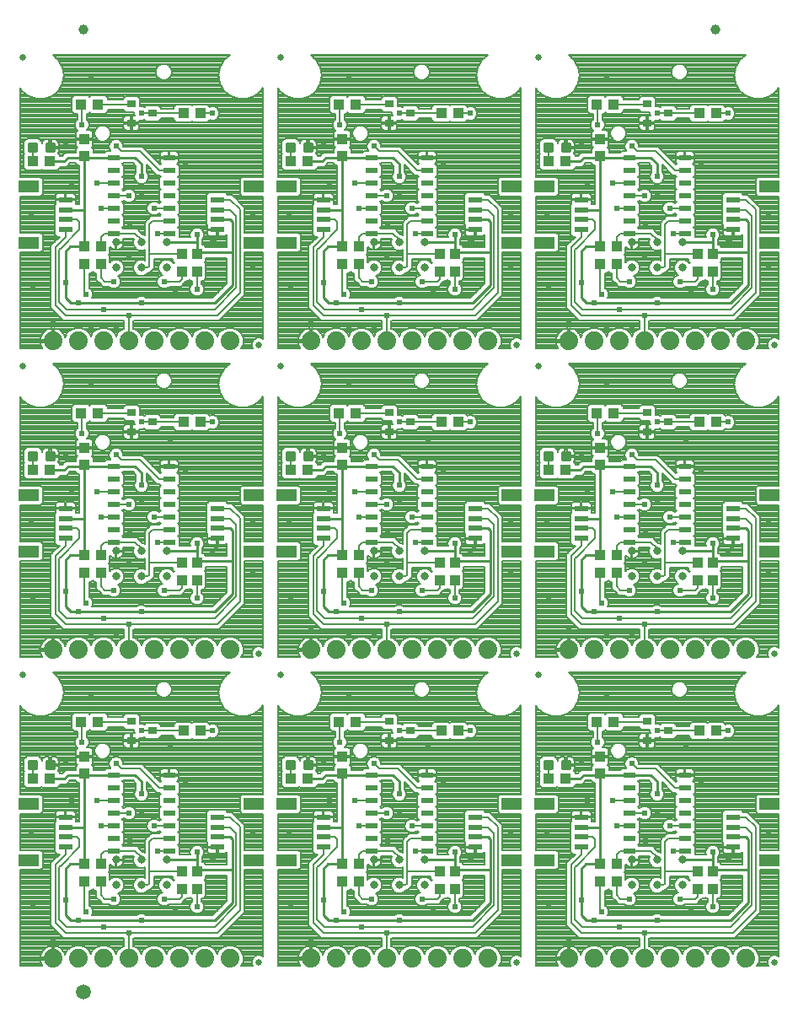
<source format=gtl>
G75*
%MOIN*%
%OFA0B0*%
%FSLAX25Y25*%
%IPPOS*%
%LPD*%
%AMOC8*
5,1,8,0,0,1.08239X$1,22.5*
%
%ADD10C,0.02500*%
%ADD11R,0.03937X0.04331*%
%ADD12R,0.07874X0.04724*%
%ADD13R,0.05315X0.02362*%
%ADD14C,0.07400*%
%ADD15R,0.04331X0.03937*%
%ADD16C,0.01181*%
%ADD17R,0.04724X0.02362*%
%ADD18C,0.03200*%
%ADD19R,0.03543X0.03150*%
%ADD20C,0.03937*%
%ADD21C,0.05906*%
%ADD22C,0.02400*%
%ADD23C,0.01000*%
%ADD24C,0.00800*%
%ADD25C,0.00600*%
D10*
X0130981Y0032250D03*
X0232981Y0032250D03*
X0334981Y0032250D03*
X0241481Y0145750D03*
X0232981Y0154250D03*
X0139481Y0145750D03*
X0130981Y0154250D03*
X0037481Y0145750D03*
X0037481Y0267750D03*
X0130981Y0276250D03*
X0139481Y0267750D03*
X0232981Y0276250D03*
X0241481Y0267750D03*
X0334981Y0276250D03*
X0241481Y0389750D03*
X0139481Y0389750D03*
X0037481Y0389750D03*
X0334981Y0154250D03*
D11*
X0310481Y0183404D03*
X0304481Y0183404D03*
X0304481Y0190096D03*
X0310481Y0190096D03*
X0272481Y0193096D03*
X0265981Y0193096D03*
X0265981Y0186404D03*
X0272481Y0186404D03*
X0265981Y0228904D03*
X0265981Y0235596D03*
X0208481Y0190096D03*
X0202481Y0190096D03*
X0202481Y0183404D03*
X0208481Y0183404D03*
X0170481Y0186404D03*
X0163981Y0186404D03*
X0163981Y0193096D03*
X0170481Y0193096D03*
X0163981Y0228904D03*
X0163981Y0235596D03*
X0106481Y0190096D03*
X0100481Y0190096D03*
X0100481Y0183404D03*
X0106481Y0183404D03*
X0068481Y0186404D03*
X0061981Y0186404D03*
X0061981Y0193096D03*
X0068481Y0193096D03*
X0061981Y0228904D03*
X0061981Y0235596D03*
X0061981Y0308404D03*
X0068481Y0308404D03*
X0068481Y0315096D03*
X0061981Y0315096D03*
X0061981Y0350904D03*
X0061981Y0357596D03*
X0100481Y0312096D03*
X0100481Y0305404D03*
X0106481Y0305404D03*
X0106481Y0312096D03*
X0163981Y0315096D03*
X0170481Y0315096D03*
X0170481Y0308404D03*
X0163981Y0308404D03*
X0202481Y0305404D03*
X0202481Y0312096D03*
X0208481Y0312096D03*
X0208481Y0305404D03*
X0163981Y0350904D03*
X0163981Y0357596D03*
X0265981Y0357596D03*
X0265981Y0350904D03*
X0265981Y0315096D03*
X0272481Y0315096D03*
X0272481Y0308404D03*
X0265981Y0308404D03*
X0304481Y0305404D03*
X0304481Y0312096D03*
X0310481Y0312096D03*
X0310481Y0305404D03*
X0265981Y0113596D03*
X0265981Y0106904D03*
X0265981Y0071096D03*
X0272481Y0071096D03*
X0272481Y0064404D03*
X0265981Y0064404D03*
X0304481Y0061404D03*
X0304481Y0068096D03*
X0310481Y0068096D03*
X0310481Y0061404D03*
X0208481Y0061404D03*
X0208481Y0068096D03*
X0202481Y0068096D03*
X0202481Y0061404D03*
X0170481Y0064404D03*
X0163981Y0064404D03*
X0163981Y0071096D03*
X0170481Y0071096D03*
X0163981Y0106904D03*
X0163981Y0113596D03*
X0106481Y0068096D03*
X0106481Y0061404D03*
X0100481Y0061404D03*
X0100481Y0068096D03*
X0068481Y0071096D03*
X0061981Y0071096D03*
X0061981Y0064404D03*
X0068481Y0064404D03*
X0061981Y0106904D03*
X0061981Y0113596D03*
D12*
X0040013Y0094774D03*
X0040013Y0072726D03*
X0128950Y0072726D03*
X0142013Y0072726D03*
X0142013Y0094774D03*
X0128950Y0094774D03*
X0128950Y0194726D03*
X0142013Y0194726D03*
X0142013Y0216774D03*
X0128950Y0216774D03*
X0040013Y0216774D03*
X0040013Y0194726D03*
X0040013Y0316726D03*
X0040013Y0338774D03*
X0128950Y0338774D03*
X0142013Y0338774D03*
X0142013Y0316726D03*
X0128950Y0316726D03*
X0230950Y0316726D03*
X0244013Y0316726D03*
X0244013Y0338774D03*
X0230950Y0338774D03*
X0332950Y0338774D03*
X0332950Y0316726D03*
X0332950Y0216774D03*
X0332950Y0194726D03*
X0244013Y0194726D03*
X0230950Y0194726D03*
X0230950Y0216774D03*
X0244013Y0216774D03*
X0244013Y0094774D03*
X0230950Y0094774D03*
X0230950Y0072726D03*
X0244013Y0072726D03*
X0332950Y0072726D03*
X0332950Y0094774D03*
D13*
X0318481Y0089656D03*
X0318481Y0085719D03*
X0318481Y0081781D03*
X0318481Y0077844D03*
X0258481Y0077844D03*
X0258481Y0081781D03*
X0258481Y0085719D03*
X0258481Y0089656D03*
X0216481Y0089656D03*
X0216481Y0085719D03*
X0216481Y0081781D03*
X0216481Y0077844D03*
X0156481Y0077844D03*
X0156481Y0081781D03*
X0156481Y0085719D03*
X0156481Y0089656D03*
X0114481Y0089656D03*
X0114481Y0085719D03*
X0114481Y0081781D03*
X0114481Y0077844D03*
X0054481Y0077844D03*
X0054481Y0081781D03*
X0054481Y0085719D03*
X0054481Y0089656D03*
X0054481Y0199844D03*
X0054481Y0203781D03*
X0054481Y0207719D03*
X0054481Y0211656D03*
X0114481Y0211656D03*
X0114481Y0207719D03*
X0114481Y0203781D03*
X0114481Y0199844D03*
X0156481Y0199844D03*
X0156481Y0203781D03*
X0156481Y0207719D03*
X0156481Y0211656D03*
X0216481Y0211656D03*
X0216481Y0207719D03*
X0216481Y0203781D03*
X0216481Y0199844D03*
X0258481Y0199844D03*
X0258481Y0203781D03*
X0258481Y0207719D03*
X0258481Y0211656D03*
X0318481Y0211656D03*
X0318481Y0207719D03*
X0318481Y0203781D03*
X0318481Y0199844D03*
X0318481Y0321844D03*
X0318481Y0325781D03*
X0318481Y0329719D03*
X0318481Y0333656D03*
X0258481Y0333656D03*
X0258481Y0329719D03*
X0258481Y0325781D03*
X0258481Y0321844D03*
X0216481Y0321844D03*
X0216481Y0325781D03*
X0216481Y0329719D03*
X0216481Y0333656D03*
X0156481Y0333656D03*
X0156481Y0329719D03*
X0156481Y0325781D03*
X0156481Y0321844D03*
X0114481Y0321844D03*
X0114481Y0325781D03*
X0114481Y0329719D03*
X0114481Y0333656D03*
X0054481Y0333656D03*
X0054481Y0329719D03*
X0054481Y0325781D03*
X0054481Y0321844D03*
D14*
X0049481Y0277750D03*
X0059481Y0277750D03*
X0069481Y0277750D03*
X0079481Y0277750D03*
X0089481Y0277750D03*
X0099481Y0277750D03*
X0109481Y0277750D03*
X0119481Y0277750D03*
X0151481Y0277750D03*
X0161481Y0277750D03*
X0171481Y0277750D03*
X0181481Y0277750D03*
X0191481Y0277750D03*
X0201481Y0277750D03*
X0211481Y0277750D03*
X0221481Y0277750D03*
X0253481Y0277750D03*
X0263481Y0277750D03*
X0273481Y0277750D03*
X0283481Y0277750D03*
X0293481Y0277750D03*
X0303481Y0277750D03*
X0313481Y0277750D03*
X0323481Y0277750D03*
X0323481Y0155750D03*
X0313481Y0155750D03*
X0303481Y0155750D03*
X0293481Y0155750D03*
X0283481Y0155750D03*
X0273481Y0155750D03*
X0263481Y0155750D03*
X0253481Y0155750D03*
X0221481Y0155750D03*
X0211481Y0155750D03*
X0201481Y0155750D03*
X0191481Y0155750D03*
X0181481Y0155750D03*
X0171481Y0155750D03*
X0161481Y0155750D03*
X0151481Y0155750D03*
X0119481Y0155750D03*
X0109481Y0155750D03*
X0099481Y0155750D03*
X0089481Y0155750D03*
X0079481Y0155750D03*
X0069481Y0155750D03*
X0059481Y0155750D03*
X0049481Y0155750D03*
X0049481Y0033750D03*
X0059481Y0033750D03*
X0069481Y0033750D03*
X0079481Y0033750D03*
X0089481Y0033750D03*
X0099481Y0033750D03*
X0109481Y0033750D03*
X0119481Y0033750D03*
X0151481Y0033750D03*
X0161481Y0033750D03*
X0171481Y0033750D03*
X0181481Y0033750D03*
X0191481Y0033750D03*
X0201481Y0033750D03*
X0211481Y0033750D03*
X0221481Y0033750D03*
X0253481Y0033750D03*
X0263481Y0033750D03*
X0273481Y0033750D03*
X0283481Y0033750D03*
X0293481Y0033750D03*
X0303481Y0033750D03*
X0313481Y0033750D03*
X0323481Y0033750D03*
D15*
X0252328Y0104750D03*
X0245635Y0104750D03*
X0264635Y0127250D03*
X0271328Y0127250D03*
X0305135Y0123750D03*
X0311828Y0123750D03*
X0209828Y0123750D03*
X0203135Y0123750D03*
X0169328Y0127250D03*
X0162635Y0127250D03*
X0150328Y0104750D03*
X0143635Y0104750D03*
X0107828Y0123750D03*
X0101135Y0123750D03*
X0067328Y0127250D03*
X0060635Y0127250D03*
X0048328Y0104750D03*
X0041635Y0104750D03*
X0041635Y0226750D03*
X0048328Y0226750D03*
X0060635Y0249250D03*
X0067328Y0249250D03*
X0101135Y0245750D03*
X0107828Y0245750D03*
X0143635Y0226750D03*
X0150328Y0226750D03*
X0162635Y0249250D03*
X0169328Y0249250D03*
X0203135Y0245750D03*
X0209828Y0245750D03*
X0245635Y0226750D03*
X0252328Y0226750D03*
X0264635Y0249250D03*
X0271328Y0249250D03*
X0305135Y0245750D03*
X0311828Y0245750D03*
X0252328Y0348750D03*
X0245635Y0348750D03*
X0264635Y0371250D03*
X0271328Y0371250D03*
X0305135Y0367750D03*
X0311828Y0367750D03*
X0209828Y0367750D03*
X0203135Y0367750D03*
X0169328Y0371250D03*
X0162635Y0371250D03*
X0150328Y0348750D03*
X0143635Y0348750D03*
X0107828Y0367750D03*
X0101135Y0367750D03*
X0067328Y0371250D03*
X0060635Y0371250D03*
X0048328Y0348750D03*
X0041635Y0348750D03*
D16*
X0040150Y0352872D02*
X0040150Y0355628D01*
X0042906Y0355628D01*
X0042906Y0352872D01*
X0040150Y0352872D01*
X0040150Y0354052D02*
X0042906Y0354052D01*
X0042906Y0355232D02*
X0040150Y0355232D01*
X0047056Y0355628D02*
X0047056Y0352872D01*
X0047056Y0355628D02*
X0049812Y0355628D01*
X0049812Y0352872D01*
X0047056Y0352872D01*
X0047056Y0354052D02*
X0049812Y0354052D01*
X0049812Y0355232D02*
X0047056Y0355232D01*
X0142150Y0355628D02*
X0142150Y0352872D01*
X0142150Y0355628D02*
X0144906Y0355628D01*
X0144906Y0352872D01*
X0142150Y0352872D01*
X0142150Y0354052D02*
X0144906Y0354052D01*
X0144906Y0355232D02*
X0142150Y0355232D01*
X0149056Y0355628D02*
X0149056Y0352872D01*
X0149056Y0355628D02*
X0151812Y0355628D01*
X0151812Y0352872D01*
X0149056Y0352872D01*
X0149056Y0354052D02*
X0151812Y0354052D01*
X0151812Y0355232D02*
X0149056Y0355232D01*
X0244150Y0355628D02*
X0244150Y0352872D01*
X0244150Y0355628D02*
X0246906Y0355628D01*
X0246906Y0352872D01*
X0244150Y0352872D01*
X0244150Y0354052D02*
X0246906Y0354052D01*
X0246906Y0355232D02*
X0244150Y0355232D01*
X0251056Y0355628D02*
X0251056Y0352872D01*
X0251056Y0355628D02*
X0253812Y0355628D01*
X0253812Y0352872D01*
X0251056Y0352872D01*
X0251056Y0354052D02*
X0253812Y0354052D01*
X0253812Y0355232D02*
X0251056Y0355232D01*
X0251056Y0233628D02*
X0251056Y0230872D01*
X0251056Y0233628D02*
X0253812Y0233628D01*
X0253812Y0230872D01*
X0251056Y0230872D01*
X0251056Y0232052D02*
X0253812Y0232052D01*
X0253812Y0233232D02*
X0251056Y0233232D01*
X0244150Y0233628D02*
X0244150Y0230872D01*
X0244150Y0233628D02*
X0246906Y0233628D01*
X0246906Y0230872D01*
X0244150Y0230872D01*
X0244150Y0232052D02*
X0246906Y0232052D01*
X0246906Y0233232D02*
X0244150Y0233232D01*
X0149056Y0233628D02*
X0149056Y0230872D01*
X0149056Y0233628D02*
X0151812Y0233628D01*
X0151812Y0230872D01*
X0149056Y0230872D01*
X0149056Y0232052D02*
X0151812Y0232052D01*
X0151812Y0233232D02*
X0149056Y0233232D01*
X0142150Y0233628D02*
X0142150Y0230872D01*
X0142150Y0233628D02*
X0144906Y0233628D01*
X0144906Y0230872D01*
X0142150Y0230872D01*
X0142150Y0232052D02*
X0144906Y0232052D01*
X0144906Y0233232D02*
X0142150Y0233232D01*
X0047056Y0233628D02*
X0047056Y0230872D01*
X0047056Y0233628D02*
X0049812Y0233628D01*
X0049812Y0230872D01*
X0047056Y0230872D01*
X0047056Y0232052D02*
X0049812Y0232052D01*
X0049812Y0233232D02*
X0047056Y0233232D01*
X0040150Y0233628D02*
X0040150Y0230872D01*
X0040150Y0233628D02*
X0042906Y0233628D01*
X0042906Y0230872D01*
X0040150Y0230872D01*
X0040150Y0232052D02*
X0042906Y0232052D01*
X0042906Y0233232D02*
X0040150Y0233232D01*
X0040150Y0111628D02*
X0040150Y0108872D01*
X0040150Y0111628D02*
X0042906Y0111628D01*
X0042906Y0108872D01*
X0040150Y0108872D01*
X0040150Y0110052D02*
X0042906Y0110052D01*
X0042906Y0111232D02*
X0040150Y0111232D01*
X0047056Y0111628D02*
X0047056Y0108872D01*
X0047056Y0111628D02*
X0049812Y0111628D01*
X0049812Y0108872D01*
X0047056Y0108872D01*
X0047056Y0110052D02*
X0049812Y0110052D01*
X0049812Y0111232D02*
X0047056Y0111232D01*
X0142150Y0111628D02*
X0142150Y0108872D01*
X0142150Y0111628D02*
X0144906Y0111628D01*
X0144906Y0108872D01*
X0142150Y0108872D01*
X0142150Y0110052D02*
X0144906Y0110052D01*
X0144906Y0111232D02*
X0142150Y0111232D01*
X0149056Y0111628D02*
X0149056Y0108872D01*
X0149056Y0111628D02*
X0151812Y0111628D01*
X0151812Y0108872D01*
X0149056Y0108872D01*
X0149056Y0110052D02*
X0151812Y0110052D01*
X0151812Y0111232D02*
X0149056Y0111232D01*
X0244150Y0111628D02*
X0244150Y0108872D01*
X0244150Y0111628D02*
X0246906Y0111628D01*
X0246906Y0108872D01*
X0244150Y0108872D01*
X0244150Y0110052D02*
X0246906Y0110052D01*
X0246906Y0111232D02*
X0244150Y0111232D01*
X0251056Y0111628D02*
X0251056Y0108872D01*
X0251056Y0111628D02*
X0253812Y0111628D01*
X0253812Y0108872D01*
X0251056Y0108872D01*
X0251056Y0110052D02*
X0253812Y0110052D01*
X0253812Y0111232D02*
X0251056Y0111232D01*
D17*
X0277458Y0106250D03*
X0277458Y0101250D03*
X0277458Y0096250D03*
X0277458Y0091250D03*
X0277458Y0086250D03*
X0277458Y0081250D03*
X0277458Y0076250D03*
X0299505Y0076250D03*
X0299505Y0081250D03*
X0299505Y0086250D03*
X0299505Y0091250D03*
X0299505Y0096250D03*
X0299505Y0101250D03*
X0299505Y0106250D03*
X0299505Y0198250D03*
X0299505Y0203250D03*
X0299505Y0208250D03*
X0299505Y0213250D03*
X0299505Y0218250D03*
X0299505Y0223250D03*
X0299505Y0228250D03*
X0277458Y0228250D03*
X0277458Y0223250D03*
X0277458Y0218250D03*
X0277458Y0213250D03*
X0277458Y0208250D03*
X0277458Y0203250D03*
X0277458Y0198250D03*
X0197505Y0198250D03*
X0197505Y0203250D03*
X0197505Y0208250D03*
X0197505Y0213250D03*
X0197505Y0218250D03*
X0197505Y0223250D03*
X0197505Y0228250D03*
X0175458Y0228250D03*
X0175458Y0223250D03*
X0175458Y0218250D03*
X0175458Y0213250D03*
X0175458Y0208250D03*
X0175458Y0203250D03*
X0175458Y0198250D03*
X0095505Y0198250D03*
X0095505Y0203250D03*
X0095505Y0208250D03*
X0095505Y0213250D03*
X0095505Y0218250D03*
X0095505Y0223250D03*
X0095505Y0228250D03*
X0073458Y0228250D03*
X0073458Y0223250D03*
X0073458Y0218250D03*
X0073458Y0213250D03*
X0073458Y0208250D03*
X0073458Y0203250D03*
X0073458Y0198250D03*
X0073458Y0106250D03*
X0073458Y0101250D03*
X0073458Y0096250D03*
X0073458Y0091250D03*
X0073458Y0086250D03*
X0073458Y0081250D03*
X0073458Y0076250D03*
X0095505Y0076250D03*
X0095505Y0081250D03*
X0095505Y0086250D03*
X0095505Y0091250D03*
X0095505Y0096250D03*
X0095505Y0101250D03*
X0095505Y0106250D03*
X0175458Y0106250D03*
X0175458Y0101250D03*
X0175458Y0096250D03*
X0175458Y0091250D03*
X0175458Y0086250D03*
X0175458Y0081250D03*
X0175458Y0076250D03*
X0197505Y0076250D03*
X0197505Y0081250D03*
X0197505Y0086250D03*
X0197505Y0091250D03*
X0197505Y0096250D03*
X0197505Y0101250D03*
X0197505Y0106250D03*
X0197505Y0320250D03*
X0197505Y0325250D03*
X0197505Y0330250D03*
X0197505Y0335250D03*
X0197505Y0340250D03*
X0197505Y0345250D03*
X0197505Y0350250D03*
X0175458Y0350250D03*
X0175458Y0345250D03*
X0175458Y0340250D03*
X0175458Y0335250D03*
X0175458Y0330250D03*
X0175458Y0325250D03*
X0175458Y0320250D03*
X0095505Y0320250D03*
X0095505Y0325250D03*
X0095505Y0330250D03*
X0095505Y0335250D03*
X0095505Y0340250D03*
X0095505Y0345250D03*
X0095505Y0350250D03*
X0073458Y0350250D03*
X0073458Y0345250D03*
X0073458Y0340250D03*
X0073458Y0335250D03*
X0073458Y0330250D03*
X0073458Y0325250D03*
X0073458Y0320250D03*
X0277458Y0320250D03*
X0277458Y0325250D03*
X0277458Y0330250D03*
X0277458Y0335250D03*
X0277458Y0340250D03*
X0277458Y0345250D03*
X0277458Y0350250D03*
X0299505Y0350250D03*
X0299505Y0345250D03*
X0299505Y0340250D03*
X0299505Y0335250D03*
X0299505Y0330250D03*
X0299505Y0325250D03*
X0299505Y0320250D03*
D18*
X0298481Y0316750D03*
X0288481Y0316750D03*
X0278481Y0316750D03*
X0278481Y0306750D03*
X0288481Y0306750D03*
X0298481Y0306750D03*
X0196481Y0306750D03*
X0186481Y0306750D03*
X0186481Y0316750D03*
X0196481Y0316750D03*
X0176481Y0316750D03*
X0176481Y0306750D03*
X0094481Y0306750D03*
X0084481Y0306750D03*
X0084481Y0316750D03*
X0094481Y0316750D03*
X0074481Y0316750D03*
X0074481Y0306750D03*
X0074481Y0194750D03*
X0074481Y0184750D03*
X0084481Y0184750D03*
X0084481Y0194750D03*
X0094481Y0194750D03*
X0094481Y0184750D03*
X0176481Y0184750D03*
X0176481Y0194750D03*
X0186481Y0194750D03*
X0186481Y0184750D03*
X0196481Y0184750D03*
X0196481Y0194750D03*
X0278481Y0194750D03*
X0278481Y0184750D03*
X0288481Y0184750D03*
X0288481Y0194750D03*
X0298481Y0194750D03*
X0298481Y0184750D03*
X0298481Y0072750D03*
X0288481Y0072750D03*
X0278481Y0072750D03*
X0278481Y0062750D03*
X0288481Y0062750D03*
X0298481Y0062750D03*
X0196481Y0062750D03*
X0186481Y0062750D03*
X0186481Y0072750D03*
X0196481Y0072750D03*
X0176481Y0072750D03*
X0176481Y0062750D03*
X0094481Y0062750D03*
X0084481Y0062750D03*
X0084481Y0072750D03*
X0094481Y0072750D03*
X0074481Y0072750D03*
X0074481Y0062750D03*
D19*
X0080544Y0120010D03*
X0080544Y0127490D03*
X0088812Y0123750D03*
X0182544Y0120010D03*
X0182544Y0127490D03*
X0190812Y0123750D03*
X0284544Y0120010D03*
X0284544Y0127490D03*
X0292812Y0123750D03*
X0284544Y0242010D03*
X0284544Y0249490D03*
X0292812Y0245750D03*
X0190812Y0245750D03*
X0182544Y0242010D03*
X0182544Y0249490D03*
X0088812Y0245750D03*
X0080544Y0242010D03*
X0080544Y0249490D03*
X0080544Y0364010D03*
X0080544Y0371490D03*
X0088812Y0367750D03*
X0182544Y0364010D03*
X0182544Y0371490D03*
X0190812Y0367750D03*
X0284544Y0364010D03*
X0284544Y0371490D03*
X0292812Y0367750D03*
D20*
X0311481Y0401000D03*
X0061481Y0401000D03*
D21*
X0061481Y0020500D03*
D22*
X0064481Y0039750D03*
X0069481Y0046250D03*
X0062481Y0052250D03*
X0059481Y0048750D03*
X0054481Y0056750D03*
X0041481Y0054750D03*
X0049481Y0041250D03*
X0074481Y0039750D03*
X0079481Y0043750D03*
X0084481Y0048750D03*
X0093481Y0057250D03*
X0097981Y0052750D03*
X0106481Y0054250D03*
X0112481Y0072750D03*
X0106481Y0075750D03*
X0090981Y0076250D03*
X0089481Y0086250D03*
X0084481Y0091750D03*
X0079481Y0091250D03*
X0084481Y0098750D03*
X0074481Y0110750D03*
X0060981Y0119250D03*
X0054481Y0110750D03*
X0056981Y0096250D03*
X0066981Y0096250D03*
X0068481Y0086250D03*
X0079981Y0080250D03*
X0079481Y0067750D03*
X0073481Y0057250D03*
X0040981Y0083750D03*
X0084481Y0123750D03*
X0095981Y0116750D03*
X0101981Y0104250D03*
X0112481Y0123750D03*
X0128481Y0083750D03*
X0142981Y0083750D03*
X0158981Y0096250D03*
X0168981Y0096250D03*
X0170481Y0086250D03*
X0181481Y0091250D03*
X0186481Y0091750D03*
X0191481Y0086250D03*
X0192981Y0076250D03*
X0181981Y0080250D03*
X0181481Y0067750D03*
X0175481Y0057250D03*
X0171481Y0046250D03*
X0164481Y0052250D03*
X0161481Y0048750D03*
X0156481Y0056750D03*
X0143481Y0054750D03*
X0151481Y0041250D03*
X0166481Y0039750D03*
X0176481Y0039750D03*
X0181481Y0043750D03*
X0186481Y0048750D03*
X0195481Y0057250D03*
X0199981Y0052750D03*
X0208481Y0054250D03*
X0214481Y0072750D03*
X0208481Y0075750D03*
X0230481Y0083750D03*
X0244981Y0083750D03*
X0260981Y0096250D03*
X0270981Y0096250D03*
X0272481Y0086250D03*
X0283481Y0091250D03*
X0288481Y0091750D03*
X0293481Y0086250D03*
X0294981Y0076250D03*
X0283981Y0080250D03*
X0283481Y0067750D03*
X0277481Y0057250D03*
X0273481Y0046250D03*
X0266481Y0052250D03*
X0263481Y0048750D03*
X0258481Y0056750D03*
X0245481Y0054750D03*
X0253481Y0041250D03*
X0268481Y0039750D03*
X0278481Y0039750D03*
X0283481Y0043750D03*
X0288481Y0048750D03*
X0297481Y0057250D03*
X0301981Y0052750D03*
X0310481Y0054250D03*
X0316481Y0072750D03*
X0310481Y0075750D03*
X0332481Y0083750D03*
X0332481Y0063750D03*
X0305981Y0104250D03*
X0299981Y0116750D03*
X0288481Y0123750D03*
X0278481Y0110750D03*
X0288481Y0098750D03*
X0264981Y0119250D03*
X0258481Y0110750D03*
X0268481Y0138250D03*
X0268481Y0161750D03*
X0273481Y0168250D03*
X0266481Y0174250D03*
X0263481Y0170750D03*
X0258481Y0178750D03*
X0245481Y0176750D03*
X0253481Y0163250D03*
X0277481Y0179250D03*
X0283481Y0189750D03*
X0283981Y0202250D03*
X0293481Y0208250D03*
X0288481Y0213750D03*
X0283481Y0213250D03*
X0288481Y0220750D03*
X0278481Y0232750D03*
X0264981Y0241250D03*
X0258481Y0232750D03*
X0260981Y0218250D03*
X0270981Y0218250D03*
X0272481Y0208250D03*
X0294981Y0198250D03*
X0310481Y0197750D03*
X0316481Y0194750D03*
X0332481Y0185750D03*
X0332481Y0205750D03*
X0305981Y0226250D03*
X0299981Y0238750D03*
X0288481Y0245750D03*
X0268481Y0260250D03*
X0268481Y0283750D03*
X0273481Y0290250D03*
X0278481Y0283750D03*
X0283481Y0287750D03*
X0288481Y0292750D03*
X0297481Y0301250D03*
X0301981Y0296750D03*
X0310481Y0298250D03*
X0316481Y0316750D03*
X0310481Y0319750D03*
X0294981Y0320250D03*
X0293481Y0330250D03*
X0288481Y0335750D03*
X0283481Y0335250D03*
X0288481Y0342750D03*
X0278481Y0354750D03*
X0264981Y0363250D03*
X0258481Y0354750D03*
X0260981Y0340250D03*
X0270981Y0340250D03*
X0272481Y0330250D03*
X0283981Y0324250D03*
X0283481Y0311750D03*
X0277481Y0301250D03*
X0266481Y0296250D03*
X0263481Y0292750D03*
X0258481Y0300750D03*
X0245481Y0298750D03*
X0253481Y0285250D03*
X0230481Y0307750D03*
X0214481Y0316750D03*
X0208481Y0319750D03*
X0192981Y0320250D03*
X0191481Y0330250D03*
X0186481Y0335750D03*
X0181481Y0335250D03*
X0186481Y0342750D03*
X0176481Y0354750D03*
X0162981Y0363250D03*
X0156481Y0354750D03*
X0158981Y0340250D03*
X0168981Y0340250D03*
X0170481Y0330250D03*
X0181981Y0324250D03*
X0181481Y0311750D03*
X0175481Y0301250D03*
X0164481Y0296250D03*
X0161481Y0292750D03*
X0156481Y0300750D03*
X0143481Y0298750D03*
X0151481Y0285250D03*
X0166481Y0283750D03*
X0171481Y0290250D03*
X0176481Y0283750D03*
X0181481Y0287750D03*
X0186481Y0292750D03*
X0195481Y0301250D03*
X0199981Y0296750D03*
X0208481Y0298250D03*
X0230481Y0327750D03*
X0244981Y0327750D03*
X0214481Y0367750D03*
X0197981Y0360750D03*
X0186481Y0367750D03*
X0203981Y0348250D03*
X0166481Y0382250D03*
X0142981Y0327750D03*
X0128481Y0327750D03*
X0112481Y0316750D03*
X0106481Y0319750D03*
X0090981Y0320250D03*
X0089481Y0330250D03*
X0084481Y0335750D03*
X0079481Y0335250D03*
X0084481Y0342750D03*
X0074481Y0354750D03*
X0060981Y0363250D03*
X0054481Y0354750D03*
X0056981Y0340250D03*
X0066981Y0340250D03*
X0068481Y0330250D03*
X0079981Y0324250D03*
X0079481Y0311750D03*
X0073481Y0301250D03*
X0062481Y0296250D03*
X0059481Y0292750D03*
X0054481Y0300750D03*
X0041481Y0298750D03*
X0049481Y0285250D03*
X0064481Y0283750D03*
X0069481Y0290250D03*
X0074481Y0283750D03*
X0079481Y0287750D03*
X0084481Y0292750D03*
X0093481Y0301250D03*
X0097981Y0296750D03*
X0106481Y0298250D03*
X0128481Y0307750D03*
X0101981Y0348250D03*
X0095981Y0360750D03*
X0084481Y0367750D03*
X0064481Y0382250D03*
X0112481Y0367750D03*
X0040981Y0327750D03*
X0064481Y0260250D03*
X0060981Y0241250D03*
X0054481Y0232750D03*
X0056981Y0218250D03*
X0066981Y0218250D03*
X0068481Y0208250D03*
X0079481Y0213250D03*
X0084481Y0213750D03*
X0084481Y0220750D03*
X0089481Y0208250D03*
X0079981Y0202250D03*
X0090981Y0198250D03*
X0079481Y0189750D03*
X0073481Y0179250D03*
X0069481Y0168250D03*
X0064481Y0161750D03*
X0074481Y0161750D03*
X0079481Y0165750D03*
X0084481Y0170750D03*
X0093481Y0179250D03*
X0097981Y0174750D03*
X0106481Y0176250D03*
X0112481Y0194750D03*
X0106481Y0197750D03*
X0128481Y0205750D03*
X0142981Y0205750D03*
X0158981Y0218250D03*
X0168981Y0218250D03*
X0170481Y0208250D03*
X0181481Y0213250D03*
X0186481Y0213750D03*
X0186481Y0220750D03*
X0191481Y0208250D03*
X0181981Y0202250D03*
X0192981Y0198250D03*
X0181481Y0189750D03*
X0175481Y0179250D03*
X0171481Y0168250D03*
X0166481Y0161750D03*
X0176481Y0161750D03*
X0181481Y0165750D03*
X0186481Y0170750D03*
X0195481Y0179250D03*
X0199981Y0174750D03*
X0208481Y0176250D03*
X0214481Y0194750D03*
X0208481Y0197750D03*
X0230481Y0205750D03*
X0244981Y0205750D03*
X0230481Y0185750D03*
X0203981Y0226250D03*
X0197981Y0238750D03*
X0186481Y0245750D03*
X0176481Y0232750D03*
X0162981Y0241250D03*
X0156481Y0232750D03*
X0166481Y0260250D03*
X0214481Y0245750D03*
X0156481Y0178750D03*
X0161481Y0170750D03*
X0164481Y0174250D03*
X0151481Y0163250D03*
X0143481Y0176750D03*
X0128481Y0185750D03*
X0101981Y0226250D03*
X0095981Y0238750D03*
X0084481Y0245750D03*
X0074481Y0232750D03*
X0040981Y0205750D03*
X0041481Y0176750D03*
X0054481Y0178750D03*
X0059481Y0170750D03*
X0062481Y0174250D03*
X0049481Y0163250D03*
X0064481Y0138250D03*
X0128481Y0063750D03*
X0156481Y0110750D03*
X0162981Y0119250D03*
X0176481Y0110750D03*
X0186481Y0098750D03*
X0203981Y0104250D03*
X0197981Y0116750D03*
X0186481Y0123750D03*
X0166481Y0138250D03*
X0214481Y0123750D03*
X0230481Y0063750D03*
X0316481Y0123750D03*
X0283481Y0165750D03*
X0278481Y0161750D03*
X0288481Y0170750D03*
X0297481Y0179250D03*
X0301981Y0174750D03*
X0310481Y0176250D03*
X0316481Y0245750D03*
X0332481Y0307750D03*
X0332481Y0327750D03*
X0305981Y0348250D03*
X0299981Y0360750D03*
X0288481Y0367750D03*
X0268481Y0382250D03*
X0316481Y0367750D03*
X0112481Y0245750D03*
D23*
X0084481Y0225750D02*
X0084481Y0220750D01*
X0084481Y0225750D02*
X0081981Y0228250D01*
X0080481Y0228250D01*
X0080635Y0228404D01*
X0080481Y0228250D02*
X0073458Y0228250D01*
X0062635Y0228250D01*
X0061981Y0228904D01*
X0061981Y0228250D01*
X0055481Y0228250D01*
X0053981Y0226750D01*
X0048328Y0226750D01*
X0061981Y0228250D02*
X0061981Y0207750D01*
X0061981Y0193096D01*
X0056328Y0193096D01*
X0054481Y0191250D01*
X0054481Y0178750D01*
X0054481Y0172750D01*
X0056481Y0170750D01*
X0059481Y0170750D01*
X0084481Y0170750D01*
X0113481Y0170750D01*
X0120481Y0177750D01*
X0120481Y0190750D01*
X0107135Y0190750D01*
X0106481Y0190096D01*
X0106481Y0194750D01*
X0094481Y0194750D01*
X0106481Y0194750D02*
X0106481Y0197750D01*
X0112481Y0194750D02*
X0114481Y0196750D01*
X0114481Y0199844D01*
X0114481Y0203781D02*
X0119450Y0203781D01*
X0120481Y0202750D01*
X0120481Y0190750D01*
X0156481Y0191250D02*
X0156481Y0178750D01*
X0156481Y0172750D01*
X0158481Y0170750D01*
X0161481Y0170750D01*
X0186481Y0170750D01*
X0215481Y0170750D01*
X0222481Y0177750D01*
X0222481Y0190750D01*
X0209135Y0190750D01*
X0208481Y0190096D01*
X0208481Y0194750D01*
X0196481Y0194750D01*
X0208481Y0194750D02*
X0208481Y0197750D01*
X0214481Y0194750D02*
X0216481Y0196750D01*
X0216481Y0199844D01*
X0216481Y0203781D02*
X0221450Y0203781D01*
X0222481Y0202750D01*
X0222481Y0190750D01*
X0258481Y0191250D02*
X0258481Y0178750D01*
X0258481Y0172750D01*
X0260481Y0170750D01*
X0263481Y0170750D01*
X0288481Y0170750D01*
X0317481Y0170750D01*
X0324481Y0177750D01*
X0324481Y0190750D01*
X0311135Y0190750D01*
X0310481Y0190096D01*
X0310481Y0194750D01*
X0298481Y0194750D01*
X0310481Y0194750D02*
X0310481Y0197750D01*
X0316481Y0194750D02*
X0318481Y0196750D01*
X0318481Y0199844D01*
X0318481Y0203781D02*
X0323450Y0203781D01*
X0324481Y0202750D01*
X0324481Y0190750D01*
X0288481Y0220750D02*
X0288481Y0225750D01*
X0285981Y0228250D01*
X0284481Y0228250D01*
X0284635Y0228404D01*
X0284481Y0228250D02*
X0277458Y0228250D01*
X0266635Y0228250D01*
X0265981Y0228904D01*
X0265981Y0228250D01*
X0259481Y0228250D01*
X0257981Y0226750D01*
X0252328Y0226750D01*
X0265981Y0228250D02*
X0265981Y0207750D01*
X0265981Y0193096D01*
X0260328Y0193096D01*
X0258481Y0191250D01*
X0258481Y0207719D02*
X0265950Y0207719D01*
X0265981Y0207750D01*
X0277304Y0228096D02*
X0277458Y0228250D01*
X0288481Y0292750D02*
X0263481Y0292750D01*
X0260481Y0292750D01*
X0258481Y0294750D01*
X0258481Y0300750D01*
X0258481Y0313250D01*
X0260328Y0315096D01*
X0265981Y0315096D01*
X0265981Y0329750D01*
X0265950Y0329719D01*
X0258481Y0329719D01*
X0265981Y0329750D02*
X0265981Y0350250D01*
X0259481Y0350250D01*
X0257981Y0348750D01*
X0252328Y0348750D01*
X0265981Y0350250D02*
X0265981Y0350904D01*
X0266635Y0350250D01*
X0277458Y0350250D01*
X0277304Y0350096D01*
X0277458Y0350250D02*
X0284481Y0350250D01*
X0284635Y0350404D01*
X0284481Y0350250D02*
X0285981Y0350250D01*
X0288481Y0347750D01*
X0288481Y0342750D01*
X0310481Y0319750D02*
X0310481Y0316750D01*
X0298481Y0316750D01*
X0310481Y0316750D02*
X0310481Y0312096D01*
X0311135Y0312750D01*
X0324481Y0312750D01*
X0324481Y0324750D01*
X0323450Y0325781D01*
X0318481Y0325781D01*
X0318481Y0321844D02*
X0318481Y0318750D01*
X0316481Y0316750D01*
X0324481Y0312750D02*
X0324481Y0299750D01*
X0317481Y0292750D01*
X0288481Y0292750D01*
X0222481Y0299750D02*
X0215481Y0292750D01*
X0186481Y0292750D01*
X0161481Y0292750D01*
X0158481Y0292750D01*
X0156481Y0294750D01*
X0156481Y0300750D01*
X0156481Y0313250D01*
X0158328Y0315096D01*
X0163981Y0315096D01*
X0163981Y0329750D01*
X0163950Y0329719D01*
X0156481Y0329719D01*
X0163981Y0329750D02*
X0163981Y0350250D01*
X0157481Y0350250D01*
X0155981Y0348750D01*
X0150328Y0348750D01*
X0163981Y0350250D02*
X0163981Y0350904D01*
X0164635Y0350250D01*
X0175458Y0350250D01*
X0175304Y0350096D01*
X0175458Y0350250D02*
X0182481Y0350250D01*
X0182635Y0350404D01*
X0182481Y0350250D02*
X0183981Y0350250D01*
X0186481Y0347750D01*
X0186481Y0342750D01*
X0208481Y0319750D02*
X0208481Y0316750D01*
X0196481Y0316750D01*
X0208481Y0316750D02*
X0208481Y0312096D01*
X0209135Y0312750D01*
X0222481Y0312750D01*
X0222481Y0324750D01*
X0221450Y0325781D01*
X0216481Y0325781D01*
X0216481Y0321844D02*
X0216481Y0318750D01*
X0214481Y0316750D01*
X0222481Y0312750D02*
X0222481Y0299750D01*
X0183981Y0228250D02*
X0182481Y0228250D01*
X0182635Y0228404D01*
X0182481Y0228250D02*
X0175458Y0228250D01*
X0164635Y0228250D01*
X0163981Y0228904D01*
X0163981Y0228250D01*
X0157481Y0228250D01*
X0155981Y0226750D01*
X0150328Y0226750D01*
X0163981Y0228250D02*
X0163981Y0207750D01*
X0163981Y0193096D01*
X0158328Y0193096D01*
X0156481Y0191250D01*
X0156481Y0207719D02*
X0163950Y0207719D01*
X0163981Y0207750D01*
X0175304Y0228096D02*
X0175458Y0228250D01*
X0183981Y0228250D02*
X0186481Y0225750D01*
X0186481Y0220750D01*
X0113481Y0292750D02*
X0120481Y0299750D01*
X0120481Y0312750D01*
X0107135Y0312750D01*
X0106481Y0312096D01*
X0106481Y0316750D01*
X0094481Y0316750D01*
X0106481Y0316750D02*
X0106481Y0319750D01*
X0112481Y0316750D02*
X0114481Y0318750D01*
X0114481Y0321844D01*
X0114481Y0325781D02*
X0119450Y0325781D01*
X0120481Y0324750D01*
X0120481Y0312750D01*
X0113481Y0292750D02*
X0084481Y0292750D01*
X0059481Y0292750D01*
X0056481Y0292750D01*
X0054481Y0294750D01*
X0054481Y0300750D01*
X0054481Y0313250D01*
X0056328Y0315096D01*
X0061981Y0315096D01*
X0061981Y0329750D01*
X0061950Y0329719D01*
X0054481Y0329719D01*
X0061981Y0329750D02*
X0061981Y0350250D01*
X0055481Y0350250D01*
X0053981Y0348750D01*
X0048328Y0348750D01*
X0061981Y0350250D02*
X0061981Y0350904D01*
X0062635Y0350250D01*
X0073458Y0350250D01*
X0073304Y0350096D01*
X0073458Y0350250D02*
X0080481Y0350250D01*
X0080635Y0350404D01*
X0080481Y0350250D02*
X0081981Y0350250D01*
X0084481Y0347750D01*
X0084481Y0342750D01*
X0073458Y0228250D02*
X0073304Y0228096D01*
X0061981Y0207750D02*
X0061950Y0207719D01*
X0054481Y0207719D01*
X0061981Y0106904D02*
X0061981Y0106250D01*
X0055481Y0106250D01*
X0053981Y0104750D01*
X0048328Y0104750D01*
X0061981Y0106250D02*
X0061981Y0085750D01*
X0061981Y0071096D01*
X0056328Y0071096D01*
X0054481Y0069250D01*
X0054481Y0056750D01*
X0054481Y0050750D01*
X0056481Y0048750D01*
X0059481Y0048750D01*
X0084481Y0048750D01*
X0113481Y0048750D01*
X0120481Y0055750D01*
X0120481Y0068750D01*
X0107135Y0068750D01*
X0106481Y0068096D01*
X0106481Y0072750D01*
X0094481Y0072750D01*
X0106481Y0072750D02*
X0106481Y0075750D01*
X0112481Y0072750D02*
X0114481Y0074750D01*
X0114481Y0077844D01*
X0114481Y0081781D02*
X0119450Y0081781D01*
X0120481Y0080750D01*
X0120481Y0068750D01*
X0156481Y0069250D02*
X0156481Y0056750D01*
X0156481Y0050750D01*
X0158481Y0048750D01*
X0161481Y0048750D01*
X0186481Y0048750D01*
X0215481Y0048750D01*
X0222481Y0055750D01*
X0222481Y0068750D01*
X0209135Y0068750D01*
X0208481Y0068096D01*
X0208481Y0072750D01*
X0196481Y0072750D01*
X0208481Y0072750D02*
X0208481Y0075750D01*
X0214481Y0072750D02*
X0216481Y0074750D01*
X0216481Y0077844D01*
X0216481Y0081781D02*
X0221450Y0081781D01*
X0222481Y0080750D01*
X0222481Y0068750D01*
X0258481Y0069250D02*
X0258481Y0056750D01*
X0258481Y0050750D01*
X0260481Y0048750D01*
X0263481Y0048750D01*
X0288481Y0048750D01*
X0317481Y0048750D01*
X0324481Y0055750D01*
X0324481Y0068750D01*
X0311135Y0068750D01*
X0310481Y0068096D01*
X0310481Y0072750D01*
X0298481Y0072750D01*
X0310481Y0072750D02*
X0310481Y0075750D01*
X0316481Y0072750D02*
X0318481Y0074750D01*
X0318481Y0077844D01*
X0318481Y0081781D02*
X0323450Y0081781D01*
X0324481Y0080750D01*
X0324481Y0068750D01*
X0288481Y0098750D02*
X0288481Y0103750D01*
X0285981Y0106250D01*
X0284481Y0106250D01*
X0284635Y0106404D01*
X0284481Y0106250D02*
X0277458Y0106250D01*
X0266635Y0106250D01*
X0265981Y0106904D01*
X0265981Y0106250D01*
X0259481Y0106250D01*
X0257981Y0104750D01*
X0252328Y0104750D01*
X0265981Y0106250D02*
X0265981Y0085750D01*
X0265981Y0071096D01*
X0260328Y0071096D01*
X0258481Y0069250D01*
X0258481Y0085719D02*
X0265950Y0085719D01*
X0265981Y0085750D01*
X0277304Y0106096D02*
X0277458Y0106250D01*
X0186481Y0103750D02*
X0186481Y0098750D01*
X0186481Y0103750D02*
X0183981Y0106250D01*
X0182481Y0106250D01*
X0182635Y0106404D01*
X0182481Y0106250D02*
X0175458Y0106250D01*
X0164635Y0106250D01*
X0163981Y0106904D01*
X0163981Y0106250D01*
X0157481Y0106250D01*
X0155981Y0104750D01*
X0150328Y0104750D01*
X0163981Y0106250D02*
X0163981Y0085750D01*
X0163981Y0071096D01*
X0158328Y0071096D01*
X0156481Y0069250D01*
X0156481Y0085719D02*
X0163950Y0085719D01*
X0163981Y0085750D01*
X0175304Y0106096D02*
X0175458Y0106250D01*
X0084481Y0103750D02*
X0084481Y0098750D01*
X0084481Y0103750D02*
X0081981Y0106250D01*
X0080481Y0106250D01*
X0080635Y0106404D01*
X0080481Y0106250D02*
X0073458Y0106250D01*
X0062635Y0106250D01*
X0061981Y0106904D01*
X0073304Y0106096D02*
X0073458Y0106250D01*
X0061981Y0085750D02*
X0061950Y0085719D01*
X0054481Y0085719D01*
D24*
X0036481Y0068764D02*
X0036481Y0030750D01*
X0045357Y0030750D01*
X0045119Y0031077D01*
X0044755Y0031792D01*
X0044507Y0032556D01*
X0044381Y0033349D01*
X0044381Y0033350D01*
X0049081Y0033350D01*
X0049081Y0034150D01*
X0044381Y0034150D01*
X0044381Y0034151D01*
X0044507Y0034944D01*
X0044755Y0035708D01*
X0045119Y0036423D01*
X0045591Y0037072D01*
X0046159Y0037640D01*
X0046808Y0038112D01*
X0047524Y0038476D01*
X0048287Y0038724D01*
X0049080Y0038850D01*
X0049081Y0038850D01*
X0049081Y0034150D01*
X0049881Y0034150D01*
X0049881Y0038850D01*
X0049883Y0038850D01*
X0050676Y0038724D01*
X0051439Y0038476D01*
X0052154Y0038112D01*
X0052804Y0037640D01*
X0053371Y0037072D01*
X0053843Y0036423D01*
X0054208Y0035708D01*
X0054361Y0035237D01*
X0054988Y0036752D01*
X0056479Y0038243D01*
X0058427Y0039050D01*
X0060535Y0039050D01*
X0062483Y0038243D01*
X0063974Y0036752D01*
X0064481Y0035528D01*
X0064988Y0036752D01*
X0066479Y0038243D01*
X0068427Y0039050D01*
X0070535Y0039050D01*
X0072483Y0038243D01*
X0073974Y0036752D01*
X0074481Y0035528D01*
X0074988Y0036752D01*
X0076479Y0038243D01*
X0077581Y0038700D01*
X0077581Y0041690D01*
X0077421Y0041850D01*
X0053694Y0041850D01*
X0049694Y0045850D01*
X0048581Y0046963D01*
X0048581Y0071537D01*
X0049694Y0072650D01*
X0052108Y0075063D01*
X0051161Y0075063D01*
X0050224Y0076001D01*
X0050224Y0079688D01*
X0050348Y0079813D01*
X0050224Y0079938D01*
X0050224Y0083625D01*
X0050348Y0083750D01*
X0050224Y0083875D01*
X0050224Y0087562D01*
X0050547Y0087886D01*
X0050519Y0087934D01*
X0050424Y0088290D01*
X0050424Y0089465D01*
X0054291Y0089465D01*
X0054291Y0089846D01*
X0054291Y0092237D01*
X0051639Y0092237D01*
X0051283Y0092141D01*
X0050964Y0091957D01*
X0050703Y0091696D01*
X0050519Y0091377D01*
X0050424Y0091021D01*
X0050424Y0089846D01*
X0054291Y0089846D01*
X0054672Y0089846D01*
X0058539Y0089846D01*
X0058539Y0091021D01*
X0058443Y0091377D01*
X0058259Y0091696D01*
X0057998Y0091957D01*
X0057679Y0092141D01*
X0057323Y0092237D01*
X0054672Y0092237D01*
X0054672Y0089846D01*
X0054672Y0089465D01*
X0058539Y0089465D01*
X0058539Y0088290D01*
X0058443Y0087934D01*
X0058415Y0087886D01*
X0058483Y0087818D01*
X0059881Y0087818D01*
X0059881Y0103138D01*
X0059350Y0103138D01*
X0058413Y0104075D01*
X0058413Y0104150D01*
X0056351Y0104150D01*
X0054851Y0102650D01*
X0052093Y0102650D01*
X0052093Y0102119D01*
X0051156Y0101181D01*
X0045500Y0101181D01*
X0044981Y0101700D01*
X0044463Y0101181D01*
X0038807Y0101181D01*
X0037869Y0102119D01*
X0037869Y0107381D01*
X0038206Y0107718D01*
X0037960Y0107965D01*
X0037960Y0112535D01*
X0039243Y0113818D01*
X0043814Y0113818D01*
X0045097Y0112535D01*
X0045097Y0112007D01*
X0045201Y0112396D01*
X0045463Y0112850D01*
X0045834Y0113221D01*
X0046288Y0113483D01*
X0046794Y0113618D01*
X0048034Y0113618D01*
X0048034Y0110650D01*
X0048834Y0110650D01*
X0048834Y0113618D01*
X0050074Y0113618D01*
X0050580Y0113483D01*
X0051034Y0113221D01*
X0051405Y0112850D01*
X0051667Y0112396D01*
X0051802Y0111890D01*
X0051802Y0110650D01*
X0048834Y0110650D01*
X0048834Y0109850D01*
X0051802Y0109850D01*
X0051802Y0108610D01*
X0051667Y0108104D01*
X0051558Y0107916D01*
X0052093Y0107381D01*
X0052093Y0106850D01*
X0053111Y0106850D01*
X0054611Y0108350D01*
X0058413Y0108350D01*
X0058413Y0109732D01*
X0059073Y0110391D01*
X0058892Y0110571D01*
X0058708Y0110891D01*
X0058613Y0111247D01*
X0058613Y0113196D01*
X0061581Y0113196D01*
X0061581Y0113996D01*
X0058613Y0113996D01*
X0058613Y0115946D01*
X0058708Y0116302D01*
X0058892Y0116621D01*
X0059153Y0116882D01*
X0059303Y0116969D01*
X0058608Y0117664D01*
X0058181Y0118693D01*
X0058181Y0119807D01*
X0058608Y0120836D01*
X0059081Y0121310D01*
X0059081Y0123681D01*
X0057807Y0123681D01*
X0056869Y0124619D01*
X0056869Y0129881D01*
X0057807Y0130818D01*
X0063463Y0130818D01*
X0063981Y0130300D01*
X0064500Y0130818D01*
X0070156Y0130818D01*
X0071093Y0129881D01*
X0071093Y0129150D01*
X0077173Y0129150D01*
X0077173Y0129728D01*
X0078110Y0130665D01*
X0082979Y0130665D01*
X0083916Y0129728D01*
X0083916Y0126546D01*
X0083924Y0126550D01*
X0085038Y0126550D01*
X0085720Y0126267D01*
X0086378Y0126925D01*
X0091246Y0126925D01*
X0092184Y0125988D01*
X0092184Y0125650D01*
X0097369Y0125650D01*
X0097369Y0126381D01*
X0098307Y0127318D01*
X0103963Y0127318D01*
X0104481Y0126800D01*
X0105000Y0127318D01*
X0110656Y0127318D01*
X0111571Y0126404D01*
X0111924Y0126550D01*
X0113038Y0126550D01*
X0114067Y0126124D01*
X0114855Y0125336D01*
X0115281Y0124307D01*
X0115281Y0123193D01*
X0114855Y0122164D01*
X0114067Y0121376D01*
X0113038Y0120950D01*
X0111924Y0120950D01*
X0111571Y0121096D01*
X0110656Y0120181D01*
X0105000Y0120181D01*
X0104481Y0120700D01*
X0103963Y0120181D01*
X0098307Y0120181D01*
X0097369Y0121119D01*
X0097369Y0121850D01*
X0092184Y0121850D01*
X0092184Y0121512D01*
X0091246Y0120575D01*
X0086378Y0120575D01*
X0085720Y0121233D01*
X0085038Y0120950D01*
X0083924Y0120950D01*
X0083716Y0121036D01*
X0083716Y0120397D01*
X0080932Y0120397D01*
X0080932Y0119622D01*
X0083716Y0119622D01*
X0083716Y0118251D01*
X0083620Y0117895D01*
X0083436Y0117575D01*
X0083176Y0117315D01*
X0082856Y0117130D01*
X0082500Y0117035D01*
X0080932Y0117035D01*
X0080932Y0119622D01*
X0080157Y0119622D01*
X0080157Y0117035D01*
X0078588Y0117035D01*
X0078232Y0117130D01*
X0077913Y0117315D01*
X0077652Y0117575D01*
X0077468Y0117895D01*
X0077373Y0118251D01*
X0077373Y0119622D01*
X0080157Y0119622D01*
X0080157Y0120397D01*
X0077373Y0120397D01*
X0077373Y0121769D01*
X0077468Y0122125D01*
X0077652Y0122444D01*
X0077913Y0122705D01*
X0078232Y0122889D01*
X0078588Y0122985D01*
X0080157Y0122985D01*
X0080157Y0120397D01*
X0080932Y0120397D01*
X0080932Y0122985D01*
X0081768Y0122985D01*
X0081681Y0123193D01*
X0081681Y0124307D01*
X0081685Y0124315D01*
X0078110Y0124315D01*
X0077173Y0125253D01*
X0077173Y0125350D01*
X0071093Y0125350D01*
X0071093Y0124619D01*
X0070156Y0123681D01*
X0064500Y0123681D01*
X0063981Y0124200D01*
X0063463Y0123681D01*
X0062881Y0123681D01*
X0062881Y0121310D01*
X0063355Y0120836D01*
X0063781Y0119807D01*
X0063781Y0118693D01*
X0063355Y0117664D01*
X0062853Y0117162D01*
X0064134Y0117162D01*
X0064490Y0117066D01*
X0064809Y0116882D01*
X0065070Y0116621D01*
X0065254Y0116302D01*
X0065350Y0115946D01*
X0065350Y0113996D01*
X0062381Y0113996D01*
X0062381Y0113196D01*
X0065350Y0113196D01*
X0065350Y0111247D01*
X0065254Y0110891D01*
X0065070Y0110571D01*
X0064890Y0110391D01*
X0065550Y0109732D01*
X0065550Y0108350D01*
X0069752Y0108350D01*
X0070433Y0109031D01*
X0072240Y0109031D01*
X0072108Y0109164D01*
X0071681Y0110193D01*
X0071681Y0111307D01*
X0072108Y0112336D01*
X0072895Y0113124D01*
X0073924Y0113550D01*
X0075038Y0113550D01*
X0076067Y0113124D01*
X0076855Y0112336D01*
X0077281Y0111307D01*
X0077281Y0110650D01*
X0084768Y0110650D01*
X0085881Y0109537D01*
X0091934Y0103485D01*
X0092356Y0103907D01*
X0092283Y0103949D01*
X0092022Y0104209D01*
X0091838Y0104529D01*
X0091743Y0104885D01*
X0091743Y0106059D01*
X0095314Y0106059D01*
X0095314Y0106441D01*
X0095314Y0108831D01*
X0092958Y0108831D01*
X0092602Y0108736D01*
X0092283Y0108551D01*
X0092022Y0108291D01*
X0091838Y0107971D01*
X0091743Y0107615D01*
X0091743Y0106441D01*
X0095314Y0106441D01*
X0095695Y0106441D01*
X0095695Y0108831D01*
X0098051Y0108831D01*
X0098407Y0108736D01*
X0098727Y0108551D01*
X0098987Y0108291D01*
X0099172Y0107971D01*
X0099267Y0107615D01*
X0099267Y0106441D01*
X0095695Y0106441D01*
X0095695Y0106059D01*
X0099267Y0106059D01*
X0099267Y0104885D01*
X0099172Y0104529D01*
X0098987Y0104209D01*
X0098727Y0103949D01*
X0098654Y0103907D01*
X0099467Y0103094D01*
X0099467Y0099406D01*
X0098811Y0098750D01*
X0099467Y0098094D01*
X0099467Y0094406D01*
X0098811Y0093750D01*
X0099467Y0093094D01*
X0099467Y0089406D01*
X0098811Y0088750D01*
X0099467Y0088094D01*
X0099467Y0084406D01*
X0098811Y0083750D01*
X0099467Y0083094D01*
X0099467Y0079406D01*
X0098811Y0078750D01*
X0099467Y0078094D01*
X0099467Y0074850D01*
X0103823Y0074850D01*
X0103681Y0075193D01*
X0103681Y0076307D01*
X0104108Y0077336D01*
X0104895Y0078124D01*
X0105924Y0078550D01*
X0107038Y0078550D01*
X0108067Y0078124D01*
X0108855Y0077336D01*
X0109281Y0076307D01*
X0109281Y0075193D01*
X0108855Y0074164D01*
X0108581Y0073890D01*
X0108581Y0071862D01*
X0109112Y0071862D01*
X0110050Y0070925D01*
X0110050Y0070850D01*
X0118381Y0070850D01*
X0118381Y0076016D01*
X0118259Y0075804D01*
X0117998Y0075543D01*
X0117679Y0075359D01*
X0117323Y0075263D01*
X0114672Y0075263D01*
X0114672Y0077654D01*
X0114291Y0077654D01*
X0114291Y0075263D01*
X0111639Y0075263D01*
X0111283Y0075359D01*
X0110964Y0075543D01*
X0110703Y0075804D01*
X0110519Y0076123D01*
X0110424Y0076479D01*
X0110424Y0077654D01*
X0114291Y0077654D01*
X0114291Y0078035D01*
X0110424Y0078035D01*
X0110424Y0079210D01*
X0110519Y0079566D01*
X0110547Y0079614D01*
X0110224Y0079938D01*
X0110224Y0083625D01*
X0110348Y0083750D01*
X0110224Y0083875D01*
X0110224Y0087562D01*
X0110348Y0087687D01*
X0110224Y0087812D01*
X0110224Y0091499D01*
X0111161Y0092437D01*
X0117801Y0092437D01*
X0118683Y0091555D01*
X0120363Y0091555D01*
X0125381Y0086537D01*
X0125381Y0076689D01*
X0132481Y0076689D01*
X0132481Y0090811D01*
X0124350Y0090811D01*
X0123413Y0091749D01*
X0123413Y0097799D01*
X0124350Y0098736D01*
X0132481Y0098736D01*
X0132481Y0134006D01*
X0131715Y0132680D01*
X0131715Y0132680D01*
X0129203Y0130572D01*
X0129203Y0130572D01*
X0126121Y0129450D01*
X0122841Y0129450D01*
X0119760Y0130572D01*
X0119760Y0130572D01*
X0117247Y0132680D01*
X0117247Y0132680D01*
X0115607Y0135520D01*
X0115607Y0135520D01*
X0115038Y0138750D01*
X0115038Y0138750D01*
X0115607Y0141980D01*
X0115607Y0141980D01*
X0117247Y0144820D01*
X0117247Y0144820D01*
X0117247Y0144820D01*
X0119547Y0146750D01*
X0049415Y0146750D01*
X0051715Y0144820D01*
X0051715Y0144820D01*
X0053355Y0141980D01*
X0053355Y0141980D01*
X0053925Y0138750D01*
X0053925Y0138750D01*
X0053355Y0135520D01*
X0053355Y0135520D01*
X0051715Y0132680D01*
X0051715Y0132680D01*
X0049203Y0130572D01*
X0049203Y0130572D01*
X0046121Y0129450D01*
X0042841Y0129450D01*
X0039760Y0130572D01*
X0037247Y0132680D01*
X0037247Y0132680D01*
X0036481Y0134006D01*
X0036481Y0098736D01*
X0044612Y0098736D01*
X0045550Y0097799D01*
X0045550Y0091749D01*
X0044612Y0090811D01*
X0036481Y0090811D01*
X0036481Y0076689D01*
X0044612Y0076689D01*
X0045550Y0075751D01*
X0045550Y0069701D01*
X0044612Y0068764D01*
X0036481Y0068764D01*
X0036481Y0068676D02*
X0048581Y0068676D01*
X0048581Y0069474D02*
X0045322Y0069474D01*
X0045550Y0070273D02*
X0048581Y0070273D01*
X0048581Y0071071D02*
X0045550Y0071071D01*
X0045550Y0071870D02*
X0048914Y0071870D01*
X0049712Y0072668D02*
X0045550Y0072668D01*
X0045550Y0073467D02*
X0050511Y0073467D01*
X0051309Y0074265D02*
X0045550Y0074265D01*
X0045550Y0075064D02*
X0051161Y0075064D01*
X0050362Y0075862D02*
X0045439Y0075862D01*
X0044640Y0076661D02*
X0050224Y0076661D01*
X0050224Y0077459D02*
X0036481Y0077459D01*
X0036481Y0078258D02*
X0050224Y0078258D01*
X0050224Y0079056D02*
X0036481Y0079056D01*
X0036481Y0079855D02*
X0050307Y0079855D01*
X0050224Y0080653D02*
X0036481Y0080653D01*
X0036481Y0081452D02*
X0050224Y0081452D01*
X0050224Y0082250D02*
X0036481Y0082250D01*
X0036481Y0083049D02*
X0050224Y0083049D01*
X0050251Y0083847D02*
X0036481Y0083847D01*
X0036481Y0084646D02*
X0050224Y0084646D01*
X0050224Y0085444D02*
X0036481Y0085444D01*
X0036481Y0086243D02*
X0050224Y0086243D01*
X0050224Y0087041D02*
X0036481Y0087041D01*
X0036481Y0087840D02*
X0050501Y0087840D01*
X0050424Y0088638D02*
X0036481Y0088638D01*
X0036481Y0089437D02*
X0050424Y0089437D01*
X0050424Y0090235D02*
X0036481Y0090235D01*
X0044835Y0091034D02*
X0050427Y0091034D01*
X0050840Y0091832D02*
X0045550Y0091832D01*
X0045550Y0092631D02*
X0059881Y0092631D01*
X0059881Y0093429D02*
X0045550Y0093429D01*
X0045550Y0094228D02*
X0059881Y0094228D01*
X0059881Y0095026D02*
X0045550Y0095026D01*
X0045550Y0095825D02*
X0059881Y0095825D01*
X0059881Y0096623D02*
X0045550Y0096623D01*
X0045550Y0097422D02*
X0059881Y0097422D01*
X0059881Y0098220D02*
X0045128Y0098220D01*
X0045267Y0101415D02*
X0044696Y0101415D01*
X0051389Y0101415D02*
X0059881Y0101415D01*
X0059881Y0102213D02*
X0052093Y0102213D01*
X0055213Y0103012D02*
X0059881Y0103012D01*
X0058678Y0103810D02*
X0056011Y0103810D01*
X0053266Y0107004D02*
X0052093Y0107004D01*
X0051672Y0107803D02*
X0054064Y0107803D01*
X0051800Y0108601D02*
X0058413Y0108601D01*
X0058413Y0109400D02*
X0051802Y0109400D01*
X0051802Y0110997D02*
X0058680Y0110997D01*
X0058613Y0111795D02*
X0051802Y0111795D01*
X0051553Y0112594D02*
X0058613Y0112594D01*
X0058613Y0114191D02*
X0036481Y0114191D01*
X0036481Y0114989D02*
X0058613Y0114989D01*
X0058613Y0115788D02*
X0036481Y0115788D01*
X0036481Y0116586D02*
X0058872Y0116586D01*
X0058887Y0117385D02*
X0036481Y0117385D01*
X0036481Y0118183D02*
X0058392Y0118183D01*
X0058181Y0118982D02*
X0036481Y0118982D01*
X0036481Y0119780D02*
X0058181Y0119780D01*
X0058501Y0120579D02*
X0036481Y0120579D01*
X0036481Y0121377D02*
X0059081Y0121377D01*
X0059081Y0122176D02*
X0036481Y0122176D01*
X0036481Y0122974D02*
X0059081Y0122974D01*
X0057715Y0123773D02*
X0036481Y0123773D01*
X0036481Y0124571D02*
X0056917Y0124571D01*
X0056869Y0125370D02*
X0036481Y0125370D01*
X0036481Y0126168D02*
X0056869Y0126168D01*
X0056869Y0126967D02*
X0036481Y0126967D01*
X0036481Y0127765D02*
X0056869Y0127765D01*
X0056869Y0128564D02*
X0036481Y0128564D01*
X0036481Y0129362D02*
X0056869Y0129362D01*
X0057149Y0130161D02*
X0048074Y0130161D01*
X0049665Y0130959D02*
X0119297Y0130959D01*
X0118346Y0131758D02*
X0050617Y0131758D01*
X0051568Y0132556D02*
X0117394Y0132556D01*
X0116857Y0133355D02*
X0052105Y0133355D01*
X0051715Y0132680D02*
X0051715Y0132680D01*
X0052566Y0134153D02*
X0116396Y0134153D01*
X0115935Y0134952D02*
X0053027Y0134952D01*
X0053396Y0135751D02*
X0115567Y0135751D01*
X0115426Y0136549D02*
X0053537Y0136549D01*
X0053677Y0137348D02*
X0091699Y0137348D01*
X0091541Y0137413D02*
X0092708Y0136930D01*
X0093971Y0136930D01*
X0095138Y0137413D01*
X0096031Y0138306D01*
X0096514Y0139473D01*
X0096514Y0140736D01*
X0096031Y0141903D01*
X0095138Y0142796D01*
X0093971Y0143279D01*
X0092708Y0143279D01*
X0091541Y0142796D01*
X0090648Y0141903D01*
X0090165Y0140736D01*
X0090165Y0139473D01*
X0090648Y0138306D01*
X0091541Y0137413D01*
X0090808Y0138146D02*
X0053818Y0138146D01*
X0053890Y0138945D02*
X0090384Y0138945D01*
X0090165Y0139743D02*
X0053750Y0139743D01*
X0053609Y0140542D02*
X0090165Y0140542D01*
X0090415Y0141340D02*
X0053468Y0141340D01*
X0053264Y0142139D02*
X0090884Y0142139D01*
X0091882Y0142937D02*
X0052803Y0142937D01*
X0052341Y0143736D02*
X0116621Y0143736D01*
X0117082Y0144534D02*
X0051880Y0144534D01*
X0051105Y0145333D02*
X0117858Y0145333D01*
X0118810Y0146131D02*
X0050153Y0146131D01*
X0045357Y0152750D02*
X0036481Y0152750D01*
X0036481Y0190764D01*
X0044612Y0190764D01*
X0045550Y0191701D01*
X0045550Y0197751D01*
X0044612Y0198689D01*
X0036481Y0198689D01*
X0036481Y0212811D01*
X0044612Y0212811D01*
X0045550Y0213749D01*
X0045550Y0219799D01*
X0044612Y0220736D01*
X0036481Y0220736D01*
X0036481Y0256006D01*
X0037247Y0254680D01*
X0037247Y0254680D01*
X0039760Y0252572D01*
X0042841Y0251450D01*
X0046121Y0251450D01*
X0049203Y0252572D01*
X0051715Y0254680D01*
X0051715Y0254680D01*
X0053355Y0257520D01*
X0053355Y0257520D01*
X0053925Y0260750D01*
X0053355Y0263980D01*
X0051715Y0266820D01*
X0051715Y0266820D01*
X0049415Y0268750D01*
X0119547Y0268750D01*
X0117247Y0266820D01*
X0115607Y0263980D01*
X0115607Y0263980D01*
X0115038Y0260750D01*
X0115607Y0257520D01*
X0117247Y0254680D01*
X0117247Y0254680D01*
X0119760Y0252572D01*
X0122841Y0251450D01*
X0126121Y0251450D01*
X0129203Y0252572D01*
X0131715Y0254680D01*
X0131715Y0254680D01*
X0132481Y0256006D01*
X0132481Y0220736D01*
X0124350Y0220736D01*
X0123413Y0219799D01*
X0123413Y0213749D01*
X0124350Y0212811D01*
X0132481Y0212811D01*
X0132481Y0198689D01*
X0125381Y0198689D01*
X0125381Y0208537D01*
X0120363Y0213555D01*
X0118683Y0213555D01*
X0117801Y0214437D01*
X0111161Y0214437D01*
X0110224Y0213499D01*
X0110224Y0209812D01*
X0110348Y0209687D01*
X0110224Y0209562D01*
X0110224Y0205875D01*
X0110348Y0205750D01*
X0110224Y0205625D01*
X0110224Y0201938D01*
X0110547Y0201614D01*
X0110519Y0201566D01*
X0110424Y0201210D01*
X0110424Y0200035D01*
X0114291Y0200035D01*
X0114291Y0199654D01*
X0114672Y0199654D01*
X0114672Y0197263D01*
X0117323Y0197263D01*
X0117679Y0197359D01*
X0117998Y0197543D01*
X0118259Y0197804D01*
X0118381Y0198016D01*
X0118381Y0192850D01*
X0110050Y0192850D01*
X0110050Y0192925D01*
X0109112Y0193862D01*
X0108581Y0193862D01*
X0108581Y0195890D01*
X0108855Y0196164D01*
X0109281Y0197193D01*
X0109281Y0198307D01*
X0108855Y0199336D01*
X0108067Y0200124D01*
X0107038Y0200550D01*
X0105924Y0200550D01*
X0104895Y0200124D01*
X0104108Y0199336D01*
X0103681Y0198307D01*
X0103681Y0197193D01*
X0103823Y0196850D01*
X0099467Y0196850D01*
X0099467Y0200094D01*
X0098811Y0200750D01*
X0099467Y0201406D01*
X0099467Y0205094D01*
X0098811Y0205750D01*
X0099467Y0206406D01*
X0099467Y0210094D01*
X0098811Y0210750D01*
X0099467Y0211406D01*
X0099467Y0215094D01*
X0098811Y0215750D01*
X0099467Y0216406D01*
X0099467Y0220094D01*
X0098811Y0220750D01*
X0099467Y0221406D01*
X0099467Y0225094D01*
X0098654Y0225907D01*
X0098727Y0225949D01*
X0098987Y0226209D01*
X0099172Y0226529D01*
X0099267Y0226885D01*
X0099267Y0228059D01*
X0095695Y0228059D01*
X0095695Y0228441D01*
X0095314Y0228441D01*
X0095314Y0230831D01*
X0092958Y0230831D01*
X0092602Y0230736D01*
X0092283Y0230551D01*
X0092022Y0230291D01*
X0091838Y0229971D01*
X0091743Y0229615D01*
X0091743Y0228441D01*
X0095314Y0228441D01*
X0095314Y0228059D01*
X0091743Y0228059D01*
X0091743Y0226885D01*
X0091838Y0226529D01*
X0092022Y0226209D01*
X0092283Y0225949D01*
X0092356Y0225907D01*
X0091934Y0225485D01*
X0085881Y0231537D01*
X0084768Y0232650D01*
X0077281Y0232650D01*
X0077281Y0233307D01*
X0076855Y0234336D01*
X0076067Y0235124D01*
X0075038Y0235550D01*
X0073924Y0235550D01*
X0072895Y0235124D01*
X0072108Y0234336D01*
X0071681Y0233307D01*
X0071681Y0232193D01*
X0072108Y0231164D01*
X0072240Y0231031D01*
X0070433Y0231031D01*
X0069752Y0230350D01*
X0065550Y0230350D01*
X0065550Y0231732D01*
X0064890Y0232391D01*
X0065070Y0232571D01*
X0065254Y0232891D01*
X0065350Y0233247D01*
X0065350Y0235196D01*
X0062381Y0235196D01*
X0062381Y0235996D01*
X0065350Y0235996D01*
X0065350Y0237946D01*
X0065254Y0238302D01*
X0065070Y0238621D01*
X0064809Y0238882D01*
X0064490Y0239066D01*
X0064134Y0239162D01*
X0062853Y0239162D01*
X0063355Y0239664D01*
X0063781Y0240693D01*
X0063781Y0241807D01*
X0063355Y0242836D01*
X0062881Y0243310D01*
X0062881Y0245681D01*
X0063463Y0245681D01*
X0063981Y0246200D01*
X0064500Y0245681D01*
X0070156Y0245681D01*
X0071093Y0246619D01*
X0071093Y0247350D01*
X0077173Y0247350D01*
X0077173Y0247253D01*
X0078110Y0246315D01*
X0081685Y0246315D01*
X0081681Y0246307D01*
X0081681Y0245193D01*
X0081768Y0244985D01*
X0080932Y0244985D01*
X0080932Y0242397D01*
X0083716Y0242397D01*
X0083716Y0243036D01*
X0083924Y0242950D01*
X0085038Y0242950D01*
X0085720Y0243233D01*
X0086378Y0242575D01*
X0091246Y0242575D01*
X0092184Y0243512D01*
X0092184Y0243850D01*
X0097369Y0243850D01*
X0097369Y0243119D01*
X0098307Y0242181D01*
X0103963Y0242181D01*
X0104481Y0242700D01*
X0105000Y0242181D01*
X0110656Y0242181D01*
X0111571Y0243096D01*
X0111924Y0242950D01*
X0113038Y0242950D01*
X0114067Y0243376D01*
X0114855Y0244164D01*
X0115281Y0245193D01*
X0115281Y0246307D01*
X0114855Y0247336D01*
X0114067Y0248124D01*
X0113038Y0248550D01*
X0111924Y0248550D01*
X0111571Y0248404D01*
X0110656Y0249318D01*
X0105000Y0249318D01*
X0104481Y0248800D01*
X0103963Y0249318D01*
X0098307Y0249318D01*
X0097369Y0248381D01*
X0097369Y0247650D01*
X0092184Y0247650D01*
X0092184Y0247988D01*
X0091246Y0248925D01*
X0086378Y0248925D01*
X0085720Y0248267D01*
X0085038Y0248550D01*
X0083924Y0248550D01*
X0083916Y0248546D01*
X0083916Y0251728D01*
X0082979Y0252665D01*
X0078110Y0252665D01*
X0077173Y0251728D01*
X0077173Y0251150D01*
X0071093Y0251150D01*
X0071093Y0251881D01*
X0070156Y0252818D01*
X0064500Y0252818D01*
X0063981Y0252300D01*
X0063463Y0252818D01*
X0057807Y0252818D01*
X0056869Y0251881D01*
X0056869Y0246619D01*
X0057807Y0245681D01*
X0059081Y0245681D01*
X0059081Y0243310D01*
X0058608Y0242836D01*
X0058181Y0241807D01*
X0058181Y0240693D01*
X0058608Y0239664D01*
X0059303Y0238969D01*
X0059153Y0238882D01*
X0058892Y0238621D01*
X0058708Y0238302D01*
X0058613Y0237946D01*
X0058613Y0235996D01*
X0061581Y0235996D01*
X0061581Y0235196D01*
X0058613Y0235196D01*
X0058613Y0233247D01*
X0058708Y0232891D01*
X0058892Y0232571D01*
X0059073Y0232391D01*
X0058413Y0231732D01*
X0058413Y0230350D01*
X0054611Y0230350D01*
X0053381Y0229120D01*
X0053111Y0228850D01*
X0052093Y0228850D01*
X0052093Y0229381D01*
X0051558Y0229916D01*
X0051667Y0230104D01*
X0051802Y0230610D01*
X0051802Y0231850D01*
X0048834Y0231850D01*
X0048834Y0232650D01*
X0048034Y0232650D01*
X0048034Y0235618D01*
X0046794Y0235618D01*
X0046288Y0235483D01*
X0045834Y0235221D01*
X0045463Y0234850D01*
X0045201Y0234396D01*
X0045097Y0234007D01*
X0045097Y0234535D01*
X0043814Y0235818D01*
X0039243Y0235818D01*
X0037960Y0234535D01*
X0037960Y0229965D01*
X0038206Y0229718D01*
X0037869Y0229381D01*
X0037869Y0224119D01*
X0038807Y0223181D01*
X0044463Y0223181D01*
X0044981Y0223700D01*
X0045500Y0223181D01*
X0051156Y0223181D01*
X0052093Y0224119D01*
X0052093Y0224650D01*
X0054851Y0224650D01*
X0056351Y0226150D01*
X0058413Y0226150D01*
X0058413Y0226075D01*
X0059350Y0225138D01*
X0059881Y0225138D01*
X0059881Y0209818D01*
X0058483Y0209818D01*
X0058415Y0209886D01*
X0058443Y0209934D01*
X0058539Y0210290D01*
X0058539Y0211465D01*
X0054672Y0211465D01*
X0054672Y0211846D01*
X0058539Y0211846D01*
X0058539Y0213021D01*
X0058443Y0213377D01*
X0058259Y0213696D01*
X0057998Y0213957D01*
X0057679Y0214141D01*
X0057323Y0214237D01*
X0054672Y0214237D01*
X0054672Y0211846D01*
X0054291Y0211846D01*
X0054291Y0214237D01*
X0051639Y0214237D01*
X0051283Y0214141D01*
X0050964Y0213957D01*
X0050703Y0213696D01*
X0050519Y0213377D01*
X0050424Y0213021D01*
X0050424Y0211846D01*
X0054291Y0211846D01*
X0054291Y0211465D01*
X0050424Y0211465D01*
X0050424Y0210290D01*
X0050519Y0209934D01*
X0050547Y0209886D01*
X0050224Y0209562D01*
X0050224Y0205875D01*
X0050348Y0205750D01*
X0050224Y0205625D01*
X0050224Y0201938D01*
X0050348Y0201813D01*
X0050224Y0201688D01*
X0050224Y0198001D01*
X0051161Y0197063D01*
X0052108Y0197063D01*
X0049694Y0194650D01*
X0048581Y0193537D01*
X0048581Y0168963D01*
X0049694Y0167850D01*
X0053694Y0163850D01*
X0077421Y0163850D01*
X0077581Y0163690D01*
X0077581Y0160700D01*
X0076479Y0160243D01*
X0074988Y0158752D01*
X0074481Y0157528D01*
X0073974Y0158752D01*
X0072483Y0160243D01*
X0070535Y0161050D01*
X0068427Y0161050D01*
X0066479Y0160243D01*
X0064988Y0158752D01*
X0064481Y0157528D01*
X0063974Y0158752D01*
X0062483Y0160243D01*
X0060535Y0161050D01*
X0058427Y0161050D01*
X0056479Y0160243D01*
X0054988Y0158752D01*
X0054361Y0157237D01*
X0054208Y0157708D01*
X0053843Y0158423D01*
X0053371Y0159072D01*
X0052804Y0159640D01*
X0052154Y0160112D01*
X0051439Y0160476D01*
X0050676Y0160724D01*
X0049883Y0160850D01*
X0049881Y0160850D01*
X0049881Y0156150D01*
X0049081Y0156150D01*
X0049081Y0155350D01*
X0044381Y0155350D01*
X0044381Y0155349D01*
X0044507Y0154556D01*
X0044755Y0153792D01*
X0045119Y0153077D01*
X0045357Y0152750D01*
X0044997Y0153318D02*
X0036481Y0153318D01*
X0036481Y0154116D02*
X0044650Y0154116D01*
X0044450Y0154915D02*
X0036481Y0154915D01*
X0036481Y0155713D02*
X0049081Y0155713D01*
X0049081Y0156150D02*
X0044381Y0156150D01*
X0044381Y0156151D01*
X0044507Y0156944D01*
X0044755Y0157708D01*
X0045119Y0158423D01*
X0045591Y0159072D01*
X0046159Y0159640D01*
X0046808Y0160112D01*
X0047524Y0160476D01*
X0048287Y0160724D01*
X0049080Y0160850D01*
X0049081Y0160850D01*
X0049081Y0156150D01*
X0049081Y0156512D02*
X0049881Y0156512D01*
X0049881Y0157310D02*
X0049081Y0157310D01*
X0049081Y0158109D02*
X0049881Y0158109D01*
X0049881Y0158907D02*
X0049081Y0158907D01*
X0049081Y0159706D02*
X0049881Y0159706D01*
X0049881Y0160504D02*
X0049081Y0160504D01*
X0047610Y0160504D02*
X0036481Y0160504D01*
X0036481Y0159706D02*
X0046249Y0159706D01*
X0045471Y0158907D02*
X0036481Y0158907D01*
X0036481Y0158109D02*
X0044959Y0158109D01*
X0044626Y0157310D02*
X0036481Y0157310D01*
X0036481Y0156512D02*
X0044438Y0156512D01*
X0051353Y0160504D02*
X0057110Y0160504D01*
X0055942Y0159706D02*
X0052713Y0159706D01*
X0053491Y0158907D02*
X0055143Y0158907D01*
X0054722Y0158109D02*
X0054003Y0158109D01*
X0054337Y0157310D02*
X0054391Y0157310D01*
X0053047Y0164497D02*
X0036481Y0164497D01*
X0036481Y0165295D02*
X0052249Y0165295D01*
X0051450Y0166094D02*
X0036481Y0166094D01*
X0036481Y0166892D02*
X0050652Y0166892D01*
X0049853Y0167691D02*
X0036481Y0167691D01*
X0036481Y0168489D02*
X0049055Y0168489D01*
X0048581Y0169288D02*
X0036481Y0169288D01*
X0036481Y0170087D02*
X0048581Y0170087D01*
X0048581Y0170885D02*
X0036481Y0170885D01*
X0036481Y0171684D02*
X0048581Y0171684D01*
X0048581Y0172482D02*
X0036481Y0172482D01*
X0036481Y0173281D02*
X0048581Y0173281D01*
X0048581Y0174079D02*
X0036481Y0174079D01*
X0036481Y0174878D02*
X0048581Y0174878D01*
X0048581Y0175676D02*
X0036481Y0175676D01*
X0036481Y0176475D02*
X0048581Y0176475D01*
X0048581Y0177273D02*
X0036481Y0177273D01*
X0036481Y0178072D02*
X0048581Y0178072D01*
X0048581Y0178870D02*
X0036481Y0178870D01*
X0036481Y0179669D02*
X0048581Y0179669D01*
X0048581Y0180467D02*
X0036481Y0180467D01*
X0036481Y0181266D02*
X0048581Y0181266D01*
X0048581Y0182064D02*
X0036481Y0182064D01*
X0036481Y0182863D02*
X0048581Y0182863D01*
X0048581Y0183661D02*
X0036481Y0183661D01*
X0036481Y0184460D02*
X0048581Y0184460D01*
X0048581Y0185258D02*
X0036481Y0185258D01*
X0036481Y0186057D02*
X0048581Y0186057D01*
X0048581Y0186855D02*
X0036481Y0186855D01*
X0036481Y0187654D02*
X0048581Y0187654D01*
X0048581Y0188452D02*
X0036481Y0188452D01*
X0036481Y0189251D02*
X0048581Y0189251D01*
X0048581Y0190049D02*
X0036481Y0190049D01*
X0044696Y0190848D02*
X0048581Y0190848D01*
X0048581Y0191646D02*
X0045495Y0191646D01*
X0045550Y0192445D02*
X0048581Y0192445D01*
X0048581Y0193243D02*
X0045550Y0193243D01*
X0045550Y0194042D02*
X0049086Y0194042D01*
X0049885Y0194840D02*
X0045550Y0194840D01*
X0045550Y0195639D02*
X0050683Y0195639D01*
X0051482Y0196437D02*
X0045550Y0196437D01*
X0045550Y0197236D02*
X0050989Y0197236D01*
X0050224Y0198034D02*
X0045267Y0198034D01*
X0050224Y0198833D02*
X0036481Y0198833D01*
X0036481Y0199631D02*
X0050224Y0199631D01*
X0050224Y0200430D02*
X0036481Y0200430D01*
X0036481Y0201228D02*
X0050224Y0201228D01*
X0050224Y0202027D02*
X0036481Y0202027D01*
X0036481Y0202825D02*
X0050224Y0202825D01*
X0050224Y0203624D02*
X0036481Y0203624D01*
X0036481Y0204422D02*
X0050224Y0204422D01*
X0050224Y0205221D02*
X0036481Y0205221D01*
X0036481Y0206020D02*
X0050224Y0206020D01*
X0050224Y0206818D02*
X0036481Y0206818D01*
X0036481Y0207617D02*
X0050224Y0207617D01*
X0050224Y0208415D02*
X0036481Y0208415D01*
X0036481Y0209214D02*
X0050224Y0209214D01*
X0050498Y0210012D02*
X0036481Y0210012D01*
X0036481Y0210811D02*
X0050424Y0210811D01*
X0050424Y0212408D02*
X0036481Y0212408D01*
X0036481Y0211609D02*
X0054291Y0211609D01*
X0054672Y0211609D02*
X0059881Y0211609D01*
X0059881Y0210811D02*
X0058539Y0210811D01*
X0058464Y0210012D02*
X0059881Y0210012D01*
X0059881Y0212408D02*
X0058539Y0212408D01*
X0058489Y0213206D02*
X0059881Y0213206D01*
X0059881Y0214005D02*
X0057916Y0214005D01*
X0059881Y0214803D02*
X0045550Y0214803D01*
X0045550Y0214005D02*
X0051047Y0214005D01*
X0050473Y0213206D02*
X0045007Y0213206D01*
X0045550Y0215602D02*
X0059881Y0215602D01*
X0059881Y0216400D02*
X0045550Y0216400D01*
X0045550Y0217199D02*
X0059881Y0217199D01*
X0059881Y0217997D02*
X0045550Y0217997D01*
X0045550Y0218796D02*
X0059881Y0218796D01*
X0059881Y0219594D02*
X0045550Y0219594D01*
X0044956Y0220393D02*
X0059881Y0220393D01*
X0059881Y0221191D02*
X0036481Y0221191D01*
X0036481Y0221990D02*
X0059881Y0221990D01*
X0059881Y0222788D02*
X0036481Y0222788D01*
X0036481Y0223587D02*
X0038401Y0223587D01*
X0037869Y0224385D02*
X0036481Y0224385D01*
X0036481Y0225184D02*
X0037869Y0225184D01*
X0037869Y0225982D02*
X0036481Y0225982D01*
X0036481Y0226781D02*
X0037869Y0226781D01*
X0037869Y0227579D02*
X0036481Y0227579D01*
X0036481Y0228378D02*
X0037869Y0228378D01*
X0037869Y0229176D02*
X0036481Y0229176D01*
X0036481Y0229975D02*
X0037960Y0229975D01*
X0037960Y0230773D02*
X0036481Y0230773D01*
X0036481Y0231572D02*
X0037960Y0231572D01*
X0037960Y0232370D02*
X0036481Y0232370D01*
X0036481Y0233169D02*
X0037960Y0233169D01*
X0037960Y0233967D02*
X0036481Y0233967D01*
X0036481Y0234766D02*
X0038191Y0234766D01*
X0038989Y0235564D02*
X0036481Y0235564D01*
X0036481Y0236363D02*
X0058613Y0236363D01*
X0058613Y0237161D02*
X0036481Y0237161D01*
X0036481Y0237960D02*
X0058616Y0237960D01*
X0059030Y0238758D02*
X0036481Y0238758D01*
X0036481Y0239557D02*
X0058714Y0239557D01*
X0058321Y0240355D02*
X0036481Y0240355D01*
X0036481Y0241154D02*
X0058181Y0241154D01*
X0058242Y0241953D02*
X0036481Y0241953D01*
X0036481Y0242751D02*
X0058572Y0242751D01*
X0059081Y0243550D02*
X0036481Y0243550D01*
X0036481Y0244348D02*
X0059081Y0244348D01*
X0059081Y0245147D02*
X0036481Y0245147D01*
X0036481Y0245945D02*
X0057543Y0245945D01*
X0056869Y0246744D02*
X0036481Y0246744D01*
X0036481Y0247542D02*
X0056869Y0247542D01*
X0056869Y0248341D02*
X0036481Y0248341D01*
X0036481Y0249139D02*
X0056869Y0249139D01*
X0056869Y0249938D02*
X0036481Y0249938D01*
X0036481Y0250736D02*
X0056869Y0250736D01*
X0056869Y0251535D02*
X0046354Y0251535D01*
X0048548Y0252333D02*
X0057321Y0252333D01*
X0052205Y0255527D02*
X0116758Y0255527D01*
X0117219Y0254729D02*
X0051744Y0254729D01*
X0051715Y0254680D02*
X0051715Y0254680D01*
X0050822Y0253930D02*
X0118141Y0253930D01*
X0119092Y0253132D02*
X0049870Y0253132D01*
X0049203Y0252572D02*
X0049203Y0252572D01*
X0052666Y0256326D02*
X0116297Y0256326D01*
X0115836Y0257124D02*
X0053127Y0257124D01*
X0053426Y0257923D02*
X0115536Y0257923D01*
X0115607Y0257520D02*
X0115607Y0257520D01*
X0115395Y0258721D02*
X0053567Y0258721D01*
X0053708Y0259520D02*
X0091434Y0259520D01*
X0091541Y0259413D02*
X0092708Y0258930D01*
X0093971Y0258930D01*
X0095138Y0259413D01*
X0096031Y0260306D01*
X0096514Y0261473D01*
X0096514Y0262736D01*
X0096031Y0263903D01*
X0095138Y0264796D01*
X0093971Y0265279D01*
X0092708Y0265279D01*
X0091541Y0264796D01*
X0090648Y0263903D01*
X0090165Y0262736D01*
X0090165Y0261473D01*
X0090648Y0260306D01*
X0091541Y0259413D01*
X0090643Y0260318D02*
X0053849Y0260318D01*
X0053925Y0260750D02*
X0053925Y0260750D01*
X0053860Y0261117D02*
X0090312Y0261117D01*
X0090165Y0261915D02*
X0053719Y0261915D01*
X0053578Y0262714D02*
X0090165Y0262714D01*
X0090486Y0263512D02*
X0053438Y0263512D01*
X0053355Y0263980D02*
X0053355Y0263980D01*
X0053164Y0264311D02*
X0091056Y0264311D01*
X0092298Y0265109D02*
X0052703Y0265109D01*
X0052242Y0265908D02*
X0116720Y0265908D01*
X0116259Y0265109D02*
X0094381Y0265109D01*
X0095623Y0264311D02*
X0115798Y0264311D01*
X0115525Y0263512D02*
X0096193Y0263512D01*
X0096514Y0262714D02*
X0115384Y0262714D01*
X0115243Y0261915D02*
X0096514Y0261915D01*
X0096367Y0261117D02*
X0115102Y0261117D01*
X0115038Y0260750D02*
X0115038Y0260750D01*
X0115114Y0260318D02*
X0096036Y0260318D01*
X0095245Y0259520D02*
X0115255Y0259520D01*
X0117181Y0266706D02*
X0051781Y0266706D01*
X0050899Y0267505D02*
X0118063Y0267505D01*
X0117247Y0266820D02*
X0117247Y0266820D01*
X0117247Y0266820D01*
X0119015Y0268303D02*
X0049948Y0268303D01*
X0045357Y0274750D02*
X0036481Y0274750D01*
X0036481Y0312764D01*
X0044612Y0312764D01*
X0045550Y0313701D01*
X0045550Y0319751D01*
X0044612Y0320689D01*
X0036481Y0320689D01*
X0036481Y0334811D01*
X0044612Y0334811D01*
X0045550Y0335749D01*
X0045550Y0341799D01*
X0044612Y0342736D01*
X0036481Y0342736D01*
X0036481Y0378006D01*
X0037247Y0376680D01*
X0037247Y0376680D01*
X0039760Y0374572D01*
X0042841Y0373450D01*
X0046121Y0373450D01*
X0049203Y0374572D01*
X0051715Y0376680D01*
X0051715Y0376680D01*
X0053355Y0379520D01*
X0053355Y0379520D01*
X0053925Y0382750D01*
X0053355Y0385980D01*
X0051715Y0388820D01*
X0051715Y0388820D01*
X0049415Y0390750D01*
X0119547Y0390750D01*
X0117247Y0388820D01*
X0115607Y0385980D01*
X0115607Y0385980D01*
X0115038Y0382750D01*
X0115607Y0379520D01*
X0117247Y0376680D01*
X0117247Y0376680D01*
X0119760Y0374572D01*
X0122841Y0373450D01*
X0126121Y0373450D01*
X0129203Y0374572D01*
X0131715Y0376680D01*
X0131715Y0376680D01*
X0132481Y0378006D01*
X0132481Y0342736D01*
X0124350Y0342736D01*
X0123413Y0341799D01*
X0123413Y0335749D01*
X0124350Y0334811D01*
X0132481Y0334811D01*
X0132481Y0320689D01*
X0125381Y0320689D01*
X0125381Y0330537D01*
X0124268Y0331650D01*
X0121476Y0334442D01*
X0121476Y0334443D01*
X0120363Y0335555D01*
X0118683Y0335555D01*
X0117801Y0336437D01*
X0111161Y0336437D01*
X0110224Y0335499D01*
X0110224Y0331812D01*
X0110348Y0331687D01*
X0110224Y0331562D01*
X0110224Y0327875D01*
X0110348Y0327750D01*
X0110224Y0327625D01*
X0110224Y0323938D01*
X0110547Y0323614D01*
X0110519Y0323566D01*
X0110424Y0323210D01*
X0110424Y0322035D01*
X0114291Y0322035D01*
X0114291Y0321654D01*
X0114672Y0321654D01*
X0114672Y0319263D01*
X0117323Y0319263D01*
X0117679Y0319359D01*
X0117998Y0319543D01*
X0118259Y0319804D01*
X0118381Y0320016D01*
X0118381Y0314850D01*
X0110050Y0314850D01*
X0110050Y0314925D01*
X0109112Y0315862D01*
X0108581Y0315862D01*
X0108581Y0317890D01*
X0108855Y0318164D01*
X0109281Y0319193D01*
X0109281Y0320307D01*
X0108855Y0321336D01*
X0108067Y0322124D01*
X0107038Y0322550D01*
X0105924Y0322550D01*
X0104895Y0322124D01*
X0104108Y0321336D01*
X0103681Y0320307D01*
X0103681Y0319193D01*
X0103823Y0318850D01*
X0099467Y0318850D01*
X0099467Y0322094D01*
X0098811Y0322750D01*
X0099467Y0323406D01*
X0099467Y0327094D01*
X0098811Y0327750D01*
X0099467Y0328406D01*
X0099467Y0332094D01*
X0098811Y0332750D01*
X0099467Y0333406D01*
X0099467Y0337094D01*
X0098811Y0337750D01*
X0099467Y0338406D01*
X0099467Y0342094D01*
X0098811Y0342750D01*
X0099467Y0343406D01*
X0099467Y0347094D01*
X0098654Y0347907D01*
X0098727Y0347949D01*
X0098987Y0348209D01*
X0099172Y0348529D01*
X0099267Y0348885D01*
X0099267Y0350059D01*
X0095695Y0350059D01*
X0095695Y0350441D01*
X0095314Y0350441D01*
X0095314Y0352831D01*
X0092958Y0352831D01*
X0092602Y0352736D01*
X0092283Y0352551D01*
X0092022Y0352291D01*
X0091838Y0351971D01*
X0091743Y0351615D01*
X0091743Y0350441D01*
X0095314Y0350441D01*
X0095314Y0350059D01*
X0091743Y0350059D01*
X0091743Y0348885D01*
X0091838Y0348529D01*
X0092022Y0348209D01*
X0092283Y0347949D01*
X0092356Y0347907D01*
X0091934Y0347485D01*
X0084768Y0354650D01*
X0077281Y0354650D01*
X0077281Y0355307D01*
X0076855Y0356336D01*
X0076067Y0357124D01*
X0075038Y0357550D01*
X0073924Y0357550D01*
X0072895Y0357124D01*
X0072108Y0356336D01*
X0071681Y0355307D01*
X0071681Y0354193D01*
X0072108Y0353164D01*
X0072240Y0353031D01*
X0070433Y0353031D01*
X0069752Y0352350D01*
X0065550Y0352350D01*
X0065550Y0353732D01*
X0064890Y0354391D01*
X0065070Y0354571D01*
X0065254Y0354891D01*
X0065350Y0355247D01*
X0065350Y0357196D01*
X0062381Y0357196D01*
X0062381Y0357996D01*
X0065350Y0357996D01*
X0065350Y0359946D01*
X0065254Y0360302D01*
X0065070Y0360621D01*
X0064809Y0360882D01*
X0064490Y0361066D01*
X0064134Y0361162D01*
X0062853Y0361162D01*
X0063355Y0361664D01*
X0063781Y0362693D01*
X0063781Y0363807D01*
X0063355Y0364836D01*
X0062881Y0365310D01*
X0062881Y0367681D01*
X0063463Y0367681D01*
X0063981Y0368200D01*
X0064500Y0367681D01*
X0070156Y0367681D01*
X0071093Y0368619D01*
X0071093Y0369350D01*
X0077173Y0369350D01*
X0077173Y0369253D01*
X0078110Y0368315D01*
X0081685Y0368315D01*
X0081681Y0368307D01*
X0081681Y0367193D01*
X0081768Y0366985D01*
X0080932Y0366985D01*
X0080932Y0364397D01*
X0083716Y0364397D01*
X0083716Y0365036D01*
X0083924Y0364950D01*
X0085038Y0364950D01*
X0085720Y0365233D01*
X0086378Y0364575D01*
X0091246Y0364575D01*
X0092184Y0365512D01*
X0092184Y0365850D01*
X0097369Y0365850D01*
X0097369Y0365119D01*
X0098307Y0364181D01*
X0103963Y0364181D01*
X0104481Y0364700D01*
X0105000Y0364181D01*
X0110656Y0364181D01*
X0111571Y0365096D01*
X0111924Y0364950D01*
X0113038Y0364950D01*
X0114067Y0365376D01*
X0114855Y0366164D01*
X0115281Y0367193D01*
X0115281Y0368307D01*
X0114855Y0369336D01*
X0114067Y0370124D01*
X0113038Y0370550D01*
X0111924Y0370550D01*
X0111571Y0370404D01*
X0110656Y0371318D01*
X0105000Y0371318D01*
X0104481Y0370800D01*
X0103963Y0371318D01*
X0098307Y0371318D01*
X0097369Y0370381D01*
X0097369Y0369650D01*
X0092184Y0369650D01*
X0092184Y0369988D01*
X0091246Y0370925D01*
X0086378Y0370925D01*
X0085720Y0370267D01*
X0085038Y0370550D01*
X0083924Y0370550D01*
X0083916Y0370546D01*
X0083916Y0373728D01*
X0082979Y0374665D01*
X0078110Y0374665D01*
X0077173Y0373728D01*
X0077173Y0373150D01*
X0071093Y0373150D01*
X0071093Y0373881D01*
X0070156Y0374818D01*
X0064500Y0374818D01*
X0063981Y0374300D01*
X0063463Y0374818D01*
X0057807Y0374818D01*
X0056869Y0373881D01*
X0056869Y0368619D01*
X0057807Y0367681D01*
X0059081Y0367681D01*
X0059081Y0365310D01*
X0058608Y0364836D01*
X0058181Y0363807D01*
X0058181Y0362693D01*
X0058608Y0361664D01*
X0059303Y0360969D01*
X0059153Y0360882D01*
X0058892Y0360621D01*
X0058708Y0360302D01*
X0058613Y0359946D01*
X0058613Y0357996D01*
X0061581Y0357996D01*
X0061581Y0357196D01*
X0058613Y0357196D01*
X0058613Y0355247D01*
X0058708Y0354891D01*
X0058892Y0354571D01*
X0059073Y0354391D01*
X0058413Y0353732D01*
X0058413Y0352350D01*
X0054611Y0352350D01*
X0053381Y0351120D01*
X0053111Y0350850D01*
X0052093Y0350850D01*
X0052093Y0351381D01*
X0051558Y0351916D01*
X0051667Y0352104D01*
X0051802Y0352610D01*
X0051802Y0353850D01*
X0048834Y0353850D01*
X0048834Y0354650D01*
X0048034Y0354650D01*
X0048034Y0357618D01*
X0046794Y0357618D01*
X0046288Y0357483D01*
X0045834Y0357221D01*
X0045463Y0356850D01*
X0045201Y0356396D01*
X0045097Y0356007D01*
X0045097Y0356535D01*
X0043814Y0357818D01*
X0039243Y0357818D01*
X0037960Y0356535D01*
X0037960Y0351965D01*
X0038206Y0351718D01*
X0037869Y0351381D01*
X0037869Y0346119D01*
X0038807Y0345181D01*
X0044463Y0345181D01*
X0044981Y0345700D01*
X0045500Y0345181D01*
X0051156Y0345181D01*
X0052093Y0346119D01*
X0052093Y0346650D01*
X0054851Y0346650D01*
X0056351Y0348150D01*
X0058413Y0348150D01*
X0058413Y0348075D01*
X0059350Y0347138D01*
X0059881Y0347138D01*
X0059881Y0331818D01*
X0058483Y0331818D01*
X0058415Y0331886D01*
X0058443Y0331934D01*
X0058539Y0332290D01*
X0058539Y0333465D01*
X0054672Y0333465D01*
X0054672Y0333846D01*
X0058539Y0333846D01*
X0058539Y0335021D01*
X0058443Y0335377D01*
X0058259Y0335696D01*
X0057998Y0335957D01*
X0057679Y0336141D01*
X0057323Y0336237D01*
X0054672Y0336237D01*
X0054672Y0333846D01*
X0054291Y0333846D01*
X0054291Y0336237D01*
X0051639Y0336237D01*
X0051283Y0336141D01*
X0050964Y0335957D01*
X0050703Y0335696D01*
X0050519Y0335377D01*
X0050424Y0335021D01*
X0050424Y0333846D01*
X0054291Y0333846D01*
X0054291Y0333465D01*
X0050424Y0333465D01*
X0050424Y0332290D01*
X0050519Y0331934D01*
X0050547Y0331886D01*
X0050224Y0331562D01*
X0050224Y0327875D01*
X0050348Y0327750D01*
X0050224Y0327625D01*
X0050224Y0323938D01*
X0050348Y0323813D01*
X0050224Y0323688D01*
X0050224Y0320001D01*
X0051161Y0319063D01*
X0052108Y0319063D01*
X0049694Y0316650D01*
X0048581Y0315537D01*
X0048581Y0290963D01*
X0049694Y0289850D01*
X0049694Y0289850D01*
X0053694Y0285850D01*
X0077421Y0285850D01*
X0077581Y0285690D01*
X0077581Y0282700D01*
X0076479Y0282243D01*
X0074988Y0280752D01*
X0074481Y0279528D01*
X0073974Y0280752D01*
X0072483Y0282243D01*
X0070535Y0283050D01*
X0068427Y0283050D01*
X0066479Y0282243D01*
X0064988Y0280752D01*
X0064481Y0279528D01*
X0063974Y0280752D01*
X0062483Y0282243D01*
X0060535Y0283050D01*
X0058427Y0283050D01*
X0056479Y0282243D01*
X0054988Y0280752D01*
X0054361Y0279237D01*
X0054208Y0279708D01*
X0053843Y0280423D01*
X0053371Y0281072D01*
X0052804Y0281640D01*
X0052154Y0282112D01*
X0051439Y0282476D01*
X0050676Y0282724D01*
X0049883Y0282850D01*
X0049881Y0282850D01*
X0049881Y0278150D01*
X0049081Y0278150D01*
X0049081Y0277350D01*
X0044381Y0277350D01*
X0044381Y0277349D01*
X0044507Y0276556D01*
X0044755Y0275792D01*
X0045119Y0275077D01*
X0045357Y0274750D01*
X0044909Y0275490D02*
X0036481Y0275490D01*
X0036481Y0276289D02*
X0044594Y0276289D01*
X0044423Y0277087D02*
X0036481Y0277087D01*
X0036481Y0277886D02*
X0049081Y0277886D01*
X0049081Y0278150D02*
X0044381Y0278150D01*
X0044381Y0278151D01*
X0044507Y0278944D01*
X0044755Y0279708D01*
X0045119Y0280423D01*
X0045591Y0281072D01*
X0046159Y0281640D01*
X0046808Y0282112D01*
X0047524Y0282476D01*
X0048287Y0282724D01*
X0049080Y0282850D01*
X0049081Y0282850D01*
X0049081Y0278150D01*
X0049081Y0278684D02*
X0049881Y0278684D01*
X0049881Y0279483D02*
X0049081Y0279483D01*
X0049081Y0280281D02*
X0049881Y0280281D01*
X0049881Y0281080D02*
X0049081Y0281080D01*
X0049081Y0281878D02*
X0049881Y0281878D01*
X0049881Y0282677D02*
X0049081Y0282677D01*
X0048140Y0282677D02*
X0036481Y0282677D01*
X0036481Y0283475D02*
X0077581Y0283475D01*
X0077581Y0284274D02*
X0036481Y0284274D01*
X0036481Y0285072D02*
X0077581Y0285072D01*
X0077526Y0282677D02*
X0071437Y0282677D01*
X0072848Y0281878D02*
X0076114Y0281878D01*
X0075316Y0281080D02*
X0073647Y0281080D01*
X0074170Y0280281D02*
X0074793Y0280281D01*
X0067526Y0282677D02*
X0061437Y0282677D01*
X0062848Y0281878D02*
X0066114Y0281878D01*
X0065316Y0281080D02*
X0063647Y0281080D01*
X0064170Y0280281D02*
X0064793Y0280281D01*
X0057526Y0282677D02*
X0050823Y0282677D01*
X0052476Y0281878D02*
X0056114Y0281878D01*
X0055316Y0281080D02*
X0053364Y0281080D01*
X0053915Y0280281D02*
X0054793Y0280281D01*
X0054462Y0279483D02*
X0054281Y0279483D01*
X0053674Y0285871D02*
X0036481Y0285871D01*
X0036481Y0286669D02*
X0052875Y0286669D01*
X0052077Y0287468D02*
X0036481Y0287468D01*
X0036481Y0288266D02*
X0051278Y0288266D01*
X0050480Y0289065D02*
X0036481Y0289065D01*
X0036481Y0289863D02*
X0049681Y0289863D01*
X0048883Y0290662D02*
X0036481Y0290662D01*
X0036481Y0291460D02*
X0048581Y0291460D01*
X0048581Y0292259D02*
X0036481Y0292259D01*
X0036481Y0293057D02*
X0048581Y0293057D01*
X0048581Y0293856D02*
X0036481Y0293856D01*
X0036481Y0294654D02*
X0048581Y0294654D01*
X0048581Y0295453D02*
X0036481Y0295453D01*
X0036481Y0296251D02*
X0048581Y0296251D01*
X0048581Y0297050D02*
X0036481Y0297050D01*
X0036481Y0297848D02*
X0048581Y0297848D01*
X0048581Y0298647D02*
X0036481Y0298647D01*
X0036481Y0299445D02*
X0048581Y0299445D01*
X0048581Y0300244D02*
X0036481Y0300244D01*
X0036481Y0301042D02*
X0048581Y0301042D01*
X0048581Y0301841D02*
X0036481Y0301841D01*
X0036481Y0302639D02*
X0048581Y0302639D01*
X0048581Y0303438D02*
X0036481Y0303438D01*
X0036481Y0304236D02*
X0048581Y0304236D01*
X0048581Y0305035D02*
X0036481Y0305035D01*
X0036481Y0305833D02*
X0048581Y0305833D01*
X0048581Y0306632D02*
X0036481Y0306632D01*
X0036481Y0307430D02*
X0048581Y0307430D01*
X0048581Y0308229D02*
X0036481Y0308229D01*
X0036481Y0309027D02*
X0048581Y0309027D01*
X0048581Y0309826D02*
X0036481Y0309826D01*
X0036481Y0310624D02*
X0048581Y0310624D01*
X0048581Y0311423D02*
X0036481Y0311423D01*
X0036481Y0312222D02*
X0048581Y0312222D01*
X0048581Y0313020D02*
X0044868Y0313020D01*
X0045550Y0313819D02*
X0048581Y0313819D01*
X0048581Y0314617D02*
X0045550Y0314617D01*
X0045550Y0315416D02*
X0048581Y0315416D01*
X0049258Y0316214D02*
X0045550Y0316214D01*
X0045550Y0317013D02*
X0050057Y0317013D01*
X0050855Y0317811D02*
X0045550Y0317811D01*
X0045550Y0318610D02*
X0051654Y0318610D01*
X0050816Y0319408D02*
X0045550Y0319408D01*
X0045094Y0320207D02*
X0050224Y0320207D01*
X0050224Y0321005D02*
X0036481Y0321005D01*
X0036481Y0321804D02*
X0050224Y0321804D01*
X0050224Y0322602D02*
X0036481Y0322602D01*
X0036481Y0323401D02*
X0050224Y0323401D01*
X0050224Y0324199D02*
X0036481Y0324199D01*
X0036481Y0324998D02*
X0050224Y0324998D01*
X0050224Y0325796D02*
X0036481Y0325796D01*
X0036481Y0326595D02*
X0050224Y0326595D01*
X0050224Y0327393D02*
X0036481Y0327393D01*
X0036481Y0328192D02*
X0050224Y0328192D01*
X0050224Y0328990D02*
X0036481Y0328990D01*
X0036481Y0329789D02*
X0050224Y0329789D01*
X0050224Y0330587D02*
X0036481Y0330587D01*
X0036481Y0331386D02*
X0050224Y0331386D01*
X0050452Y0332184D02*
X0036481Y0332184D01*
X0036481Y0332983D02*
X0050424Y0332983D01*
X0050424Y0334580D02*
X0036481Y0334580D01*
X0036481Y0333781D02*
X0054291Y0333781D01*
X0054672Y0333781D02*
X0059881Y0333781D01*
X0059881Y0332983D02*
X0058539Y0332983D01*
X0058510Y0332184D02*
X0059881Y0332184D01*
X0059881Y0334580D02*
X0058539Y0334580D01*
X0058443Y0335378D02*
X0059881Y0335378D01*
X0059881Y0336177D02*
X0057546Y0336177D01*
X0059881Y0336975D02*
X0045550Y0336975D01*
X0045550Y0336177D02*
X0051416Y0336177D01*
X0050520Y0335378D02*
X0045179Y0335378D01*
X0045550Y0337774D02*
X0059881Y0337774D01*
X0059881Y0338572D02*
X0045550Y0338572D01*
X0045550Y0339371D02*
X0059881Y0339371D01*
X0059881Y0340169D02*
X0045550Y0340169D01*
X0045550Y0340968D02*
X0059881Y0340968D01*
X0059881Y0341766D02*
X0045550Y0341766D01*
X0044783Y0342565D02*
X0059881Y0342565D01*
X0059881Y0343363D02*
X0036481Y0343363D01*
X0036481Y0344162D02*
X0059881Y0344162D01*
X0059881Y0344960D02*
X0036481Y0344960D01*
X0036481Y0345759D02*
X0038229Y0345759D01*
X0037869Y0346558D02*
X0036481Y0346558D01*
X0036481Y0347356D02*
X0037869Y0347356D01*
X0037869Y0348155D02*
X0036481Y0348155D01*
X0036481Y0348953D02*
X0037869Y0348953D01*
X0037869Y0349752D02*
X0036481Y0349752D01*
X0036481Y0350550D02*
X0037869Y0350550D01*
X0037869Y0351349D02*
X0036481Y0351349D01*
X0036481Y0352147D02*
X0037960Y0352147D01*
X0037960Y0352946D02*
X0036481Y0352946D01*
X0036481Y0353744D02*
X0037960Y0353744D01*
X0037960Y0354543D02*
X0036481Y0354543D01*
X0036481Y0355341D02*
X0037960Y0355341D01*
X0037960Y0356140D02*
X0036481Y0356140D01*
X0036481Y0356938D02*
X0038363Y0356938D01*
X0039161Y0357737D02*
X0036481Y0357737D01*
X0036481Y0358535D02*
X0058613Y0358535D01*
X0058613Y0359334D02*
X0036481Y0359334D01*
X0036481Y0360132D02*
X0058663Y0360132D01*
X0059237Y0360931D02*
X0036481Y0360931D01*
X0036481Y0361729D02*
X0058580Y0361729D01*
X0058250Y0362528D02*
X0036481Y0362528D01*
X0036481Y0363326D02*
X0058181Y0363326D01*
X0058313Y0364125D02*
X0036481Y0364125D01*
X0036481Y0364923D02*
X0058695Y0364923D01*
X0059081Y0365722D02*
X0036481Y0365722D01*
X0036481Y0366520D02*
X0059081Y0366520D01*
X0059081Y0367319D02*
X0036481Y0367319D01*
X0036481Y0368117D02*
X0057371Y0368117D01*
X0056869Y0368916D02*
X0036481Y0368916D01*
X0036481Y0369714D02*
X0056869Y0369714D01*
X0056869Y0370513D02*
X0036481Y0370513D01*
X0036481Y0371311D02*
X0056869Y0371311D01*
X0056869Y0372110D02*
X0036481Y0372110D01*
X0036481Y0372908D02*
X0056869Y0372908D01*
X0056869Y0373707D02*
X0046827Y0373707D01*
X0049021Y0374505D02*
X0057494Y0374505D01*
X0063776Y0374505D02*
X0064187Y0374505D01*
X0070469Y0374505D02*
X0077950Y0374505D01*
X0077173Y0373707D02*
X0071093Y0373707D01*
X0071093Y0368916D02*
X0077509Y0368916D01*
X0078232Y0366889D02*
X0077913Y0366705D01*
X0077652Y0366444D01*
X0077468Y0366125D01*
X0077373Y0365769D01*
X0077373Y0364397D01*
X0080157Y0364397D01*
X0080157Y0363622D01*
X0080932Y0363622D01*
X0080932Y0364397D01*
X0080157Y0364397D01*
X0080157Y0366985D01*
X0078588Y0366985D01*
X0078232Y0366889D01*
X0077728Y0366520D02*
X0062881Y0366520D01*
X0062881Y0365722D02*
X0077373Y0365722D01*
X0077373Y0364923D02*
X0063268Y0364923D01*
X0063650Y0364125D02*
X0080157Y0364125D01*
X0080157Y0363622D02*
X0077373Y0363622D01*
X0077373Y0362251D01*
X0077468Y0361895D01*
X0077652Y0361575D01*
X0077913Y0361315D01*
X0078232Y0361130D01*
X0078588Y0361035D01*
X0080157Y0361035D01*
X0080157Y0363622D01*
X0080157Y0363326D02*
X0080932Y0363326D01*
X0080932Y0363622D02*
X0080932Y0361035D01*
X0082500Y0361035D01*
X0082856Y0361130D01*
X0083176Y0361315D01*
X0083436Y0361575D01*
X0083620Y0361895D01*
X0083716Y0362251D01*
X0083716Y0363622D01*
X0080932Y0363622D01*
X0080932Y0364125D02*
X0132481Y0364125D01*
X0132481Y0364923D02*
X0111398Y0364923D01*
X0114413Y0365722D02*
X0132481Y0365722D01*
X0132481Y0366520D02*
X0115003Y0366520D01*
X0115281Y0367319D02*
X0132481Y0367319D01*
X0132481Y0368117D02*
X0115281Y0368117D01*
X0115029Y0368916D02*
X0132481Y0368916D01*
X0132481Y0369714D02*
X0114477Y0369714D01*
X0113128Y0370513D02*
X0132481Y0370513D01*
X0132481Y0371311D02*
X0110663Y0371311D01*
X0111461Y0370513D02*
X0111835Y0370513D01*
X0117935Y0376102D02*
X0051027Y0376102D01*
X0051715Y0376680D02*
X0051715Y0376680D01*
X0051843Y0376901D02*
X0117119Y0376901D01*
X0116658Y0377699D02*
X0052304Y0377699D01*
X0052765Y0378498D02*
X0116197Y0378498D01*
X0115736Y0379296D02*
X0053226Y0379296D01*
X0053457Y0380095D02*
X0115506Y0380095D01*
X0115607Y0379520D02*
X0115607Y0379520D01*
X0115365Y0380893D02*
X0053597Y0380893D01*
X0053738Y0381692D02*
X0091262Y0381692D01*
X0091541Y0381413D02*
X0092708Y0380930D01*
X0093971Y0380930D01*
X0095138Y0381413D01*
X0096031Y0382306D01*
X0096514Y0383473D01*
X0096514Y0384736D01*
X0096031Y0385903D01*
X0095138Y0386796D01*
X0093971Y0387279D01*
X0092708Y0387279D01*
X0091541Y0386796D01*
X0090648Y0385903D01*
X0090165Y0384736D01*
X0090165Y0383473D01*
X0090648Y0382306D01*
X0091541Y0381413D01*
X0090572Y0382491D02*
X0053879Y0382491D01*
X0053925Y0382750D02*
X0053925Y0382750D01*
X0053830Y0383289D02*
X0090241Y0383289D01*
X0090165Y0384088D02*
X0053689Y0384088D01*
X0053548Y0384886D02*
X0090227Y0384886D01*
X0090558Y0385685D02*
X0053407Y0385685D01*
X0053355Y0385980D02*
X0053355Y0385980D01*
X0053065Y0386483D02*
X0091228Y0386483D01*
X0095451Y0386483D02*
X0115898Y0386483D01*
X0115555Y0385685D02*
X0096121Y0385685D01*
X0096452Y0384886D02*
X0115414Y0384886D01*
X0115274Y0384088D02*
X0096514Y0384088D01*
X0096438Y0383289D02*
X0115133Y0383289D01*
X0115038Y0382750D02*
X0115038Y0382750D01*
X0115084Y0382491D02*
X0096107Y0382491D01*
X0095417Y0381692D02*
X0115224Y0381692D01*
X0116359Y0387282D02*
X0052604Y0387282D01*
X0052143Y0388080D02*
X0116820Y0388080D01*
X0117247Y0388820D02*
X0117247Y0388820D01*
X0117247Y0388820D01*
X0117317Y0388879D02*
X0051646Y0388879D01*
X0050694Y0389677D02*
X0118268Y0389677D01*
X0119220Y0390476D02*
X0049742Y0390476D01*
X0050076Y0375304D02*
X0118887Y0375304D01*
X0119760Y0374572D02*
X0119760Y0374572D01*
X0119942Y0374505D02*
X0083138Y0374505D01*
X0083916Y0373707D02*
X0122136Y0373707D01*
X0126827Y0373707D02*
X0132481Y0373707D01*
X0132481Y0374505D02*
X0129021Y0374505D01*
X0129203Y0374572D02*
X0129203Y0374572D01*
X0130076Y0375304D02*
X0132481Y0375304D01*
X0132481Y0376102D02*
X0131027Y0376102D01*
X0131715Y0376680D02*
X0131715Y0376680D01*
X0131843Y0376901D02*
X0132481Y0376901D01*
X0132481Y0377699D02*
X0132304Y0377699D01*
X0132481Y0372908D02*
X0083916Y0372908D01*
X0083916Y0372110D02*
X0132481Y0372110D01*
X0138481Y0372110D02*
X0158869Y0372110D01*
X0158869Y0372908D02*
X0138481Y0372908D01*
X0138481Y0373707D02*
X0144136Y0373707D01*
X0144841Y0373450D02*
X0141760Y0374572D01*
X0141760Y0374572D01*
X0139247Y0376680D01*
X0139247Y0376680D01*
X0138481Y0378006D01*
X0138481Y0342736D01*
X0146612Y0342736D01*
X0147550Y0341799D01*
X0147550Y0335749D01*
X0146612Y0334811D01*
X0138481Y0334811D01*
X0138481Y0320689D01*
X0146612Y0320689D01*
X0147550Y0319751D01*
X0147550Y0313701D01*
X0146612Y0312764D01*
X0138481Y0312764D01*
X0138481Y0274750D01*
X0147357Y0274750D01*
X0147119Y0275077D01*
X0146755Y0275792D01*
X0146507Y0276556D01*
X0146381Y0277349D01*
X0146381Y0277350D01*
X0151081Y0277350D01*
X0151081Y0278150D01*
X0146381Y0278150D01*
X0146381Y0278151D01*
X0146507Y0278944D01*
X0146755Y0279708D01*
X0147119Y0280423D01*
X0147591Y0281072D01*
X0148159Y0281640D01*
X0148808Y0282112D01*
X0149524Y0282476D01*
X0150287Y0282724D01*
X0151080Y0282850D01*
X0151081Y0282850D01*
X0151081Y0278150D01*
X0151881Y0278150D01*
X0151881Y0282850D01*
X0151883Y0282850D01*
X0152676Y0282724D01*
X0153439Y0282476D01*
X0154154Y0282112D01*
X0154804Y0281640D01*
X0155371Y0281072D01*
X0155843Y0280423D01*
X0156208Y0279708D01*
X0156361Y0279237D01*
X0156988Y0280752D01*
X0158479Y0282243D01*
X0160427Y0283050D01*
X0162535Y0283050D01*
X0164483Y0282243D01*
X0165974Y0280752D01*
X0166481Y0279528D01*
X0166988Y0280752D01*
X0168479Y0282243D01*
X0170427Y0283050D01*
X0172535Y0283050D01*
X0174483Y0282243D01*
X0175974Y0280752D01*
X0176481Y0279528D01*
X0176988Y0280752D01*
X0178479Y0282243D01*
X0179581Y0282700D01*
X0179581Y0285690D01*
X0179421Y0285850D01*
X0155694Y0285850D01*
X0151694Y0289850D01*
X0151694Y0289850D01*
X0150581Y0290963D01*
X0150581Y0315537D01*
X0151694Y0316650D01*
X0154108Y0319063D01*
X0153161Y0319063D01*
X0152224Y0320001D01*
X0152224Y0323688D01*
X0152348Y0323813D01*
X0152224Y0323938D01*
X0152224Y0327625D01*
X0152348Y0327750D01*
X0152224Y0327875D01*
X0152224Y0331562D01*
X0152547Y0331886D01*
X0152519Y0331934D01*
X0152424Y0332290D01*
X0152424Y0333465D01*
X0156291Y0333465D01*
X0156291Y0333846D01*
X0156291Y0336237D01*
X0153639Y0336237D01*
X0153283Y0336141D01*
X0152964Y0335957D01*
X0152703Y0335696D01*
X0152519Y0335377D01*
X0152424Y0335021D01*
X0152424Y0333846D01*
X0156291Y0333846D01*
X0156672Y0333846D01*
X0160539Y0333846D01*
X0160539Y0335021D01*
X0160443Y0335377D01*
X0160259Y0335696D01*
X0159998Y0335957D01*
X0159679Y0336141D01*
X0159323Y0336237D01*
X0156672Y0336237D01*
X0156672Y0333846D01*
X0156672Y0333465D01*
X0160539Y0333465D01*
X0160539Y0332290D01*
X0160443Y0331934D01*
X0160415Y0331886D01*
X0160483Y0331818D01*
X0161881Y0331818D01*
X0161881Y0347138D01*
X0161350Y0347138D01*
X0160413Y0348075D01*
X0160413Y0348150D01*
X0158351Y0348150D01*
X0156851Y0346650D01*
X0154093Y0346650D01*
X0154093Y0346119D01*
X0153156Y0345181D01*
X0147500Y0345181D01*
X0146981Y0345700D01*
X0146463Y0345181D01*
X0140807Y0345181D01*
X0139869Y0346119D01*
X0139869Y0351381D01*
X0140206Y0351718D01*
X0139960Y0351965D01*
X0139960Y0356535D01*
X0141243Y0357818D01*
X0145814Y0357818D01*
X0147097Y0356535D01*
X0147097Y0356007D01*
X0147201Y0356396D01*
X0147463Y0356850D01*
X0147834Y0357221D01*
X0148288Y0357483D01*
X0148794Y0357618D01*
X0150034Y0357618D01*
X0150034Y0354650D01*
X0150834Y0354650D01*
X0150834Y0357618D01*
X0152074Y0357618D01*
X0152580Y0357483D01*
X0153034Y0357221D01*
X0153405Y0356850D01*
X0153667Y0356396D01*
X0153802Y0355890D01*
X0153802Y0354650D01*
X0150834Y0354650D01*
X0150834Y0353850D01*
X0153802Y0353850D01*
X0153802Y0352610D01*
X0153667Y0352104D01*
X0153558Y0351916D01*
X0154093Y0351381D01*
X0154093Y0350850D01*
X0155111Y0350850D01*
X0155381Y0351120D01*
X0156611Y0352350D01*
X0160413Y0352350D01*
X0160413Y0353732D01*
X0161073Y0354391D01*
X0160892Y0354571D01*
X0160708Y0354891D01*
X0160613Y0355247D01*
X0160613Y0357196D01*
X0163581Y0357196D01*
X0163581Y0357996D01*
X0160613Y0357996D01*
X0160613Y0359946D01*
X0160708Y0360302D01*
X0160892Y0360621D01*
X0161153Y0360882D01*
X0161303Y0360969D01*
X0160608Y0361664D01*
X0160181Y0362693D01*
X0160181Y0363807D01*
X0160608Y0364836D01*
X0161081Y0365310D01*
X0161081Y0367681D01*
X0159807Y0367681D01*
X0158869Y0368619D01*
X0158869Y0373881D01*
X0159807Y0374818D01*
X0165463Y0374818D01*
X0165981Y0374300D01*
X0166500Y0374818D01*
X0172156Y0374818D01*
X0173093Y0373881D01*
X0173093Y0373150D01*
X0179173Y0373150D01*
X0179173Y0373728D01*
X0180110Y0374665D01*
X0184979Y0374665D01*
X0185916Y0373728D01*
X0185916Y0370546D01*
X0185924Y0370550D01*
X0187038Y0370550D01*
X0187720Y0370267D01*
X0188378Y0370925D01*
X0193246Y0370925D01*
X0194184Y0369988D01*
X0194184Y0369650D01*
X0199369Y0369650D01*
X0199369Y0370381D01*
X0200307Y0371318D01*
X0205963Y0371318D01*
X0206481Y0370800D01*
X0207000Y0371318D01*
X0212656Y0371318D01*
X0213571Y0370404D01*
X0213924Y0370550D01*
X0215038Y0370550D01*
X0216067Y0370124D01*
X0216855Y0369336D01*
X0217281Y0368307D01*
X0217281Y0367193D01*
X0216855Y0366164D01*
X0216067Y0365376D01*
X0215038Y0364950D01*
X0213924Y0364950D01*
X0213571Y0365096D01*
X0212656Y0364181D01*
X0207000Y0364181D01*
X0206481Y0364700D01*
X0205963Y0364181D01*
X0200307Y0364181D01*
X0199369Y0365119D01*
X0199369Y0365850D01*
X0194184Y0365850D01*
X0194184Y0365512D01*
X0193246Y0364575D01*
X0188378Y0364575D01*
X0187720Y0365233D01*
X0187038Y0364950D01*
X0185924Y0364950D01*
X0185716Y0365036D01*
X0185716Y0364397D01*
X0182932Y0364397D01*
X0182932Y0363622D01*
X0185716Y0363622D01*
X0185716Y0362251D01*
X0185620Y0361895D01*
X0185436Y0361575D01*
X0185176Y0361315D01*
X0184856Y0361130D01*
X0184500Y0361035D01*
X0182932Y0361035D01*
X0182932Y0363622D01*
X0182157Y0363622D01*
X0182157Y0361035D01*
X0180588Y0361035D01*
X0180232Y0361130D01*
X0179913Y0361315D01*
X0179652Y0361575D01*
X0179468Y0361895D01*
X0179373Y0362251D01*
X0179373Y0363622D01*
X0182157Y0363622D01*
X0182157Y0364397D01*
X0179373Y0364397D01*
X0179373Y0365769D01*
X0179468Y0366125D01*
X0179652Y0366444D01*
X0179913Y0366705D01*
X0180232Y0366889D01*
X0180588Y0366985D01*
X0182157Y0366985D01*
X0182157Y0364397D01*
X0182932Y0364397D01*
X0182932Y0366985D01*
X0183768Y0366985D01*
X0183681Y0367193D01*
X0183681Y0368307D01*
X0183685Y0368315D01*
X0180110Y0368315D01*
X0179173Y0369253D01*
X0179173Y0369350D01*
X0173093Y0369350D01*
X0173093Y0368619D01*
X0172156Y0367681D01*
X0166500Y0367681D01*
X0165981Y0368200D01*
X0165463Y0367681D01*
X0164881Y0367681D01*
X0164881Y0365310D01*
X0165355Y0364836D01*
X0165781Y0363807D01*
X0165781Y0362693D01*
X0165355Y0361664D01*
X0164853Y0361162D01*
X0166134Y0361162D01*
X0166490Y0361066D01*
X0166809Y0360882D01*
X0167070Y0360621D01*
X0167254Y0360302D01*
X0167350Y0359946D01*
X0167350Y0357996D01*
X0164381Y0357996D01*
X0164381Y0357196D01*
X0167350Y0357196D01*
X0167350Y0355247D01*
X0167254Y0354891D01*
X0167070Y0354571D01*
X0166890Y0354391D01*
X0167550Y0353732D01*
X0167550Y0352350D01*
X0171752Y0352350D01*
X0172433Y0353031D01*
X0174240Y0353031D01*
X0174108Y0353164D01*
X0173681Y0354193D01*
X0173681Y0355307D01*
X0174108Y0356336D01*
X0174895Y0357124D01*
X0175924Y0357550D01*
X0177038Y0357550D01*
X0178067Y0357124D01*
X0178855Y0356336D01*
X0179281Y0355307D01*
X0179281Y0354650D01*
X0186768Y0354650D01*
X0187881Y0353537D01*
X0193934Y0347485D01*
X0194356Y0347907D01*
X0194283Y0347949D01*
X0194022Y0348209D01*
X0193838Y0348529D01*
X0193743Y0348885D01*
X0193743Y0350059D01*
X0197314Y0350059D01*
X0197314Y0350441D01*
X0197314Y0352831D01*
X0194958Y0352831D01*
X0194602Y0352736D01*
X0194283Y0352551D01*
X0194022Y0352291D01*
X0193838Y0351971D01*
X0193743Y0351615D01*
X0193743Y0350441D01*
X0197314Y0350441D01*
X0197695Y0350441D01*
X0197695Y0352831D01*
X0200051Y0352831D01*
X0200407Y0352736D01*
X0200727Y0352551D01*
X0200987Y0352291D01*
X0201172Y0351971D01*
X0201267Y0351615D01*
X0201267Y0350441D01*
X0197695Y0350441D01*
X0197695Y0350059D01*
X0201267Y0350059D01*
X0201267Y0348885D01*
X0201172Y0348529D01*
X0200987Y0348209D01*
X0200727Y0347949D01*
X0200654Y0347907D01*
X0201467Y0347094D01*
X0201467Y0343406D01*
X0200811Y0342750D01*
X0201467Y0342094D01*
X0201467Y0338406D01*
X0200811Y0337750D01*
X0201467Y0337094D01*
X0201467Y0333406D01*
X0200811Y0332750D01*
X0201467Y0332094D01*
X0201467Y0328406D01*
X0200811Y0327750D01*
X0201467Y0327094D01*
X0201467Y0323406D01*
X0200811Y0322750D01*
X0201467Y0322094D01*
X0201467Y0318850D01*
X0205823Y0318850D01*
X0205681Y0319193D01*
X0205681Y0320307D01*
X0206108Y0321336D01*
X0206895Y0322124D01*
X0207924Y0322550D01*
X0209038Y0322550D01*
X0210067Y0322124D01*
X0210855Y0321336D01*
X0211281Y0320307D01*
X0211281Y0319193D01*
X0210855Y0318164D01*
X0210581Y0317890D01*
X0210581Y0315862D01*
X0211112Y0315862D01*
X0212050Y0314925D01*
X0212050Y0314850D01*
X0220381Y0314850D01*
X0220381Y0320016D01*
X0220259Y0319804D01*
X0219998Y0319543D01*
X0219679Y0319359D01*
X0219323Y0319263D01*
X0216672Y0319263D01*
X0216672Y0321654D01*
X0216291Y0321654D01*
X0216291Y0319263D01*
X0213639Y0319263D01*
X0213283Y0319359D01*
X0212964Y0319543D01*
X0212703Y0319804D01*
X0212519Y0320123D01*
X0212424Y0320479D01*
X0212424Y0321654D01*
X0216291Y0321654D01*
X0216291Y0322035D01*
X0212424Y0322035D01*
X0212424Y0323210D01*
X0212519Y0323566D01*
X0212547Y0323614D01*
X0212224Y0323938D01*
X0212224Y0327625D01*
X0212348Y0327750D01*
X0212224Y0327875D01*
X0212224Y0331562D01*
X0212348Y0331687D01*
X0212224Y0331812D01*
X0212224Y0335499D01*
X0213161Y0336437D01*
X0219801Y0336437D01*
X0220683Y0335555D01*
X0222363Y0335555D01*
X0227381Y0330537D01*
X0227381Y0320689D01*
X0234481Y0320689D01*
X0234481Y0334811D01*
X0226350Y0334811D01*
X0225413Y0335749D01*
X0225413Y0341799D01*
X0226350Y0342736D01*
X0234481Y0342736D01*
X0234481Y0378006D01*
X0233715Y0376680D01*
X0233715Y0376680D01*
X0231203Y0374572D01*
X0231203Y0374572D01*
X0228121Y0373450D01*
X0224841Y0373450D01*
X0221760Y0374572D01*
X0221760Y0374572D01*
X0219247Y0376680D01*
X0219247Y0376680D01*
X0217607Y0379520D01*
X0217607Y0379520D01*
X0217038Y0382750D01*
X0217038Y0382750D01*
X0217607Y0385980D01*
X0217607Y0385980D01*
X0219247Y0388820D01*
X0219247Y0388820D01*
X0219247Y0388820D01*
X0221547Y0390750D01*
X0151415Y0390750D01*
X0153715Y0388820D01*
X0153715Y0388820D01*
X0155355Y0385980D01*
X0155355Y0385980D01*
X0155925Y0382750D01*
X0155925Y0382750D01*
X0155355Y0379520D01*
X0155355Y0379520D01*
X0153715Y0376680D01*
X0153715Y0376680D01*
X0151203Y0374572D01*
X0151203Y0374572D01*
X0148121Y0373450D01*
X0144841Y0373450D01*
X0141942Y0374505D02*
X0138481Y0374505D01*
X0138481Y0375304D02*
X0140887Y0375304D01*
X0139935Y0376102D02*
X0138481Y0376102D01*
X0138481Y0376901D02*
X0139119Y0376901D01*
X0138658Y0377699D02*
X0138481Y0377699D01*
X0138481Y0371311D02*
X0158869Y0371311D01*
X0158869Y0370513D02*
X0138481Y0370513D01*
X0138481Y0369714D02*
X0158869Y0369714D01*
X0158869Y0368916D02*
X0138481Y0368916D01*
X0138481Y0368117D02*
X0159371Y0368117D01*
X0161081Y0367319D02*
X0138481Y0367319D01*
X0138481Y0366520D02*
X0161081Y0366520D01*
X0161081Y0365722D02*
X0138481Y0365722D01*
X0138481Y0364923D02*
X0160695Y0364923D01*
X0160313Y0364125D02*
X0138481Y0364125D01*
X0138481Y0363326D02*
X0160181Y0363326D01*
X0160250Y0362528D02*
X0138481Y0362528D01*
X0138481Y0361729D02*
X0160580Y0361729D01*
X0161237Y0360931D02*
X0138481Y0360931D01*
X0138481Y0360132D02*
X0160663Y0360132D01*
X0160613Y0359334D02*
X0138481Y0359334D01*
X0138481Y0358535D02*
X0160613Y0358535D01*
X0160613Y0356938D02*
X0153317Y0356938D01*
X0153736Y0356140D02*
X0160613Y0356140D01*
X0160613Y0355341D02*
X0153802Y0355341D01*
X0153802Y0353744D02*
X0160425Y0353744D01*
X0160413Y0352946D02*
X0153802Y0352946D01*
X0153678Y0352147D02*
X0156408Y0352147D01*
X0155610Y0351349D02*
X0154093Y0351349D01*
X0150834Y0354543D02*
X0160921Y0354543D01*
X0163581Y0357737D02*
X0145896Y0357737D01*
X0146694Y0356938D02*
X0147551Y0356938D01*
X0147132Y0356140D02*
X0147097Y0356140D01*
X0150034Y0356140D02*
X0150834Y0356140D01*
X0150834Y0356938D02*
X0150034Y0356938D01*
X0150034Y0355341D02*
X0150834Y0355341D01*
X0154093Y0346558D02*
X0161881Y0346558D01*
X0161881Y0345759D02*
X0153733Y0345759D01*
X0157557Y0347356D02*
X0161132Y0347356D01*
X0161881Y0344960D02*
X0138481Y0344960D01*
X0138481Y0344162D02*
X0161881Y0344162D01*
X0161881Y0343363D02*
X0138481Y0343363D01*
X0138481Y0345759D02*
X0140229Y0345759D01*
X0139869Y0346558D02*
X0138481Y0346558D01*
X0138481Y0347356D02*
X0139869Y0347356D01*
X0139869Y0348155D02*
X0138481Y0348155D01*
X0138481Y0348953D02*
X0139869Y0348953D01*
X0139869Y0349752D02*
X0138481Y0349752D01*
X0138481Y0350550D02*
X0139869Y0350550D01*
X0139869Y0351349D02*
X0138481Y0351349D01*
X0138481Y0352147D02*
X0139960Y0352147D01*
X0139960Y0352946D02*
X0138481Y0352946D01*
X0138481Y0353744D02*
X0139960Y0353744D01*
X0139960Y0354543D02*
X0138481Y0354543D01*
X0138481Y0355341D02*
X0139960Y0355341D01*
X0139960Y0356140D02*
X0138481Y0356140D01*
X0138481Y0356938D02*
X0140363Y0356938D01*
X0141161Y0357737D02*
X0138481Y0357737D01*
X0132481Y0357737D02*
X0071462Y0357737D01*
X0071818Y0358093D02*
X0072302Y0359260D01*
X0072302Y0360523D01*
X0071818Y0361690D01*
X0070925Y0362583D01*
X0069758Y0363067D01*
X0068495Y0363067D01*
X0067329Y0362583D01*
X0066435Y0361690D01*
X0065952Y0360523D01*
X0065952Y0359260D01*
X0066435Y0358093D01*
X0067329Y0357200D01*
X0068495Y0356717D01*
X0069758Y0356717D01*
X0070925Y0357200D01*
X0071818Y0358093D01*
X0072001Y0358535D02*
X0132481Y0358535D01*
X0132481Y0359334D02*
X0072302Y0359334D01*
X0072302Y0360132D02*
X0132481Y0360132D01*
X0132481Y0360931D02*
X0072133Y0360931D01*
X0071779Y0361729D02*
X0077564Y0361729D01*
X0077373Y0362528D02*
X0070981Y0362528D01*
X0067273Y0362528D02*
X0063713Y0362528D01*
X0063781Y0363326D02*
X0077373Y0363326D01*
X0080157Y0362528D02*
X0080932Y0362528D01*
X0080932Y0361729D02*
X0080157Y0361729D01*
X0080157Y0364923D02*
X0080932Y0364923D01*
X0080932Y0365722D02*
X0080157Y0365722D01*
X0080157Y0366520D02*
X0080932Y0366520D01*
X0081681Y0367319D02*
X0062881Y0367319D01*
X0063899Y0368117D02*
X0064064Y0368117D01*
X0063382Y0361729D02*
X0066475Y0361729D01*
X0066121Y0360931D02*
X0064725Y0360931D01*
X0065300Y0360132D02*
X0065952Y0360132D01*
X0065952Y0359334D02*
X0065350Y0359334D01*
X0065350Y0358535D02*
X0066252Y0358535D01*
X0066792Y0357737D02*
X0062381Y0357737D01*
X0061581Y0357737D02*
X0043896Y0357737D01*
X0044694Y0356938D02*
X0045551Y0356938D01*
X0045132Y0356140D02*
X0045097Y0356140D01*
X0048034Y0356140D02*
X0048834Y0356140D01*
X0048834Y0356938D02*
X0048034Y0356938D01*
X0048834Y0357618D02*
X0048834Y0354650D01*
X0051802Y0354650D01*
X0051802Y0355890D01*
X0051667Y0356396D01*
X0051405Y0356850D01*
X0051034Y0357221D01*
X0050580Y0357483D01*
X0050074Y0357618D01*
X0048834Y0357618D01*
X0048834Y0355341D02*
X0048034Y0355341D01*
X0048834Y0354543D02*
X0058921Y0354543D01*
X0058613Y0355341D02*
X0051802Y0355341D01*
X0051736Y0356140D02*
X0058613Y0356140D01*
X0058613Y0356938D02*
X0051317Y0356938D01*
X0051802Y0353744D02*
X0058425Y0353744D01*
X0058413Y0352946D02*
X0051802Y0352946D01*
X0051678Y0352147D02*
X0054408Y0352147D01*
X0053610Y0351349D02*
X0052093Y0351349D01*
X0052093Y0346558D02*
X0059881Y0346558D01*
X0059881Y0345759D02*
X0051733Y0345759D01*
X0055557Y0347356D02*
X0059132Y0347356D01*
X0065550Y0352946D02*
X0070347Y0352946D01*
X0071867Y0353744D02*
X0065537Y0353744D01*
X0065041Y0354543D02*
X0071681Y0354543D01*
X0071695Y0355341D02*
X0065350Y0355341D01*
X0065350Y0356140D02*
X0072026Y0356140D01*
X0072710Y0356938D02*
X0070293Y0356938D01*
X0067961Y0356938D02*
X0065350Y0356938D01*
X0070592Y0368117D02*
X0081681Y0368117D01*
X0083716Y0364923D02*
X0086029Y0364923D01*
X0083716Y0363326D02*
X0132481Y0363326D01*
X0132481Y0362528D02*
X0083716Y0362528D01*
X0083525Y0361729D02*
X0132481Y0361729D01*
X0132481Y0356938D02*
X0076253Y0356938D01*
X0076936Y0356140D02*
X0132481Y0356140D01*
X0132481Y0355341D02*
X0077267Y0355341D01*
X0077164Y0348150D02*
X0081111Y0348150D01*
X0082381Y0346880D01*
X0082381Y0344610D01*
X0082108Y0344336D01*
X0081681Y0343307D01*
X0081681Y0342193D01*
X0082108Y0341164D01*
X0082895Y0340376D01*
X0083924Y0339950D01*
X0085038Y0339950D01*
X0086067Y0340376D01*
X0086855Y0341164D01*
X0087281Y0342193D01*
X0087281Y0343307D01*
X0086855Y0344336D01*
X0086581Y0344610D01*
X0086581Y0347463D01*
X0090694Y0343350D01*
X0091599Y0343350D01*
X0092199Y0342750D01*
X0091543Y0342094D01*
X0091543Y0338406D01*
X0092199Y0337750D01*
X0091543Y0337094D01*
X0091543Y0333406D01*
X0092199Y0332750D01*
X0091599Y0332150D01*
X0091541Y0332150D01*
X0091067Y0332624D01*
X0090038Y0333050D01*
X0088924Y0333050D01*
X0087895Y0332624D01*
X0087108Y0331836D01*
X0086681Y0330807D01*
X0086681Y0329693D01*
X0087108Y0328664D01*
X0087895Y0327876D01*
X0088924Y0327450D01*
X0090038Y0327450D01*
X0091067Y0327876D01*
X0091541Y0328350D01*
X0091599Y0328350D01*
X0092199Y0327750D01*
X0091599Y0327150D01*
X0088194Y0327150D01*
X0087081Y0326037D01*
X0086848Y0325804D01*
X0085735Y0324691D01*
X0085735Y0319694D01*
X0085118Y0319950D01*
X0084968Y0319950D01*
X0083881Y0321037D01*
X0082768Y0322150D01*
X0077364Y0322150D01*
X0076764Y0322750D01*
X0077420Y0323406D01*
X0077420Y0327094D01*
X0076764Y0327750D01*
X0077420Y0328406D01*
X0077420Y0332094D01*
X0076764Y0332750D01*
X0077364Y0333350D01*
X0077421Y0333350D01*
X0077895Y0332876D01*
X0078924Y0332450D01*
X0080038Y0332450D01*
X0081067Y0332876D01*
X0081855Y0333664D01*
X0082281Y0334693D01*
X0082281Y0335807D01*
X0081855Y0336836D01*
X0081067Y0337624D01*
X0080038Y0338050D01*
X0078924Y0338050D01*
X0077895Y0337624D01*
X0077421Y0337150D01*
X0077364Y0337150D01*
X0076764Y0337750D01*
X0077420Y0338406D01*
X0077420Y0342094D01*
X0076764Y0342750D01*
X0077420Y0343406D01*
X0077420Y0347094D01*
X0076764Y0347750D01*
X0077164Y0348150D01*
X0077158Y0347356D02*
X0081905Y0347356D01*
X0082381Y0346558D02*
X0077420Y0346558D01*
X0077420Y0345759D02*
X0082381Y0345759D01*
X0082381Y0344960D02*
X0077420Y0344960D01*
X0077420Y0344162D02*
X0082035Y0344162D01*
X0081705Y0343363D02*
X0077377Y0343363D01*
X0076949Y0342565D02*
X0081681Y0342565D01*
X0081858Y0341766D02*
X0077420Y0341766D01*
X0077420Y0340968D02*
X0082304Y0340968D01*
X0083395Y0340169D02*
X0077420Y0340169D01*
X0077420Y0339371D02*
X0091543Y0339371D01*
X0091543Y0340169D02*
X0085568Y0340169D01*
X0086659Y0340968D02*
X0091543Y0340968D01*
X0091543Y0341766D02*
X0087105Y0341766D01*
X0087281Y0342565D02*
X0092014Y0342565D01*
X0090681Y0343363D02*
X0087258Y0343363D01*
X0086927Y0344162D02*
X0089882Y0344162D01*
X0089084Y0344960D02*
X0086581Y0344960D01*
X0086581Y0345759D02*
X0088285Y0345759D01*
X0087487Y0346558D02*
X0086581Y0346558D01*
X0086581Y0347356D02*
X0086688Y0347356D01*
X0089667Y0349752D02*
X0091743Y0349752D01*
X0091743Y0350550D02*
X0088868Y0350550D01*
X0088070Y0351349D02*
X0091743Y0351349D01*
X0091939Y0352147D02*
X0087271Y0352147D01*
X0086473Y0352946D02*
X0132481Y0352946D01*
X0132481Y0353744D02*
X0085674Y0353744D01*
X0084876Y0354543D02*
X0132481Y0354543D01*
X0132481Y0352147D02*
X0099070Y0352147D01*
X0098987Y0352291D02*
X0098727Y0352551D01*
X0098407Y0352736D01*
X0098051Y0352831D01*
X0095695Y0352831D01*
X0095695Y0350441D01*
X0099267Y0350441D01*
X0099267Y0351615D01*
X0099172Y0351971D01*
X0098987Y0352291D01*
X0099267Y0351349D02*
X0132481Y0351349D01*
X0132481Y0350550D02*
X0099267Y0350550D01*
X0099267Y0349752D02*
X0132481Y0349752D01*
X0132481Y0348953D02*
X0099267Y0348953D01*
X0098933Y0348155D02*
X0132481Y0348155D01*
X0132481Y0347356D02*
X0099205Y0347356D01*
X0099467Y0346558D02*
X0132481Y0346558D01*
X0132481Y0345759D02*
X0099467Y0345759D01*
X0099467Y0344960D02*
X0132481Y0344960D01*
X0132481Y0344162D02*
X0099467Y0344162D01*
X0099424Y0343363D02*
X0132481Y0343363D01*
X0124179Y0342565D02*
X0098996Y0342565D01*
X0099467Y0341766D02*
X0123413Y0341766D01*
X0123413Y0340968D02*
X0099467Y0340968D01*
X0099467Y0340169D02*
X0123413Y0340169D01*
X0123413Y0339371D02*
X0099467Y0339371D01*
X0099467Y0338572D02*
X0123413Y0338572D01*
X0123413Y0337774D02*
X0098835Y0337774D01*
X0099467Y0336975D02*
X0123413Y0336975D01*
X0123413Y0336177D02*
X0118061Y0336177D01*
X0120540Y0335378D02*
X0123783Y0335378D01*
X0122137Y0333781D02*
X0132481Y0333781D01*
X0132481Y0332983D02*
X0122935Y0332983D01*
X0123734Y0332184D02*
X0132481Y0332184D01*
X0132481Y0331386D02*
X0124532Y0331386D01*
X0124268Y0331650D02*
X0124268Y0331650D01*
X0125331Y0330587D02*
X0132481Y0330587D01*
X0132481Y0329789D02*
X0125381Y0329789D01*
X0125381Y0328990D02*
X0132481Y0328990D01*
X0132481Y0328192D02*
X0125381Y0328192D01*
X0125381Y0327393D02*
X0132481Y0327393D01*
X0132481Y0326595D02*
X0125381Y0326595D01*
X0125381Y0325796D02*
X0132481Y0325796D01*
X0132481Y0324998D02*
X0125381Y0324998D01*
X0125381Y0324199D02*
X0132481Y0324199D01*
X0132481Y0323401D02*
X0125381Y0323401D01*
X0125381Y0322602D02*
X0132481Y0322602D01*
X0132481Y0321804D02*
X0125381Y0321804D01*
X0125381Y0321005D02*
X0132481Y0321005D01*
X0138481Y0321005D02*
X0152224Y0321005D01*
X0152224Y0320207D02*
X0147094Y0320207D01*
X0147550Y0319408D02*
X0152816Y0319408D01*
X0153654Y0318610D02*
X0147550Y0318610D01*
X0147550Y0317811D02*
X0152855Y0317811D01*
X0152057Y0317013D02*
X0147550Y0317013D01*
X0147550Y0316214D02*
X0151258Y0316214D01*
X0150581Y0315416D02*
X0147550Y0315416D01*
X0147550Y0314617D02*
X0150581Y0314617D01*
X0150581Y0313819D02*
X0147550Y0313819D01*
X0146868Y0313020D02*
X0150581Y0313020D01*
X0150581Y0312222D02*
X0138481Y0312222D01*
X0138481Y0311423D02*
X0150581Y0311423D01*
X0150581Y0310624D02*
X0138481Y0310624D01*
X0138481Y0309826D02*
X0150581Y0309826D01*
X0150581Y0309027D02*
X0138481Y0309027D01*
X0138481Y0308229D02*
X0150581Y0308229D01*
X0150581Y0307430D02*
X0138481Y0307430D01*
X0138481Y0306632D02*
X0150581Y0306632D01*
X0150581Y0305833D02*
X0138481Y0305833D01*
X0138481Y0305035D02*
X0150581Y0305035D01*
X0150581Y0304236D02*
X0138481Y0304236D01*
X0138481Y0303438D02*
X0150581Y0303438D01*
X0150581Y0302639D02*
X0138481Y0302639D01*
X0138481Y0301841D02*
X0150581Y0301841D01*
X0150581Y0301042D02*
X0138481Y0301042D01*
X0138481Y0300244D02*
X0150581Y0300244D01*
X0150581Y0299445D02*
X0138481Y0299445D01*
X0138481Y0298647D02*
X0150581Y0298647D01*
X0150581Y0297848D02*
X0138481Y0297848D01*
X0138481Y0297050D02*
X0150581Y0297050D01*
X0150581Y0296251D02*
X0138481Y0296251D01*
X0138481Y0295453D02*
X0150581Y0295453D01*
X0150581Y0294654D02*
X0138481Y0294654D01*
X0138481Y0293856D02*
X0150581Y0293856D01*
X0150581Y0293057D02*
X0138481Y0293057D01*
X0138481Y0292259D02*
X0150581Y0292259D01*
X0150581Y0291460D02*
X0138481Y0291460D01*
X0138481Y0290662D02*
X0150883Y0290662D01*
X0151681Y0289863D02*
X0138481Y0289863D01*
X0138481Y0289065D02*
X0152480Y0289065D01*
X0153278Y0288266D02*
X0138481Y0288266D01*
X0138481Y0287468D02*
X0154077Y0287468D01*
X0154875Y0286669D02*
X0138481Y0286669D01*
X0138481Y0285871D02*
X0155674Y0285871D01*
X0154476Y0281878D02*
X0158114Y0281878D01*
X0157316Y0281080D02*
X0155364Y0281080D01*
X0155915Y0280281D02*
X0156793Y0280281D01*
X0156462Y0279483D02*
X0156281Y0279483D01*
X0151881Y0279483D02*
X0151081Y0279483D01*
X0151081Y0280281D02*
X0151881Y0280281D01*
X0151881Y0281080D02*
X0151081Y0281080D01*
X0151081Y0281878D02*
X0151881Y0281878D01*
X0151881Y0282677D02*
X0151081Y0282677D01*
X0150140Y0282677D02*
X0138481Y0282677D01*
X0138481Y0283475D02*
X0179581Y0283475D01*
X0179581Y0284274D02*
X0138481Y0284274D01*
X0138481Y0285072D02*
X0179581Y0285072D01*
X0179526Y0282677D02*
X0173437Y0282677D01*
X0174848Y0281878D02*
X0178114Y0281878D01*
X0177316Y0281080D02*
X0175647Y0281080D01*
X0176170Y0280281D02*
X0176793Y0280281D01*
X0183381Y0282700D02*
X0183381Y0285690D01*
X0183541Y0285850D01*
X0217268Y0285850D01*
X0218381Y0286963D01*
X0226268Y0294850D01*
X0226268Y0294850D01*
X0227381Y0295963D01*
X0227381Y0312764D01*
X0234481Y0312764D01*
X0234481Y0278713D01*
X0233548Y0279100D01*
X0232414Y0279100D01*
X0231367Y0278666D01*
X0230565Y0277864D01*
X0230131Y0276817D01*
X0230131Y0275683D01*
X0230518Y0274750D01*
X0225975Y0274750D01*
X0226781Y0276696D01*
X0226781Y0278804D01*
X0225974Y0280752D01*
X0224483Y0282243D01*
X0222535Y0283050D01*
X0220427Y0283050D01*
X0218479Y0282243D01*
X0216988Y0280752D01*
X0216481Y0279528D01*
X0215974Y0280752D01*
X0214483Y0282243D01*
X0212535Y0283050D01*
X0210427Y0283050D01*
X0208479Y0282243D01*
X0206988Y0280752D01*
X0206481Y0279528D01*
X0205974Y0280752D01*
X0204483Y0282243D01*
X0202535Y0283050D01*
X0200427Y0283050D01*
X0198479Y0282243D01*
X0196988Y0280752D01*
X0196481Y0279528D01*
X0195974Y0280752D01*
X0194483Y0282243D01*
X0192535Y0283050D01*
X0190427Y0283050D01*
X0188479Y0282243D01*
X0186988Y0280752D01*
X0186481Y0279528D01*
X0185974Y0280752D01*
X0184483Y0282243D01*
X0183381Y0282700D01*
X0183437Y0282677D02*
X0189526Y0282677D01*
X0188114Y0281878D02*
X0184848Y0281878D01*
X0185647Y0281080D02*
X0187316Y0281080D01*
X0186793Y0280281D02*
X0186170Y0280281D01*
X0183381Y0283475D02*
X0234481Y0283475D01*
X0234481Y0282677D02*
X0223437Y0282677D01*
X0224848Y0281878D02*
X0234481Y0281878D01*
X0234481Y0281080D02*
X0225647Y0281080D01*
X0226170Y0280281D02*
X0234481Y0280281D01*
X0234481Y0279483D02*
X0226500Y0279483D01*
X0226781Y0278684D02*
X0231410Y0278684D01*
X0230586Y0277886D02*
X0226781Y0277886D01*
X0226781Y0277087D02*
X0230243Y0277087D01*
X0230131Y0276289D02*
X0226613Y0276289D01*
X0226282Y0275490D02*
X0230211Y0275490D01*
X0234481Y0284274D02*
X0183381Y0284274D01*
X0183381Y0285072D02*
X0234481Y0285072D01*
X0234481Y0285871D02*
X0217289Y0285871D01*
X0218087Y0286669D02*
X0234481Y0286669D01*
X0234481Y0287468D02*
X0218886Y0287468D01*
X0218381Y0286963D02*
X0218381Y0286963D01*
X0219684Y0288266D02*
X0234481Y0288266D01*
X0234481Y0289065D02*
X0220483Y0289065D01*
X0221281Y0289863D02*
X0234481Y0289863D01*
X0234481Y0290662D02*
X0222080Y0290662D01*
X0222878Y0291460D02*
X0234481Y0291460D01*
X0234481Y0292259D02*
X0223677Y0292259D01*
X0224475Y0293057D02*
X0234481Y0293057D01*
X0234481Y0293856D02*
X0225274Y0293856D01*
X0226073Y0294654D02*
X0234481Y0294654D01*
X0234481Y0295453D02*
X0226871Y0295453D01*
X0227381Y0296251D02*
X0234481Y0296251D01*
X0234481Y0297050D02*
X0227381Y0297050D01*
X0227381Y0297848D02*
X0234481Y0297848D01*
X0234481Y0298647D02*
X0227381Y0298647D01*
X0227381Y0299445D02*
X0234481Y0299445D01*
X0234481Y0300244D02*
X0227381Y0300244D01*
X0227381Y0301042D02*
X0234481Y0301042D01*
X0234481Y0301841D02*
X0227381Y0301841D01*
X0227381Y0302639D02*
X0234481Y0302639D01*
X0234481Y0303438D02*
X0227381Y0303438D01*
X0227381Y0304236D02*
X0234481Y0304236D01*
X0234481Y0305035D02*
X0227381Y0305035D01*
X0227381Y0305833D02*
X0234481Y0305833D01*
X0234481Y0306632D02*
X0227381Y0306632D01*
X0227381Y0307430D02*
X0234481Y0307430D01*
X0234481Y0308229D02*
X0227381Y0308229D01*
X0227381Y0309027D02*
X0234481Y0309027D01*
X0234481Y0309826D02*
X0227381Y0309826D01*
X0227381Y0310624D02*
X0234481Y0310624D01*
X0234481Y0311423D02*
X0227381Y0311423D01*
X0227381Y0312222D02*
X0234481Y0312222D01*
X0240481Y0312222D02*
X0252581Y0312222D01*
X0252581Y0313020D02*
X0248868Y0313020D01*
X0248612Y0312764D02*
X0249550Y0313701D01*
X0249550Y0319751D01*
X0248612Y0320689D01*
X0240481Y0320689D01*
X0240481Y0334811D01*
X0248612Y0334811D01*
X0249550Y0335749D01*
X0249550Y0341799D01*
X0248612Y0342736D01*
X0240481Y0342736D01*
X0240481Y0378006D01*
X0241247Y0376680D01*
X0241247Y0376680D01*
X0243760Y0374572D01*
X0246841Y0373450D01*
X0250121Y0373450D01*
X0253203Y0374572D01*
X0255715Y0376680D01*
X0255715Y0376680D01*
X0257355Y0379520D01*
X0257355Y0379520D01*
X0257925Y0382750D01*
X0257355Y0385980D01*
X0255715Y0388820D01*
X0255715Y0388820D01*
X0253415Y0390750D01*
X0323547Y0390750D01*
X0321247Y0388820D01*
X0319607Y0385980D01*
X0319607Y0385980D01*
X0319038Y0382750D01*
X0319607Y0379520D01*
X0321247Y0376680D01*
X0321247Y0376680D01*
X0323760Y0374572D01*
X0326841Y0373450D01*
X0330121Y0373450D01*
X0333203Y0374572D01*
X0335715Y0376680D01*
X0335715Y0376680D01*
X0336481Y0378006D01*
X0336481Y0342736D01*
X0328350Y0342736D01*
X0327413Y0341799D01*
X0327413Y0335749D01*
X0328350Y0334811D01*
X0336481Y0334811D01*
X0336481Y0320689D01*
X0329381Y0320689D01*
X0329381Y0330537D01*
X0324363Y0335555D01*
X0322683Y0335555D01*
X0321801Y0336437D01*
X0315161Y0336437D01*
X0314224Y0335499D01*
X0314224Y0331812D01*
X0314348Y0331687D01*
X0314224Y0331562D01*
X0314224Y0327875D01*
X0314348Y0327750D01*
X0314224Y0327625D01*
X0314224Y0323938D01*
X0314547Y0323614D01*
X0314519Y0323566D01*
X0314424Y0323210D01*
X0314424Y0322035D01*
X0318291Y0322035D01*
X0318291Y0321654D01*
X0318672Y0321654D01*
X0318672Y0319263D01*
X0321323Y0319263D01*
X0321679Y0319359D01*
X0321998Y0319543D01*
X0322259Y0319804D01*
X0322381Y0320016D01*
X0322381Y0314850D01*
X0314050Y0314850D01*
X0314050Y0314925D01*
X0313112Y0315862D01*
X0312581Y0315862D01*
X0312581Y0317890D01*
X0312855Y0318164D01*
X0313281Y0319193D01*
X0313281Y0320307D01*
X0312855Y0321336D01*
X0312067Y0322124D01*
X0311038Y0322550D01*
X0309924Y0322550D01*
X0308895Y0322124D01*
X0308108Y0321336D01*
X0307681Y0320307D01*
X0307681Y0319193D01*
X0307823Y0318850D01*
X0303467Y0318850D01*
X0303467Y0322094D01*
X0302811Y0322750D01*
X0303467Y0323406D01*
X0303467Y0327094D01*
X0302811Y0327750D01*
X0303467Y0328406D01*
X0303467Y0332094D01*
X0302811Y0332750D01*
X0303467Y0333406D01*
X0303467Y0337094D01*
X0302811Y0337750D01*
X0303467Y0338406D01*
X0303467Y0342094D01*
X0302811Y0342750D01*
X0303467Y0343406D01*
X0303467Y0347094D01*
X0302654Y0347907D01*
X0302727Y0347949D01*
X0302987Y0348209D01*
X0303172Y0348529D01*
X0303267Y0348885D01*
X0303267Y0350059D01*
X0299695Y0350059D01*
X0299695Y0350441D01*
X0299314Y0350441D01*
X0299314Y0352831D01*
X0296958Y0352831D01*
X0296602Y0352736D01*
X0296283Y0352551D01*
X0296022Y0352291D01*
X0295838Y0351971D01*
X0295743Y0351615D01*
X0295743Y0350441D01*
X0299314Y0350441D01*
X0299314Y0350059D01*
X0295743Y0350059D01*
X0295743Y0348885D01*
X0295838Y0348529D01*
X0296022Y0348209D01*
X0296283Y0347949D01*
X0296356Y0347907D01*
X0295934Y0347485D01*
X0289881Y0353537D01*
X0288768Y0354650D01*
X0281281Y0354650D01*
X0281281Y0355307D01*
X0280855Y0356336D01*
X0280067Y0357124D01*
X0279038Y0357550D01*
X0277924Y0357550D01*
X0276895Y0357124D01*
X0276108Y0356336D01*
X0275681Y0355307D01*
X0275681Y0354193D01*
X0276108Y0353164D01*
X0276240Y0353031D01*
X0274433Y0353031D01*
X0273752Y0352350D01*
X0269550Y0352350D01*
X0269550Y0353732D01*
X0268890Y0354391D01*
X0269070Y0354571D01*
X0269254Y0354891D01*
X0269350Y0355247D01*
X0269350Y0357196D01*
X0266381Y0357196D01*
X0266381Y0357996D01*
X0269350Y0357996D01*
X0269350Y0359946D01*
X0269254Y0360302D01*
X0269070Y0360621D01*
X0268809Y0360882D01*
X0268490Y0361066D01*
X0268134Y0361162D01*
X0266853Y0361162D01*
X0267355Y0361664D01*
X0267781Y0362693D01*
X0267781Y0363807D01*
X0267355Y0364836D01*
X0266881Y0365310D01*
X0266881Y0367681D01*
X0267463Y0367681D01*
X0267981Y0368200D01*
X0268500Y0367681D01*
X0274156Y0367681D01*
X0275093Y0368619D01*
X0275093Y0369350D01*
X0281173Y0369350D01*
X0281173Y0369253D01*
X0282110Y0368315D01*
X0285685Y0368315D01*
X0285681Y0368307D01*
X0285681Y0367193D01*
X0285768Y0366985D01*
X0284932Y0366985D01*
X0284932Y0364397D01*
X0287716Y0364397D01*
X0287716Y0365036D01*
X0287924Y0364950D01*
X0289038Y0364950D01*
X0289720Y0365233D01*
X0290378Y0364575D01*
X0295246Y0364575D01*
X0296184Y0365512D01*
X0296184Y0365850D01*
X0301369Y0365850D01*
X0301369Y0365119D01*
X0302307Y0364181D01*
X0307963Y0364181D01*
X0308481Y0364700D01*
X0309000Y0364181D01*
X0314656Y0364181D01*
X0315571Y0365096D01*
X0315924Y0364950D01*
X0317038Y0364950D01*
X0318067Y0365376D01*
X0318855Y0366164D01*
X0319281Y0367193D01*
X0319281Y0368307D01*
X0318855Y0369336D01*
X0318067Y0370124D01*
X0317038Y0370550D01*
X0315924Y0370550D01*
X0315571Y0370404D01*
X0314656Y0371318D01*
X0309000Y0371318D01*
X0308481Y0370800D01*
X0307963Y0371318D01*
X0302307Y0371318D01*
X0301369Y0370381D01*
X0301369Y0369650D01*
X0296184Y0369650D01*
X0296184Y0369988D01*
X0295246Y0370925D01*
X0290378Y0370925D01*
X0289720Y0370267D01*
X0289038Y0370550D01*
X0287924Y0370550D01*
X0287916Y0370546D01*
X0287916Y0373728D01*
X0286979Y0374665D01*
X0282110Y0374665D01*
X0281173Y0373728D01*
X0281173Y0373150D01*
X0275093Y0373150D01*
X0275093Y0373881D01*
X0274156Y0374818D01*
X0268500Y0374818D01*
X0267981Y0374300D01*
X0267463Y0374818D01*
X0261807Y0374818D01*
X0260869Y0373881D01*
X0260869Y0368619D01*
X0261807Y0367681D01*
X0263081Y0367681D01*
X0263081Y0365310D01*
X0262608Y0364836D01*
X0262181Y0363807D01*
X0262181Y0362693D01*
X0262608Y0361664D01*
X0263303Y0360969D01*
X0263153Y0360882D01*
X0262892Y0360621D01*
X0262708Y0360302D01*
X0262613Y0359946D01*
X0262613Y0357996D01*
X0265581Y0357996D01*
X0265581Y0357196D01*
X0262613Y0357196D01*
X0262613Y0355247D01*
X0262708Y0354891D01*
X0262892Y0354571D01*
X0263073Y0354391D01*
X0262413Y0353732D01*
X0262413Y0352350D01*
X0258611Y0352350D01*
X0257381Y0351120D01*
X0257111Y0350850D01*
X0256093Y0350850D01*
X0256093Y0351381D01*
X0255558Y0351916D01*
X0255667Y0352104D01*
X0255802Y0352610D01*
X0255802Y0353850D01*
X0252834Y0353850D01*
X0252834Y0354650D01*
X0252034Y0354650D01*
X0252034Y0357618D01*
X0250794Y0357618D01*
X0250288Y0357483D01*
X0249834Y0357221D01*
X0249463Y0356850D01*
X0249201Y0356396D01*
X0249097Y0356007D01*
X0249097Y0356535D01*
X0247814Y0357818D01*
X0243243Y0357818D01*
X0241960Y0356535D01*
X0241960Y0351965D01*
X0242206Y0351718D01*
X0241869Y0351381D01*
X0241869Y0346119D01*
X0242807Y0345181D01*
X0248463Y0345181D01*
X0248981Y0345700D01*
X0249500Y0345181D01*
X0255156Y0345181D01*
X0256093Y0346119D01*
X0256093Y0346650D01*
X0258851Y0346650D01*
X0260351Y0348150D01*
X0262413Y0348150D01*
X0262413Y0348075D01*
X0263350Y0347138D01*
X0263881Y0347138D01*
X0263881Y0331818D01*
X0262483Y0331818D01*
X0262415Y0331886D01*
X0262443Y0331934D01*
X0262539Y0332290D01*
X0262539Y0333465D01*
X0258672Y0333465D01*
X0258672Y0333846D01*
X0262539Y0333846D01*
X0262539Y0335021D01*
X0262443Y0335377D01*
X0262259Y0335696D01*
X0261998Y0335957D01*
X0261679Y0336141D01*
X0261323Y0336237D01*
X0258672Y0336237D01*
X0258672Y0333846D01*
X0258291Y0333846D01*
X0258291Y0336237D01*
X0255639Y0336237D01*
X0255283Y0336141D01*
X0254964Y0335957D01*
X0254703Y0335696D01*
X0254519Y0335377D01*
X0254424Y0335021D01*
X0254424Y0333846D01*
X0258291Y0333846D01*
X0258291Y0333465D01*
X0254424Y0333465D01*
X0254424Y0332290D01*
X0254519Y0331934D01*
X0254547Y0331886D01*
X0254224Y0331562D01*
X0254224Y0327875D01*
X0254348Y0327750D01*
X0254224Y0327625D01*
X0254224Y0323938D01*
X0254348Y0323813D01*
X0254224Y0323688D01*
X0254224Y0320001D01*
X0255161Y0319063D01*
X0256108Y0319063D01*
X0253694Y0316650D01*
X0252581Y0315537D01*
X0252581Y0290963D01*
X0253694Y0289850D01*
X0253694Y0289850D01*
X0256581Y0286963D01*
X0257694Y0285850D01*
X0281421Y0285850D01*
X0281581Y0285690D01*
X0281581Y0282700D01*
X0280479Y0282243D01*
X0278988Y0280752D01*
X0278481Y0279528D01*
X0277974Y0280752D01*
X0276483Y0282243D01*
X0274535Y0283050D01*
X0272427Y0283050D01*
X0270479Y0282243D01*
X0268988Y0280752D01*
X0268481Y0279528D01*
X0267974Y0280752D01*
X0266483Y0282243D01*
X0264535Y0283050D01*
X0262427Y0283050D01*
X0260479Y0282243D01*
X0258988Y0280752D01*
X0258361Y0279237D01*
X0258208Y0279708D01*
X0257843Y0280423D01*
X0257371Y0281072D01*
X0256804Y0281640D01*
X0256154Y0282112D01*
X0255439Y0282476D01*
X0254676Y0282724D01*
X0253883Y0282850D01*
X0253881Y0282850D01*
X0253881Y0278150D01*
X0253081Y0278150D01*
X0253081Y0277350D01*
X0248381Y0277350D01*
X0248381Y0277349D01*
X0248507Y0276556D01*
X0248755Y0275792D01*
X0249119Y0275077D01*
X0249357Y0274750D01*
X0240481Y0274750D01*
X0240481Y0312764D01*
X0248612Y0312764D01*
X0249550Y0313819D02*
X0252581Y0313819D01*
X0252581Y0314617D02*
X0249550Y0314617D01*
X0249550Y0315416D02*
X0252581Y0315416D01*
X0253258Y0316214D02*
X0249550Y0316214D01*
X0249550Y0317013D02*
X0254057Y0317013D01*
X0254855Y0317811D02*
X0249550Y0317811D01*
X0249550Y0318610D02*
X0255654Y0318610D01*
X0254816Y0319408D02*
X0249550Y0319408D01*
X0249094Y0320207D02*
X0254224Y0320207D01*
X0254224Y0321005D02*
X0240481Y0321005D01*
X0240481Y0321804D02*
X0254224Y0321804D01*
X0254224Y0322602D02*
X0240481Y0322602D01*
X0240481Y0323401D02*
X0254224Y0323401D01*
X0254224Y0324199D02*
X0240481Y0324199D01*
X0240481Y0324998D02*
X0254224Y0324998D01*
X0254224Y0325796D02*
X0240481Y0325796D01*
X0240481Y0326595D02*
X0254224Y0326595D01*
X0254224Y0327393D02*
X0240481Y0327393D01*
X0240481Y0328192D02*
X0254224Y0328192D01*
X0254224Y0328990D02*
X0240481Y0328990D01*
X0240481Y0329789D02*
X0254224Y0329789D01*
X0254224Y0330587D02*
X0240481Y0330587D01*
X0240481Y0331386D02*
X0254224Y0331386D01*
X0254452Y0332184D02*
X0240481Y0332184D01*
X0240481Y0332983D02*
X0254424Y0332983D01*
X0254424Y0334580D02*
X0240481Y0334580D01*
X0240481Y0333781D02*
X0258291Y0333781D01*
X0258672Y0333781D02*
X0263881Y0333781D01*
X0263881Y0332983D02*
X0262539Y0332983D01*
X0262510Y0332184D02*
X0263881Y0332184D01*
X0263881Y0334580D02*
X0262539Y0334580D01*
X0262443Y0335378D02*
X0263881Y0335378D01*
X0263881Y0336177D02*
X0261546Y0336177D01*
X0263881Y0336975D02*
X0249550Y0336975D01*
X0249550Y0336177D02*
X0255416Y0336177D01*
X0254520Y0335378D02*
X0249179Y0335378D01*
X0249550Y0337774D02*
X0263881Y0337774D01*
X0263881Y0338572D02*
X0249550Y0338572D01*
X0249550Y0339371D02*
X0263881Y0339371D01*
X0263881Y0340169D02*
X0249550Y0340169D01*
X0249550Y0340968D02*
X0263881Y0340968D01*
X0263881Y0341766D02*
X0249550Y0341766D01*
X0248783Y0342565D02*
X0263881Y0342565D01*
X0263881Y0343363D02*
X0240481Y0343363D01*
X0240481Y0344162D02*
X0263881Y0344162D01*
X0263881Y0344960D02*
X0240481Y0344960D01*
X0240481Y0345759D02*
X0242229Y0345759D01*
X0241869Y0346558D02*
X0240481Y0346558D01*
X0240481Y0347356D02*
X0241869Y0347356D01*
X0241869Y0348155D02*
X0240481Y0348155D01*
X0240481Y0348953D02*
X0241869Y0348953D01*
X0241869Y0349752D02*
X0240481Y0349752D01*
X0240481Y0350550D02*
X0241869Y0350550D01*
X0241869Y0351349D02*
X0240481Y0351349D01*
X0240481Y0352147D02*
X0241960Y0352147D01*
X0241960Y0352946D02*
X0240481Y0352946D01*
X0240481Y0353744D02*
X0241960Y0353744D01*
X0241960Y0354543D02*
X0240481Y0354543D01*
X0240481Y0355341D02*
X0241960Y0355341D01*
X0241960Y0356140D02*
X0240481Y0356140D01*
X0240481Y0356938D02*
X0242363Y0356938D01*
X0243161Y0357737D02*
X0240481Y0357737D01*
X0240481Y0358535D02*
X0262613Y0358535D01*
X0262613Y0359334D02*
X0240481Y0359334D01*
X0240481Y0360132D02*
X0262663Y0360132D01*
X0263237Y0360931D02*
X0240481Y0360931D01*
X0240481Y0361729D02*
X0262580Y0361729D01*
X0262250Y0362528D02*
X0240481Y0362528D01*
X0240481Y0363326D02*
X0262181Y0363326D01*
X0262313Y0364125D02*
X0240481Y0364125D01*
X0240481Y0364923D02*
X0262695Y0364923D01*
X0263081Y0365722D02*
X0240481Y0365722D01*
X0240481Y0366520D02*
X0263081Y0366520D01*
X0263081Y0367319D02*
X0240481Y0367319D01*
X0240481Y0368117D02*
X0261371Y0368117D01*
X0260869Y0368916D02*
X0240481Y0368916D01*
X0240481Y0369714D02*
X0260869Y0369714D01*
X0260869Y0370513D02*
X0240481Y0370513D01*
X0240481Y0371311D02*
X0260869Y0371311D01*
X0260869Y0372110D02*
X0240481Y0372110D01*
X0240481Y0372908D02*
X0260869Y0372908D01*
X0260869Y0373707D02*
X0250827Y0373707D01*
X0253021Y0374505D02*
X0261494Y0374505D01*
X0256304Y0377699D02*
X0320658Y0377699D01*
X0321119Y0376901D02*
X0255843Y0376901D01*
X0255715Y0376680D02*
X0255715Y0376680D01*
X0255027Y0376102D02*
X0321935Y0376102D01*
X0322887Y0375304D02*
X0254076Y0375304D01*
X0256765Y0378498D02*
X0320197Y0378498D01*
X0319736Y0379296D02*
X0257226Y0379296D01*
X0257457Y0380095D02*
X0319506Y0380095D01*
X0319607Y0379520D02*
X0319607Y0379520D01*
X0319365Y0380893D02*
X0257597Y0380893D01*
X0257738Y0381692D02*
X0295262Y0381692D01*
X0295541Y0381413D02*
X0296708Y0380930D01*
X0297971Y0380930D01*
X0299138Y0381413D01*
X0300031Y0382306D01*
X0300514Y0383473D01*
X0300514Y0384736D01*
X0300031Y0385903D01*
X0299138Y0386796D01*
X0297971Y0387279D01*
X0296708Y0387279D01*
X0295541Y0386796D01*
X0294648Y0385903D01*
X0294165Y0384736D01*
X0294165Y0383473D01*
X0294648Y0382306D01*
X0295541Y0381413D01*
X0294572Y0382491D02*
X0257879Y0382491D01*
X0257925Y0382750D02*
X0257925Y0382750D01*
X0257830Y0383289D02*
X0294241Y0383289D01*
X0294165Y0384088D02*
X0257689Y0384088D01*
X0257548Y0384886D02*
X0294227Y0384886D01*
X0294558Y0385685D02*
X0257407Y0385685D01*
X0257355Y0385980D02*
X0257355Y0385980D01*
X0257065Y0386483D02*
X0295228Y0386483D01*
X0299451Y0386483D02*
X0319898Y0386483D01*
X0319555Y0385685D02*
X0300121Y0385685D01*
X0300452Y0384886D02*
X0319414Y0384886D01*
X0319274Y0384088D02*
X0300514Y0384088D01*
X0300438Y0383289D02*
X0319133Y0383289D01*
X0319038Y0382750D02*
X0319038Y0382750D01*
X0319084Y0382491D02*
X0300107Y0382491D01*
X0299417Y0381692D02*
X0319224Y0381692D01*
X0320359Y0387282D02*
X0256604Y0387282D01*
X0256143Y0388080D02*
X0320820Y0388080D01*
X0321247Y0388820D02*
X0321247Y0388820D01*
X0321247Y0388820D01*
X0321317Y0388879D02*
X0255646Y0388879D01*
X0254694Y0389677D02*
X0322268Y0389677D01*
X0323220Y0390476D02*
X0253742Y0390476D01*
X0240658Y0377699D02*
X0240481Y0377699D01*
X0240481Y0376901D02*
X0241119Y0376901D01*
X0240481Y0376102D02*
X0241935Y0376102D01*
X0242887Y0375304D02*
X0240481Y0375304D01*
X0240481Y0374505D02*
X0243942Y0374505D01*
X0243760Y0374572D02*
X0243760Y0374572D01*
X0246136Y0373707D02*
X0240481Y0373707D01*
X0234481Y0373707D02*
X0228827Y0373707D01*
X0231021Y0374505D02*
X0234481Y0374505D01*
X0234481Y0375304D02*
X0232076Y0375304D01*
X0233027Y0376102D02*
X0234481Y0376102D01*
X0234481Y0376901D02*
X0233843Y0376901D01*
X0233715Y0376680D02*
X0233715Y0376680D01*
X0234304Y0377699D02*
X0234481Y0377699D01*
X0234481Y0372908D02*
X0185916Y0372908D01*
X0185916Y0372110D02*
X0234481Y0372110D01*
X0234481Y0371311D02*
X0212663Y0371311D01*
X0213461Y0370513D02*
X0213835Y0370513D01*
X0215128Y0370513D02*
X0234481Y0370513D01*
X0234481Y0369714D02*
X0216477Y0369714D01*
X0217029Y0368916D02*
X0234481Y0368916D01*
X0234481Y0368117D02*
X0217281Y0368117D01*
X0217281Y0367319D02*
X0234481Y0367319D01*
X0234481Y0366520D02*
X0217003Y0366520D01*
X0216413Y0365722D02*
X0234481Y0365722D01*
X0234481Y0364923D02*
X0213398Y0364923D01*
X0206992Y0371311D02*
X0205970Y0371311D01*
X0200300Y0371311D02*
X0185916Y0371311D01*
X0187128Y0370513D02*
X0187966Y0370513D01*
X0185916Y0373707D02*
X0224136Y0373707D01*
X0221942Y0374505D02*
X0185138Y0374505D01*
X0179950Y0374505D02*
X0172469Y0374505D01*
X0173093Y0373707D02*
X0179173Y0373707D01*
X0179509Y0368916D02*
X0173093Y0368916D01*
X0172592Y0368117D02*
X0183681Y0368117D01*
X0183681Y0367319D02*
X0164881Y0367319D01*
X0164881Y0366520D02*
X0179728Y0366520D01*
X0179373Y0365722D02*
X0164881Y0365722D01*
X0165268Y0364923D02*
X0179373Y0364923D01*
X0179373Y0363326D02*
X0165781Y0363326D01*
X0165713Y0362528D02*
X0169273Y0362528D01*
X0169329Y0362583D02*
X0168435Y0361690D01*
X0167952Y0360523D01*
X0167952Y0359260D01*
X0168435Y0358093D01*
X0169329Y0357200D01*
X0170495Y0356717D01*
X0171758Y0356717D01*
X0172925Y0357200D01*
X0173818Y0358093D01*
X0174302Y0359260D01*
X0174302Y0360523D01*
X0173818Y0361690D01*
X0172925Y0362583D01*
X0171758Y0363067D01*
X0170495Y0363067D01*
X0169329Y0362583D01*
X0168475Y0361729D02*
X0165382Y0361729D01*
X0166725Y0360931D02*
X0168121Y0360931D01*
X0167952Y0360132D02*
X0167300Y0360132D01*
X0167350Y0359334D02*
X0167952Y0359334D01*
X0168252Y0358535D02*
X0167350Y0358535D01*
X0167350Y0356938D02*
X0169961Y0356938D01*
X0168792Y0357737D02*
X0164381Y0357737D01*
X0167350Y0356140D02*
X0174026Y0356140D01*
X0173695Y0355341D02*
X0167350Y0355341D01*
X0167041Y0354543D02*
X0173681Y0354543D01*
X0173867Y0353744D02*
X0167537Y0353744D01*
X0167550Y0352946D02*
X0172347Y0352946D01*
X0172293Y0356938D02*
X0174710Y0356938D01*
X0173462Y0357737D02*
X0234481Y0357737D01*
X0234481Y0358535D02*
X0174001Y0358535D01*
X0174302Y0359334D02*
X0234481Y0359334D01*
X0234481Y0360132D02*
X0174302Y0360132D01*
X0174133Y0360931D02*
X0234481Y0360931D01*
X0234481Y0361729D02*
X0185525Y0361729D01*
X0185716Y0362528D02*
X0234481Y0362528D01*
X0234481Y0363326D02*
X0185716Y0363326D01*
X0185716Y0364923D02*
X0188029Y0364923D01*
X0182932Y0364923D02*
X0182157Y0364923D01*
X0182157Y0364125D02*
X0165650Y0364125D01*
X0165899Y0368117D02*
X0166064Y0368117D01*
X0166187Y0374505D02*
X0165776Y0374505D01*
X0159494Y0374505D02*
X0151021Y0374505D01*
X0152076Y0375304D02*
X0220887Y0375304D01*
X0219935Y0376102D02*
X0153027Y0376102D01*
X0153715Y0376680D02*
X0153715Y0376680D01*
X0153843Y0376901D02*
X0219119Y0376901D01*
X0218658Y0377699D02*
X0154304Y0377699D01*
X0154765Y0378498D02*
X0218197Y0378498D01*
X0217736Y0379296D02*
X0155226Y0379296D01*
X0155457Y0380095D02*
X0217506Y0380095D01*
X0217365Y0380893D02*
X0155597Y0380893D01*
X0155738Y0381692D02*
X0193262Y0381692D01*
X0193541Y0381413D02*
X0194708Y0380930D01*
X0195971Y0380930D01*
X0197138Y0381413D01*
X0198031Y0382306D01*
X0198514Y0383473D01*
X0198514Y0384736D01*
X0198031Y0385903D01*
X0197138Y0386796D01*
X0195971Y0387279D01*
X0194708Y0387279D01*
X0193541Y0386796D01*
X0192648Y0385903D01*
X0192165Y0384736D01*
X0192165Y0383473D01*
X0192648Y0382306D01*
X0193541Y0381413D01*
X0192572Y0382491D02*
X0155879Y0382491D01*
X0155830Y0383289D02*
X0192241Y0383289D01*
X0192165Y0384088D02*
X0155689Y0384088D01*
X0155548Y0384886D02*
X0192227Y0384886D01*
X0192558Y0385685D02*
X0155407Y0385685D01*
X0155065Y0386483D02*
X0193228Y0386483D01*
X0197451Y0386483D02*
X0217898Y0386483D01*
X0217555Y0385685D02*
X0198121Y0385685D01*
X0198452Y0384886D02*
X0217414Y0384886D01*
X0217274Y0384088D02*
X0198514Y0384088D01*
X0198438Y0383289D02*
X0217133Y0383289D01*
X0217084Y0382491D02*
X0198107Y0382491D01*
X0197417Y0381692D02*
X0217224Y0381692D01*
X0218359Y0387282D02*
X0154604Y0387282D01*
X0154143Y0388080D02*
X0218820Y0388080D01*
X0219317Y0388879D02*
X0153646Y0388879D01*
X0152694Y0389677D02*
X0220268Y0389677D01*
X0221220Y0390476D02*
X0151742Y0390476D01*
X0148827Y0373707D02*
X0158869Y0373707D01*
X0172981Y0362528D02*
X0179373Y0362528D01*
X0179564Y0361729D02*
X0173779Y0361729D01*
X0178253Y0356938D02*
X0234481Y0356938D01*
X0234481Y0356140D02*
X0178936Y0356140D01*
X0179267Y0355341D02*
X0234481Y0355341D01*
X0234481Y0354543D02*
X0186876Y0354543D01*
X0187674Y0353744D02*
X0234481Y0353744D01*
X0234481Y0352946D02*
X0188473Y0352946D01*
X0189271Y0352147D02*
X0193939Y0352147D01*
X0193743Y0351349D02*
X0190070Y0351349D01*
X0190868Y0350550D02*
X0193743Y0350550D01*
X0193743Y0349752D02*
X0191667Y0349752D01*
X0192465Y0348953D02*
X0193743Y0348953D01*
X0194077Y0348155D02*
X0193264Y0348155D01*
X0190285Y0345759D02*
X0188581Y0345759D01*
X0188581Y0346558D02*
X0189487Y0346558D01*
X0188688Y0347356D02*
X0188581Y0347356D01*
X0188581Y0347463D02*
X0192694Y0343350D01*
X0193599Y0343350D01*
X0194199Y0342750D01*
X0193543Y0342094D01*
X0193543Y0338406D01*
X0194199Y0337750D01*
X0193543Y0337094D01*
X0193543Y0333406D01*
X0194199Y0332750D01*
X0193599Y0332150D01*
X0193541Y0332150D01*
X0193067Y0332624D01*
X0192038Y0333050D01*
X0190924Y0333050D01*
X0189895Y0332624D01*
X0189108Y0331836D01*
X0188681Y0330807D01*
X0188681Y0329693D01*
X0189108Y0328664D01*
X0189895Y0327876D01*
X0190924Y0327450D01*
X0192038Y0327450D01*
X0193067Y0327876D01*
X0193541Y0328350D01*
X0193599Y0328350D01*
X0194199Y0327750D01*
X0193599Y0327150D01*
X0190194Y0327150D01*
X0189081Y0326037D01*
X0188848Y0325804D01*
X0187735Y0324691D01*
X0187735Y0319694D01*
X0187118Y0319950D01*
X0186968Y0319950D01*
X0185881Y0321037D01*
X0184768Y0322150D01*
X0179364Y0322150D01*
X0178764Y0322750D01*
X0179420Y0323406D01*
X0179420Y0327094D01*
X0178764Y0327750D01*
X0179420Y0328406D01*
X0179420Y0332094D01*
X0178764Y0332750D01*
X0179364Y0333350D01*
X0179421Y0333350D01*
X0179895Y0332876D01*
X0180924Y0332450D01*
X0182038Y0332450D01*
X0183067Y0332876D01*
X0183855Y0333664D01*
X0184281Y0334693D01*
X0184281Y0335807D01*
X0183855Y0336836D01*
X0183067Y0337624D01*
X0182038Y0338050D01*
X0180924Y0338050D01*
X0179895Y0337624D01*
X0179421Y0337150D01*
X0179364Y0337150D01*
X0178764Y0337750D01*
X0179420Y0338406D01*
X0179420Y0342094D01*
X0178764Y0342750D01*
X0179420Y0343406D01*
X0179420Y0347094D01*
X0178764Y0347750D01*
X0179164Y0348150D01*
X0183111Y0348150D01*
X0184381Y0346880D01*
X0184381Y0344610D01*
X0184108Y0344336D01*
X0183681Y0343307D01*
X0183681Y0342193D01*
X0184108Y0341164D01*
X0184895Y0340376D01*
X0185924Y0339950D01*
X0187038Y0339950D01*
X0188067Y0340376D01*
X0188855Y0341164D01*
X0189281Y0342193D01*
X0189281Y0343307D01*
X0188855Y0344336D01*
X0188581Y0344610D01*
X0188581Y0347463D01*
X0188581Y0344960D02*
X0191084Y0344960D01*
X0191882Y0344162D02*
X0188927Y0344162D01*
X0189258Y0343363D02*
X0192681Y0343363D01*
X0194014Y0342565D02*
X0189281Y0342565D01*
X0189105Y0341766D02*
X0193543Y0341766D01*
X0193543Y0340968D02*
X0188659Y0340968D01*
X0187568Y0340169D02*
X0193543Y0340169D01*
X0193543Y0339371D02*
X0179420Y0339371D01*
X0179420Y0340169D02*
X0185395Y0340169D01*
X0184304Y0340968D02*
X0179420Y0340968D01*
X0179420Y0341766D02*
X0183858Y0341766D01*
X0183681Y0342565D02*
X0178949Y0342565D01*
X0179377Y0343363D02*
X0183705Y0343363D01*
X0184035Y0344162D02*
X0179420Y0344162D01*
X0179420Y0344960D02*
X0184381Y0344960D01*
X0184381Y0345759D02*
X0179420Y0345759D01*
X0179420Y0346558D02*
X0184381Y0346558D01*
X0183905Y0347356D02*
X0179158Y0347356D01*
X0179420Y0338572D02*
X0193543Y0338572D01*
X0194175Y0337774D02*
X0182705Y0337774D01*
X0183716Y0336975D02*
X0193543Y0336975D01*
X0193543Y0336177D02*
X0184128Y0336177D01*
X0184281Y0335378D02*
X0193543Y0335378D01*
X0193543Y0334580D02*
X0184234Y0334580D01*
X0183904Y0333781D02*
X0193543Y0333781D01*
X0193966Y0332983D02*
X0192200Y0332983D01*
X0190762Y0332983D02*
X0183174Y0332983D01*
X0179789Y0332983D02*
X0178996Y0332983D01*
X0179329Y0332184D02*
X0189456Y0332184D01*
X0188921Y0331386D02*
X0179420Y0331386D01*
X0179420Y0330587D02*
X0188681Y0330587D01*
X0188681Y0329789D02*
X0179420Y0329789D01*
X0179420Y0328990D02*
X0188972Y0328990D01*
X0189580Y0328192D02*
X0179205Y0328192D01*
X0179120Y0327393D02*
X0193842Y0327393D01*
X0193757Y0328192D02*
X0193383Y0328192D01*
X0193507Y0332184D02*
X0193633Y0332184D01*
X0189639Y0326595D02*
X0179420Y0326595D01*
X0179420Y0325796D02*
X0188840Y0325796D01*
X0188848Y0325804D02*
X0188848Y0325804D01*
X0188042Y0324998D02*
X0179420Y0324998D01*
X0179420Y0324199D02*
X0187735Y0324199D01*
X0187735Y0323401D02*
X0179414Y0323401D01*
X0178911Y0322602D02*
X0187735Y0322602D01*
X0187735Y0321804D02*
X0185115Y0321804D01*
X0185913Y0321005D02*
X0187735Y0321005D01*
X0187735Y0320207D02*
X0186712Y0320207D01*
X0183538Y0318006D02*
X0183281Y0317387D01*
X0183281Y0316113D01*
X0183768Y0314937D01*
X0184669Y0314037D01*
X0185845Y0313550D01*
X0187118Y0313550D01*
X0187735Y0313806D01*
X0187735Y0309694D01*
X0187118Y0309950D01*
X0185845Y0309950D01*
X0184669Y0309463D01*
X0183768Y0308563D01*
X0183281Y0307387D01*
X0183281Y0306113D01*
X0183768Y0304937D01*
X0184669Y0304037D01*
X0185845Y0303550D01*
X0187118Y0303550D01*
X0188294Y0304037D01*
X0189107Y0304850D01*
X0189768Y0304850D01*
X0190422Y0305504D01*
X0191535Y0306617D01*
X0191535Y0310196D01*
X0198913Y0310196D01*
X0198913Y0309268D01*
X0199431Y0308750D01*
X0199209Y0308527D01*
X0199194Y0308563D01*
X0198294Y0309463D01*
X0197118Y0309950D01*
X0195845Y0309950D01*
X0194669Y0309463D01*
X0193768Y0308563D01*
X0193281Y0307387D01*
X0193281Y0306113D01*
X0193768Y0304937D01*
X0194669Y0304037D01*
X0194781Y0303991D01*
X0193895Y0303624D01*
X0193108Y0302836D01*
X0192681Y0301807D01*
X0192681Y0300693D01*
X0193108Y0299664D01*
X0193895Y0298876D01*
X0194924Y0298450D01*
X0196038Y0298450D01*
X0197067Y0298876D01*
X0197541Y0299350D01*
X0202268Y0299350D01*
X0203381Y0300463D01*
X0204381Y0301463D01*
X0204381Y0301638D01*
X0205112Y0301638D01*
X0205481Y0302007D01*
X0205850Y0301638D01*
X0206581Y0301638D01*
X0206581Y0300310D01*
X0206108Y0299836D01*
X0205681Y0298807D01*
X0205681Y0297693D01*
X0206108Y0296664D01*
X0206895Y0295876D01*
X0207924Y0295450D01*
X0209038Y0295450D01*
X0210067Y0295876D01*
X0210855Y0296664D01*
X0211281Y0297693D01*
X0211281Y0298807D01*
X0210855Y0299836D01*
X0210381Y0300310D01*
X0210381Y0301638D01*
X0211112Y0301638D01*
X0212050Y0302575D01*
X0212050Y0308232D01*
X0211531Y0308750D01*
X0212050Y0309268D01*
X0212050Y0310650D01*
X0220381Y0310650D01*
X0220381Y0300620D01*
X0214611Y0294850D01*
X0188341Y0294850D01*
X0188067Y0295124D01*
X0187038Y0295550D01*
X0185924Y0295550D01*
X0184895Y0295124D01*
X0184621Y0294850D01*
X0166932Y0294850D01*
X0167281Y0295693D01*
X0167281Y0296807D01*
X0166855Y0297836D01*
X0166067Y0298624D01*
X0165881Y0298701D01*
X0165881Y0304638D01*
X0166612Y0304638D01*
X0167231Y0305257D01*
X0167850Y0304638D01*
X0168581Y0304638D01*
X0168581Y0301963D01*
X0170081Y0300463D01*
X0171194Y0299350D01*
X0173421Y0299350D01*
X0173895Y0298876D01*
X0174924Y0298450D01*
X0176038Y0298450D01*
X0177067Y0298876D01*
X0177855Y0299664D01*
X0178281Y0300693D01*
X0178281Y0301807D01*
X0177855Y0302836D01*
X0177134Y0303557D01*
X0178294Y0304037D01*
X0179194Y0304937D01*
X0179681Y0306113D01*
X0179681Y0307387D01*
X0179194Y0308563D01*
X0178294Y0309463D01*
X0177118Y0309950D01*
X0175845Y0309950D01*
X0174669Y0309463D01*
X0174050Y0308844D01*
X0174050Y0311232D01*
X0173531Y0311750D01*
X0174050Y0312268D01*
X0174050Y0314989D01*
X0174151Y0314838D01*
X0174569Y0314420D01*
X0175060Y0314091D01*
X0175606Y0313865D01*
X0176186Y0313750D01*
X0176381Y0313750D01*
X0176381Y0316650D01*
X0176581Y0316650D01*
X0176581Y0313750D01*
X0176777Y0313750D01*
X0177356Y0313865D01*
X0177902Y0314091D01*
X0178394Y0314420D01*
X0178811Y0314838D01*
X0179140Y0315329D01*
X0179366Y0315875D01*
X0179481Y0316455D01*
X0179481Y0316650D01*
X0176581Y0316650D01*
X0176581Y0316850D01*
X0179481Y0316850D01*
X0179481Y0317045D01*
X0179366Y0317625D01*
X0179153Y0318139D01*
X0179364Y0318350D01*
X0183194Y0318350D01*
X0183538Y0318006D01*
X0183457Y0317811D02*
X0179289Y0317811D01*
X0179481Y0317013D02*
X0183281Y0317013D01*
X0183281Y0316214D02*
X0179433Y0316214D01*
X0179176Y0315416D02*
X0183570Y0315416D01*
X0184089Y0314617D02*
X0178591Y0314617D01*
X0177121Y0313819D02*
X0185196Y0313819D01*
X0187735Y0313020D02*
X0174050Y0313020D01*
X0174050Y0313819D02*
X0175841Y0313819D01*
X0176381Y0313819D02*
X0176581Y0313819D01*
X0176581Y0314617D02*
X0176381Y0314617D01*
X0176381Y0315416D02*
X0176581Y0315416D01*
X0176581Y0316214D02*
X0176381Y0316214D01*
X0174372Y0314617D02*
X0174050Y0314617D01*
X0174003Y0312222D02*
X0187735Y0312222D01*
X0187735Y0311423D02*
X0173858Y0311423D01*
X0174050Y0310624D02*
X0187735Y0310624D01*
X0187735Y0309826D02*
X0187417Y0309826D01*
X0185545Y0309826D02*
X0177417Y0309826D01*
X0178729Y0309027D02*
X0184233Y0309027D01*
X0183630Y0308229D02*
X0179332Y0308229D01*
X0179663Y0307430D02*
X0183299Y0307430D01*
X0183281Y0306632D02*
X0179681Y0306632D01*
X0179565Y0305833D02*
X0183397Y0305833D01*
X0183728Y0305035D02*
X0179234Y0305035D01*
X0178493Y0304236D02*
X0184469Y0304236D01*
X0188493Y0304236D02*
X0194469Y0304236D01*
X0193728Y0305035D02*
X0189953Y0305035D01*
X0190752Y0305833D02*
X0193397Y0305833D01*
X0193281Y0306632D02*
X0191535Y0306632D01*
X0191535Y0307430D02*
X0193299Y0307430D01*
X0193630Y0308229D02*
X0191535Y0308229D01*
X0191535Y0309027D02*
X0194233Y0309027D01*
X0195545Y0309826D02*
X0191535Y0309826D01*
X0197417Y0309826D02*
X0198913Y0309826D01*
X0198729Y0309027D02*
X0199154Y0309027D01*
X0203961Y0301042D02*
X0206581Y0301042D01*
X0206515Y0300244D02*
X0203162Y0300244D01*
X0202364Y0299445D02*
X0205946Y0299445D01*
X0205681Y0298647D02*
X0196513Y0298647D01*
X0194449Y0298647D02*
X0176513Y0298647D01*
X0177636Y0299445D02*
X0193326Y0299445D01*
X0192867Y0300244D02*
X0178095Y0300244D01*
X0178281Y0301042D02*
X0192681Y0301042D01*
X0192695Y0301841D02*
X0178267Y0301841D01*
X0177936Y0302639D02*
X0193026Y0302639D01*
X0193709Y0303438D02*
X0177253Y0303438D01*
X0174449Y0298647D02*
X0166012Y0298647D01*
X0165881Y0299445D02*
X0171099Y0299445D01*
X0170300Y0300244D02*
X0165881Y0300244D01*
X0165881Y0301042D02*
X0169502Y0301042D01*
X0168703Y0301841D02*
X0165881Y0301841D01*
X0165881Y0302639D02*
X0168581Y0302639D01*
X0168581Y0303438D02*
X0165881Y0303438D01*
X0165881Y0304236D02*
X0168581Y0304236D01*
X0167453Y0305035D02*
X0167009Y0305035D01*
X0166843Y0297848D02*
X0205681Y0297848D01*
X0205948Y0297050D02*
X0167181Y0297050D01*
X0167281Y0296251D02*
X0206520Y0296251D01*
X0207918Y0295453D02*
X0187273Y0295453D01*
X0185690Y0295453D02*
X0167182Y0295453D01*
X0174050Y0309027D02*
X0174233Y0309027D01*
X0174050Y0309826D02*
X0175545Y0309826D01*
X0161881Y0332184D02*
X0160510Y0332184D01*
X0160539Y0332983D02*
X0161881Y0332983D01*
X0161881Y0333781D02*
X0156672Y0333781D01*
X0156291Y0333781D02*
X0138481Y0333781D01*
X0138481Y0332983D02*
X0152424Y0332983D01*
X0152452Y0332184D02*
X0138481Y0332184D01*
X0138481Y0331386D02*
X0152224Y0331386D01*
X0152224Y0330587D02*
X0138481Y0330587D01*
X0138481Y0329789D02*
X0152224Y0329789D01*
X0152224Y0328990D02*
X0138481Y0328990D01*
X0138481Y0328192D02*
X0152224Y0328192D01*
X0152224Y0327393D02*
X0138481Y0327393D01*
X0138481Y0326595D02*
X0152224Y0326595D01*
X0152224Y0325796D02*
X0138481Y0325796D01*
X0138481Y0324998D02*
X0152224Y0324998D01*
X0152224Y0324199D02*
X0138481Y0324199D01*
X0138481Y0323401D02*
X0152224Y0323401D01*
X0152224Y0322602D02*
X0138481Y0322602D01*
X0138481Y0321804D02*
X0152224Y0321804D01*
X0152424Y0334580D02*
X0138481Y0334580D01*
X0132481Y0334580D02*
X0121338Y0334580D01*
X0110901Y0336177D02*
X0099467Y0336177D01*
X0099467Y0335378D02*
X0110224Y0335378D01*
X0110224Y0334580D02*
X0099467Y0334580D01*
X0099467Y0333781D02*
X0110224Y0333781D01*
X0110224Y0332983D02*
X0099044Y0332983D01*
X0099377Y0332184D02*
X0110224Y0332184D01*
X0110224Y0331386D02*
X0099467Y0331386D01*
X0099467Y0330587D02*
X0110224Y0330587D01*
X0110224Y0329789D02*
X0099467Y0329789D01*
X0099467Y0328990D02*
X0110224Y0328990D01*
X0110224Y0328192D02*
X0099253Y0328192D01*
X0099168Y0327393D02*
X0110224Y0327393D01*
X0110224Y0326595D02*
X0099467Y0326595D01*
X0099467Y0325796D02*
X0110224Y0325796D01*
X0110224Y0324998D02*
X0099467Y0324998D01*
X0099467Y0324199D02*
X0110224Y0324199D01*
X0110475Y0323401D02*
X0099462Y0323401D01*
X0098959Y0322602D02*
X0110424Y0322602D01*
X0110424Y0321654D02*
X0110424Y0320479D01*
X0110519Y0320123D01*
X0110703Y0319804D01*
X0110964Y0319543D01*
X0111283Y0319359D01*
X0111639Y0319263D01*
X0114291Y0319263D01*
X0114291Y0321654D01*
X0110424Y0321654D01*
X0110424Y0321005D02*
X0108992Y0321005D01*
X0109281Y0320207D02*
X0110497Y0320207D01*
X0111198Y0319408D02*
X0109281Y0319408D01*
X0109040Y0318610D02*
X0118381Y0318610D01*
X0118381Y0319408D02*
X0117765Y0319408D01*
X0118381Y0317811D02*
X0108581Y0317811D01*
X0108581Y0317013D02*
X0118381Y0317013D01*
X0118381Y0316214D02*
X0108581Y0316214D01*
X0109559Y0315416D02*
X0118381Y0315416D01*
X0118381Y0310650D02*
X0118381Y0300620D01*
X0112611Y0294850D01*
X0086341Y0294850D01*
X0086067Y0295124D01*
X0085038Y0295550D01*
X0083924Y0295550D01*
X0082895Y0295124D01*
X0082621Y0294850D01*
X0064932Y0294850D01*
X0065281Y0295693D01*
X0065281Y0296807D01*
X0064855Y0297836D01*
X0064067Y0298624D01*
X0063881Y0298701D01*
X0063881Y0304638D01*
X0064612Y0304638D01*
X0065231Y0305257D01*
X0065850Y0304638D01*
X0066581Y0304638D01*
X0066581Y0301963D01*
X0068081Y0300463D01*
X0069194Y0299350D01*
X0071421Y0299350D01*
X0071895Y0298876D01*
X0072924Y0298450D01*
X0074038Y0298450D01*
X0075067Y0298876D01*
X0075855Y0299664D01*
X0076281Y0300693D01*
X0076281Y0301807D01*
X0075855Y0302836D01*
X0075134Y0303557D01*
X0076294Y0304037D01*
X0077194Y0304937D01*
X0077681Y0306113D01*
X0077681Y0307387D01*
X0077194Y0308563D01*
X0076294Y0309463D01*
X0075118Y0309950D01*
X0073845Y0309950D01*
X0072669Y0309463D01*
X0072050Y0308844D01*
X0072050Y0311232D01*
X0071531Y0311750D01*
X0072050Y0312268D01*
X0072050Y0314989D01*
X0072151Y0314838D01*
X0072569Y0314420D01*
X0073060Y0314091D01*
X0073606Y0313865D01*
X0074186Y0313750D01*
X0074381Y0313750D01*
X0074381Y0316650D01*
X0074581Y0316650D01*
X0074581Y0313750D01*
X0074777Y0313750D01*
X0075356Y0313865D01*
X0075902Y0314091D01*
X0076394Y0314420D01*
X0076811Y0314838D01*
X0077140Y0315329D01*
X0077366Y0315875D01*
X0077481Y0316455D01*
X0077481Y0316650D01*
X0074581Y0316650D01*
X0074581Y0316850D01*
X0077481Y0316850D01*
X0077481Y0317045D01*
X0077366Y0317625D01*
X0077153Y0318139D01*
X0077364Y0318350D01*
X0081194Y0318350D01*
X0081538Y0318006D01*
X0081281Y0317387D01*
X0081281Y0316113D01*
X0081768Y0314937D01*
X0082669Y0314037D01*
X0083845Y0313550D01*
X0085118Y0313550D01*
X0085735Y0313806D01*
X0085735Y0309694D01*
X0085118Y0309950D01*
X0083845Y0309950D01*
X0082669Y0309463D01*
X0081768Y0308563D01*
X0081281Y0307387D01*
X0081281Y0306113D01*
X0081768Y0304937D01*
X0082669Y0304037D01*
X0083845Y0303550D01*
X0085118Y0303550D01*
X0086294Y0304037D01*
X0087107Y0304850D01*
X0087768Y0304850D01*
X0088422Y0305504D01*
X0089535Y0306617D01*
X0089535Y0310196D01*
X0096913Y0310196D01*
X0096913Y0309268D01*
X0097431Y0308750D01*
X0097209Y0308527D01*
X0097194Y0308563D01*
X0096294Y0309463D01*
X0095118Y0309950D01*
X0093845Y0309950D01*
X0092669Y0309463D01*
X0091768Y0308563D01*
X0091281Y0307387D01*
X0091281Y0306113D01*
X0091768Y0304937D01*
X0092669Y0304037D01*
X0092781Y0303991D01*
X0091895Y0303624D01*
X0091108Y0302836D01*
X0090681Y0301807D01*
X0090681Y0300693D01*
X0091108Y0299664D01*
X0091895Y0298876D01*
X0092924Y0298450D01*
X0094038Y0298450D01*
X0095067Y0298876D01*
X0095541Y0299350D01*
X0100268Y0299350D01*
X0101381Y0300463D01*
X0102381Y0301463D01*
X0102381Y0301638D01*
X0103112Y0301638D01*
X0103481Y0302007D01*
X0103850Y0301638D01*
X0104581Y0301638D01*
X0104581Y0300310D01*
X0104108Y0299836D01*
X0103681Y0298807D01*
X0103681Y0297693D01*
X0104108Y0296664D01*
X0104895Y0295876D01*
X0105924Y0295450D01*
X0107038Y0295450D01*
X0108067Y0295876D01*
X0108855Y0296664D01*
X0109281Y0297693D01*
X0109281Y0298807D01*
X0108855Y0299836D01*
X0108381Y0300310D01*
X0108381Y0301638D01*
X0109112Y0301638D01*
X0110050Y0302575D01*
X0110050Y0308232D01*
X0109531Y0308750D01*
X0110050Y0309268D01*
X0110050Y0310650D01*
X0118381Y0310650D01*
X0118381Y0310624D02*
X0110050Y0310624D01*
X0110050Y0309826D02*
X0118381Y0309826D01*
X0118381Y0309027D02*
X0109809Y0309027D01*
X0110050Y0308229D02*
X0118381Y0308229D01*
X0118381Y0307430D02*
X0110050Y0307430D01*
X0110050Y0306632D02*
X0118381Y0306632D01*
X0118381Y0305833D02*
X0110050Y0305833D01*
X0110050Y0305035D02*
X0118381Y0305035D01*
X0118381Y0304236D02*
X0110050Y0304236D01*
X0110050Y0303438D02*
X0118381Y0303438D01*
X0118381Y0302639D02*
X0110050Y0302639D01*
X0109315Y0301841D02*
X0118381Y0301841D01*
X0118381Y0301042D02*
X0108381Y0301042D01*
X0108447Y0300244D02*
X0118005Y0300244D01*
X0117207Y0299445D02*
X0109017Y0299445D01*
X0109281Y0298647D02*
X0116408Y0298647D01*
X0115610Y0297848D02*
X0109281Y0297848D01*
X0109015Y0297050D02*
X0114811Y0297050D01*
X0114013Y0296251D02*
X0108442Y0296251D01*
X0107045Y0295453D02*
X0113214Y0295453D01*
X0105918Y0295453D02*
X0085273Y0295453D01*
X0083690Y0295453D02*
X0065182Y0295453D01*
X0065281Y0296251D02*
X0104520Y0296251D01*
X0103948Y0297050D02*
X0065181Y0297050D01*
X0064843Y0297848D02*
X0103681Y0297848D01*
X0103681Y0298647D02*
X0094513Y0298647D01*
X0092449Y0298647D02*
X0074513Y0298647D01*
X0075636Y0299445D02*
X0091326Y0299445D01*
X0090867Y0300244D02*
X0076095Y0300244D01*
X0076281Y0301042D02*
X0090681Y0301042D01*
X0090695Y0301841D02*
X0076267Y0301841D01*
X0075936Y0302639D02*
X0091026Y0302639D01*
X0091709Y0303438D02*
X0075253Y0303438D01*
X0076493Y0304236D02*
X0082469Y0304236D01*
X0081728Y0305035D02*
X0077234Y0305035D01*
X0077565Y0305833D02*
X0081397Y0305833D01*
X0081281Y0306632D02*
X0077681Y0306632D01*
X0077663Y0307430D02*
X0081299Y0307430D01*
X0081630Y0308229D02*
X0077332Y0308229D01*
X0076729Y0309027D02*
X0082233Y0309027D01*
X0083545Y0309826D02*
X0075417Y0309826D01*
X0073545Y0309826D02*
X0072050Y0309826D01*
X0072050Y0310624D02*
X0085735Y0310624D01*
X0085735Y0309826D02*
X0085417Y0309826D01*
X0085735Y0311423D02*
X0071858Y0311423D01*
X0072003Y0312222D02*
X0085735Y0312222D01*
X0085735Y0313020D02*
X0072050Y0313020D01*
X0072050Y0313819D02*
X0073841Y0313819D01*
X0074381Y0313819D02*
X0074581Y0313819D01*
X0075121Y0313819D02*
X0083196Y0313819D01*
X0082089Y0314617D02*
X0076591Y0314617D01*
X0077176Y0315416D02*
X0081570Y0315416D01*
X0081281Y0316214D02*
X0077433Y0316214D01*
X0077481Y0317013D02*
X0081281Y0317013D01*
X0081457Y0317811D02*
X0077289Y0317811D01*
X0074581Y0316214D02*
X0074381Y0316214D01*
X0074381Y0315416D02*
X0074581Y0315416D01*
X0074581Y0314617D02*
X0074381Y0314617D01*
X0072372Y0314617D02*
X0072050Y0314617D01*
X0076911Y0322602D02*
X0085735Y0322602D01*
X0085735Y0321804D02*
X0083115Y0321804D01*
X0083913Y0321005D02*
X0085735Y0321005D01*
X0085735Y0320207D02*
X0084712Y0320207D01*
X0085735Y0323401D02*
X0077414Y0323401D01*
X0077420Y0324199D02*
X0085735Y0324199D01*
X0086042Y0324998D02*
X0077420Y0324998D01*
X0077420Y0325796D02*
X0086840Y0325796D01*
X0086848Y0325804D02*
X0086848Y0325804D01*
X0087639Y0326595D02*
X0077420Y0326595D01*
X0077120Y0327393D02*
X0091842Y0327393D01*
X0091757Y0328192D02*
X0091383Y0328192D01*
X0087580Y0328192D02*
X0077205Y0328192D01*
X0077420Y0328990D02*
X0086972Y0328990D01*
X0086681Y0329789D02*
X0077420Y0329789D01*
X0077420Y0330587D02*
X0086681Y0330587D01*
X0086921Y0331386D02*
X0077420Y0331386D01*
X0077329Y0332184D02*
X0087456Y0332184D01*
X0088762Y0332983D02*
X0081174Y0332983D01*
X0081904Y0333781D02*
X0091543Y0333781D01*
X0091543Y0334580D02*
X0082234Y0334580D01*
X0082281Y0335378D02*
X0091543Y0335378D01*
X0091543Y0336177D02*
X0082128Y0336177D01*
X0081716Y0336975D02*
X0091543Y0336975D01*
X0092175Y0337774D02*
X0080705Y0337774D01*
X0078258Y0337774D02*
X0076788Y0337774D01*
X0077420Y0338572D02*
X0091543Y0338572D01*
X0091966Y0332983D02*
X0090200Y0332983D01*
X0091507Y0332184D02*
X0091633Y0332184D01*
X0099467Y0321804D02*
X0104575Y0321804D01*
X0103970Y0321005D02*
X0099467Y0321005D01*
X0099467Y0320207D02*
X0103681Y0320207D01*
X0103681Y0319408D02*
X0099467Y0319408D01*
X0108387Y0321804D02*
X0114291Y0321804D01*
X0114291Y0321005D02*
X0114672Y0321005D01*
X0114672Y0320207D02*
X0114291Y0320207D01*
X0114291Y0319408D02*
X0114672Y0319408D01*
X0125381Y0312764D02*
X0132481Y0312764D01*
X0132481Y0278713D01*
X0131548Y0279100D01*
X0130414Y0279100D01*
X0129367Y0278666D01*
X0128565Y0277864D01*
X0128131Y0276817D01*
X0128131Y0275683D01*
X0128518Y0274750D01*
X0123975Y0274750D01*
X0124781Y0276696D01*
X0124781Y0278804D01*
X0123974Y0280752D01*
X0122483Y0282243D01*
X0120535Y0283050D01*
X0118427Y0283050D01*
X0116479Y0282243D01*
X0114988Y0280752D01*
X0114481Y0279528D01*
X0113974Y0280752D01*
X0112483Y0282243D01*
X0110535Y0283050D01*
X0108427Y0283050D01*
X0106479Y0282243D01*
X0104988Y0280752D01*
X0104481Y0279528D01*
X0103974Y0280752D01*
X0102483Y0282243D01*
X0100535Y0283050D01*
X0098427Y0283050D01*
X0096479Y0282243D01*
X0094988Y0280752D01*
X0094481Y0279528D01*
X0093974Y0280752D01*
X0092483Y0282243D01*
X0090535Y0283050D01*
X0088427Y0283050D01*
X0086479Y0282243D01*
X0084988Y0280752D01*
X0084481Y0279528D01*
X0083974Y0280752D01*
X0082483Y0282243D01*
X0081381Y0282700D01*
X0081381Y0285690D01*
X0081541Y0285850D01*
X0115268Y0285850D01*
X0116381Y0286963D01*
X0124268Y0294850D01*
X0124268Y0294850D01*
X0125381Y0295963D01*
X0125381Y0312764D01*
X0125381Y0312222D02*
X0132481Y0312222D01*
X0132481Y0311423D02*
X0125381Y0311423D01*
X0125381Y0310624D02*
X0132481Y0310624D01*
X0132481Y0309826D02*
X0125381Y0309826D01*
X0125381Y0309027D02*
X0132481Y0309027D01*
X0132481Y0308229D02*
X0125381Y0308229D01*
X0125381Y0307430D02*
X0132481Y0307430D01*
X0132481Y0306632D02*
X0125381Y0306632D01*
X0125381Y0305833D02*
X0132481Y0305833D01*
X0132481Y0305035D02*
X0125381Y0305035D01*
X0125381Y0304236D02*
X0132481Y0304236D01*
X0132481Y0303438D02*
X0125381Y0303438D01*
X0125381Y0302639D02*
X0132481Y0302639D01*
X0132481Y0301841D02*
X0125381Y0301841D01*
X0125381Y0301042D02*
X0132481Y0301042D01*
X0132481Y0300244D02*
X0125381Y0300244D01*
X0125381Y0299445D02*
X0132481Y0299445D01*
X0132481Y0298647D02*
X0125381Y0298647D01*
X0125381Y0297848D02*
X0132481Y0297848D01*
X0132481Y0297050D02*
X0125381Y0297050D01*
X0125381Y0296251D02*
X0132481Y0296251D01*
X0132481Y0295453D02*
X0124871Y0295453D01*
X0124073Y0294654D02*
X0132481Y0294654D01*
X0132481Y0293856D02*
X0123274Y0293856D01*
X0122475Y0293057D02*
X0132481Y0293057D01*
X0132481Y0292259D02*
X0121677Y0292259D01*
X0120878Y0291460D02*
X0132481Y0291460D01*
X0132481Y0290662D02*
X0120080Y0290662D01*
X0119281Y0289863D02*
X0132481Y0289863D01*
X0132481Y0289065D02*
X0118483Y0289065D01*
X0117684Y0288266D02*
X0132481Y0288266D01*
X0132481Y0287468D02*
X0116886Y0287468D01*
X0116087Y0286669D02*
X0132481Y0286669D01*
X0132481Y0285871D02*
X0115289Y0285871D01*
X0117526Y0282677D02*
X0111437Y0282677D01*
X0112848Y0281878D02*
X0116114Y0281878D01*
X0115316Y0281080D02*
X0113647Y0281080D01*
X0114170Y0280281D02*
X0114793Y0280281D01*
X0107526Y0282677D02*
X0101437Y0282677D01*
X0102848Y0281878D02*
X0106114Y0281878D01*
X0105316Y0281080D02*
X0103647Y0281080D01*
X0104170Y0280281D02*
X0104793Y0280281D01*
X0097526Y0282677D02*
X0091437Y0282677D01*
X0092848Y0281878D02*
X0096114Y0281878D01*
X0095316Y0281080D02*
X0093647Y0281080D01*
X0094170Y0280281D02*
X0094793Y0280281D01*
X0087526Y0282677D02*
X0081437Y0282677D01*
X0081381Y0283475D02*
X0132481Y0283475D01*
X0132481Y0282677D02*
X0121437Y0282677D01*
X0122848Y0281878D02*
X0132481Y0281878D01*
X0132481Y0281080D02*
X0123647Y0281080D01*
X0124170Y0280281D02*
X0132481Y0280281D01*
X0132481Y0279483D02*
X0124500Y0279483D01*
X0124781Y0278684D02*
X0129410Y0278684D01*
X0128586Y0277886D02*
X0124781Y0277886D01*
X0124781Y0277087D02*
X0128243Y0277087D01*
X0128131Y0276289D02*
X0124613Y0276289D01*
X0124282Y0275490D02*
X0128211Y0275490D01*
X0132481Y0284274D02*
X0081381Y0284274D01*
X0081381Y0285072D02*
X0132481Y0285072D01*
X0138481Y0281878D02*
X0148486Y0281878D01*
X0147598Y0281080D02*
X0138481Y0281080D01*
X0138481Y0280281D02*
X0147047Y0280281D01*
X0146682Y0279483D02*
X0138481Y0279483D01*
X0138481Y0278684D02*
X0146466Y0278684D01*
X0146423Y0277087D02*
X0138481Y0277087D01*
X0138481Y0276289D02*
X0146594Y0276289D01*
X0146909Y0275490D02*
X0138481Y0275490D01*
X0138481Y0277886D02*
X0151081Y0277886D01*
X0151081Y0278684D02*
X0151881Y0278684D01*
X0152823Y0282677D02*
X0159526Y0282677D01*
X0163437Y0282677D02*
X0169526Y0282677D01*
X0168114Y0281878D02*
X0164848Y0281878D01*
X0165647Y0281080D02*
X0167316Y0281080D01*
X0166793Y0280281D02*
X0166170Y0280281D01*
X0153715Y0266820D02*
X0151415Y0268750D01*
X0221547Y0268750D01*
X0219247Y0266820D01*
X0217607Y0263980D01*
X0217607Y0263980D01*
X0217038Y0260750D01*
X0217607Y0257520D01*
X0219247Y0254680D01*
X0219247Y0254680D01*
X0221760Y0252572D01*
X0224841Y0251450D01*
X0228121Y0251450D01*
X0231203Y0252572D01*
X0233715Y0254680D01*
X0234481Y0256006D01*
X0234481Y0220736D01*
X0226350Y0220736D01*
X0225413Y0219799D01*
X0225413Y0213749D01*
X0226350Y0212811D01*
X0234481Y0212811D01*
X0234481Y0198689D01*
X0227381Y0198689D01*
X0227381Y0208537D01*
X0222363Y0213555D01*
X0220683Y0213555D01*
X0219801Y0214437D01*
X0213161Y0214437D01*
X0212224Y0213499D01*
X0212224Y0209812D01*
X0212348Y0209687D01*
X0212224Y0209562D01*
X0212224Y0205875D01*
X0212348Y0205750D01*
X0212224Y0205625D01*
X0212224Y0201938D01*
X0212547Y0201614D01*
X0212519Y0201566D01*
X0212424Y0201210D01*
X0212424Y0200035D01*
X0216291Y0200035D01*
X0216291Y0199654D01*
X0216672Y0199654D01*
X0216672Y0197263D01*
X0219323Y0197263D01*
X0219679Y0197359D01*
X0219998Y0197543D01*
X0220259Y0197804D01*
X0220381Y0198016D01*
X0220381Y0192850D01*
X0212050Y0192850D01*
X0212050Y0192925D01*
X0211112Y0193862D01*
X0210581Y0193862D01*
X0210581Y0195890D01*
X0210855Y0196164D01*
X0211281Y0197193D01*
X0211281Y0198307D01*
X0210855Y0199336D01*
X0210067Y0200124D01*
X0209038Y0200550D01*
X0207924Y0200550D01*
X0206895Y0200124D01*
X0206108Y0199336D01*
X0205681Y0198307D01*
X0205681Y0197193D01*
X0205823Y0196850D01*
X0201467Y0196850D01*
X0201467Y0200094D01*
X0200811Y0200750D01*
X0201467Y0201406D01*
X0201467Y0205094D01*
X0200811Y0205750D01*
X0201467Y0206406D01*
X0201467Y0210094D01*
X0200811Y0210750D01*
X0201467Y0211406D01*
X0201467Y0215094D01*
X0200811Y0215750D01*
X0201467Y0216406D01*
X0201467Y0220094D01*
X0200811Y0220750D01*
X0201467Y0221406D01*
X0201467Y0225094D01*
X0200654Y0225907D01*
X0200727Y0225949D01*
X0200987Y0226209D01*
X0201172Y0226529D01*
X0201267Y0226885D01*
X0201267Y0228059D01*
X0197695Y0228059D01*
X0197695Y0228441D01*
X0197314Y0228441D01*
X0197314Y0230831D01*
X0194958Y0230831D01*
X0194602Y0230736D01*
X0194283Y0230551D01*
X0194022Y0230291D01*
X0193838Y0229971D01*
X0193743Y0229615D01*
X0193743Y0228441D01*
X0197314Y0228441D01*
X0197314Y0228059D01*
X0193743Y0228059D01*
X0193743Y0226885D01*
X0193838Y0226529D01*
X0194022Y0226209D01*
X0194283Y0225949D01*
X0194356Y0225907D01*
X0193934Y0225485D01*
X0187881Y0231537D01*
X0186768Y0232650D01*
X0179281Y0232650D01*
X0179281Y0233307D01*
X0178855Y0234336D01*
X0178067Y0235124D01*
X0177038Y0235550D01*
X0175924Y0235550D01*
X0174895Y0235124D01*
X0174108Y0234336D01*
X0173681Y0233307D01*
X0173681Y0232193D01*
X0174108Y0231164D01*
X0174240Y0231031D01*
X0172433Y0231031D01*
X0171752Y0230350D01*
X0167550Y0230350D01*
X0167550Y0231732D01*
X0166890Y0232391D01*
X0167070Y0232571D01*
X0167254Y0232891D01*
X0167350Y0233247D01*
X0167350Y0235196D01*
X0164381Y0235196D01*
X0164381Y0235996D01*
X0167350Y0235996D01*
X0167350Y0237946D01*
X0167254Y0238302D01*
X0167070Y0238621D01*
X0166809Y0238882D01*
X0166490Y0239066D01*
X0166134Y0239162D01*
X0164853Y0239162D01*
X0165355Y0239664D01*
X0165781Y0240693D01*
X0165781Y0241807D01*
X0165355Y0242836D01*
X0164881Y0243310D01*
X0164881Y0245681D01*
X0165463Y0245681D01*
X0165981Y0246200D01*
X0166500Y0245681D01*
X0172156Y0245681D01*
X0173093Y0246619D01*
X0173093Y0247350D01*
X0179173Y0247350D01*
X0179173Y0247253D01*
X0180110Y0246315D01*
X0183685Y0246315D01*
X0183681Y0246307D01*
X0183681Y0245193D01*
X0183768Y0244985D01*
X0182932Y0244985D01*
X0182932Y0242397D01*
X0185716Y0242397D01*
X0185716Y0243036D01*
X0185924Y0242950D01*
X0187038Y0242950D01*
X0187720Y0243233D01*
X0188378Y0242575D01*
X0193246Y0242575D01*
X0194184Y0243512D01*
X0194184Y0243850D01*
X0199369Y0243850D01*
X0199369Y0243119D01*
X0200307Y0242181D01*
X0205963Y0242181D01*
X0206481Y0242700D01*
X0207000Y0242181D01*
X0212656Y0242181D01*
X0213571Y0243096D01*
X0213924Y0242950D01*
X0215038Y0242950D01*
X0216067Y0243376D01*
X0216855Y0244164D01*
X0217281Y0245193D01*
X0217281Y0246307D01*
X0216855Y0247336D01*
X0216067Y0248124D01*
X0215038Y0248550D01*
X0213924Y0248550D01*
X0213571Y0248404D01*
X0212656Y0249318D01*
X0207000Y0249318D01*
X0206481Y0248800D01*
X0205963Y0249318D01*
X0200307Y0249318D01*
X0199369Y0248381D01*
X0199369Y0247650D01*
X0194184Y0247650D01*
X0194184Y0247988D01*
X0193246Y0248925D01*
X0188378Y0248925D01*
X0187720Y0248267D01*
X0187038Y0248550D01*
X0185924Y0248550D01*
X0185916Y0248546D01*
X0185916Y0251728D01*
X0184979Y0252665D01*
X0180110Y0252665D01*
X0179173Y0251728D01*
X0179173Y0251150D01*
X0173093Y0251150D01*
X0173093Y0251881D01*
X0172156Y0252818D01*
X0166500Y0252818D01*
X0165981Y0252300D01*
X0165463Y0252818D01*
X0159807Y0252818D01*
X0158869Y0251881D01*
X0158869Y0246619D01*
X0159807Y0245681D01*
X0161081Y0245681D01*
X0161081Y0243310D01*
X0160608Y0242836D01*
X0160181Y0241807D01*
X0160181Y0240693D01*
X0160608Y0239664D01*
X0161303Y0238969D01*
X0161153Y0238882D01*
X0160892Y0238621D01*
X0160708Y0238302D01*
X0160613Y0237946D01*
X0160613Y0235996D01*
X0163581Y0235996D01*
X0163581Y0235196D01*
X0160613Y0235196D01*
X0160613Y0233247D01*
X0160708Y0232891D01*
X0160892Y0232571D01*
X0161073Y0232391D01*
X0160413Y0231732D01*
X0160413Y0230350D01*
X0156611Y0230350D01*
X0155381Y0229120D01*
X0155111Y0228850D01*
X0154093Y0228850D01*
X0154093Y0229381D01*
X0153558Y0229916D01*
X0153667Y0230104D01*
X0153802Y0230610D01*
X0153802Y0231850D01*
X0150834Y0231850D01*
X0150834Y0232650D01*
X0150034Y0232650D01*
X0150034Y0235618D01*
X0148794Y0235618D01*
X0148288Y0235483D01*
X0147834Y0235221D01*
X0147463Y0234850D01*
X0147201Y0234396D01*
X0147097Y0234007D01*
X0147097Y0234535D01*
X0145814Y0235818D01*
X0141243Y0235818D01*
X0139960Y0234535D01*
X0139960Y0229965D01*
X0140206Y0229718D01*
X0139869Y0229381D01*
X0139869Y0224119D01*
X0140807Y0223181D01*
X0146463Y0223181D01*
X0146981Y0223700D01*
X0147500Y0223181D01*
X0153156Y0223181D01*
X0154093Y0224119D01*
X0154093Y0224650D01*
X0156851Y0224650D01*
X0158351Y0226150D01*
X0160413Y0226150D01*
X0160413Y0226075D01*
X0161350Y0225138D01*
X0161881Y0225138D01*
X0161881Y0209818D01*
X0160483Y0209818D01*
X0160415Y0209886D01*
X0160443Y0209934D01*
X0160539Y0210290D01*
X0160539Y0211465D01*
X0156672Y0211465D01*
X0156672Y0211846D01*
X0160539Y0211846D01*
X0160539Y0213021D01*
X0160443Y0213377D01*
X0160259Y0213696D01*
X0159998Y0213957D01*
X0159679Y0214141D01*
X0159323Y0214237D01*
X0156672Y0214237D01*
X0156672Y0211846D01*
X0156291Y0211846D01*
X0156291Y0214237D01*
X0153639Y0214237D01*
X0153283Y0214141D01*
X0152964Y0213957D01*
X0152703Y0213696D01*
X0152519Y0213377D01*
X0152424Y0213021D01*
X0152424Y0211846D01*
X0156291Y0211846D01*
X0156291Y0211465D01*
X0152424Y0211465D01*
X0152424Y0210290D01*
X0152519Y0209934D01*
X0152547Y0209886D01*
X0152224Y0209562D01*
X0152224Y0205875D01*
X0152348Y0205750D01*
X0152224Y0205625D01*
X0152224Y0201938D01*
X0152348Y0201813D01*
X0152224Y0201688D01*
X0152224Y0198001D01*
X0153161Y0197063D01*
X0154108Y0197063D01*
X0151694Y0194650D01*
X0150581Y0193537D01*
X0150581Y0168963D01*
X0151694Y0167850D01*
X0155694Y0163850D01*
X0179421Y0163850D01*
X0179581Y0163690D01*
X0179581Y0160700D01*
X0178479Y0160243D01*
X0176988Y0158752D01*
X0176481Y0157528D01*
X0175974Y0158752D01*
X0174483Y0160243D01*
X0172535Y0161050D01*
X0170427Y0161050D01*
X0168479Y0160243D01*
X0166988Y0158752D01*
X0166481Y0157528D01*
X0165974Y0158752D01*
X0164483Y0160243D01*
X0162535Y0161050D01*
X0160427Y0161050D01*
X0158479Y0160243D01*
X0156988Y0158752D01*
X0156361Y0157237D01*
X0156208Y0157708D01*
X0155843Y0158423D01*
X0155371Y0159072D01*
X0154804Y0159640D01*
X0154154Y0160112D01*
X0153439Y0160476D01*
X0152676Y0160724D01*
X0151883Y0160850D01*
X0151881Y0160850D01*
X0151881Y0156150D01*
X0151081Y0156150D01*
X0151081Y0155350D01*
X0146381Y0155350D01*
X0146381Y0155349D01*
X0146507Y0154556D01*
X0146755Y0153792D01*
X0147119Y0153077D01*
X0147357Y0152750D01*
X0138481Y0152750D01*
X0138481Y0190764D01*
X0146612Y0190764D01*
X0147550Y0191701D01*
X0147550Y0197751D01*
X0146612Y0198689D01*
X0138481Y0198689D01*
X0138481Y0212811D01*
X0146612Y0212811D01*
X0147550Y0213749D01*
X0147550Y0219799D01*
X0146612Y0220736D01*
X0138481Y0220736D01*
X0138481Y0256006D01*
X0139247Y0254680D01*
X0139247Y0254680D01*
X0141760Y0252572D01*
X0144841Y0251450D01*
X0148121Y0251450D01*
X0151203Y0252572D01*
X0153715Y0254680D01*
X0153715Y0254680D01*
X0155355Y0257520D01*
X0155355Y0257520D01*
X0155925Y0260750D01*
X0155355Y0263980D01*
X0153715Y0266820D01*
X0153715Y0266820D01*
X0153781Y0266706D02*
X0219181Y0266706D01*
X0219247Y0266820D02*
X0219247Y0266820D01*
X0219247Y0266820D01*
X0218720Y0265908D02*
X0154242Y0265908D01*
X0154703Y0265109D02*
X0194298Y0265109D01*
X0194708Y0265279D02*
X0193541Y0264796D01*
X0192648Y0263903D01*
X0192165Y0262736D01*
X0192165Y0261473D01*
X0192648Y0260306D01*
X0193541Y0259413D01*
X0194708Y0258930D01*
X0195971Y0258930D01*
X0197138Y0259413D01*
X0198031Y0260306D01*
X0198514Y0261473D01*
X0198514Y0262736D01*
X0198031Y0263903D01*
X0197138Y0264796D01*
X0195971Y0265279D01*
X0194708Y0265279D01*
X0196381Y0265109D02*
X0218259Y0265109D01*
X0217798Y0264311D02*
X0197623Y0264311D01*
X0198193Y0263512D02*
X0217525Y0263512D01*
X0217384Y0262714D02*
X0198514Y0262714D01*
X0198514Y0261915D02*
X0217243Y0261915D01*
X0217102Y0261117D02*
X0198367Y0261117D01*
X0198036Y0260318D02*
X0217114Y0260318D01*
X0217038Y0260750D02*
X0217038Y0260750D01*
X0217255Y0259520D02*
X0197245Y0259520D01*
X0193434Y0259520D02*
X0155708Y0259520D01*
X0155849Y0260318D02*
X0192643Y0260318D01*
X0192312Y0261117D02*
X0155860Y0261117D01*
X0155925Y0260750D02*
X0155925Y0260750D01*
X0155719Y0261915D02*
X0192165Y0261915D01*
X0192165Y0262714D02*
X0155578Y0262714D01*
X0155438Y0263512D02*
X0192486Y0263512D01*
X0193056Y0264311D02*
X0155164Y0264311D01*
X0155355Y0263980D02*
X0155355Y0263980D01*
X0152899Y0267505D02*
X0220063Y0267505D01*
X0221015Y0268303D02*
X0151948Y0268303D01*
X0155567Y0258721D02*
X0217395Y0258721D01*
X0217536Y0257923D02*
X0155426Y0257923D01*
X0155127Y0257124D02*
X0217836Y0257124D01*
X0217607Y0257520D02*
X0217607Y0257520D01*
X0218297Y0256326D02*
X0154666Y0256326D01*
X0154205Y0255527D02*
X0218758Y0255527D01*
X0219219Y0254729D02*
X0153744Y0254729D01*
X0153715Y0254680D02*
X0153715Y0254680D01*
X0152822Y0253930D02*
X0220141Y0253930D01*
X0221092Y0253132D02*
X0151870Y0253132D01*
X0151203Y0252572D02*
X0151203Y0252572D01*
X0150548Y0252333D02*
X0159321Y0252333D01*
X0158869Y0251535D02*
X0148354Y0251535D01*
X0144609Y0251535D02*
X0138481Y0251535D01*
X0138481Y0252333D02*
X0142415Y0252333D01*
X0141760Y0252572D02*
X0141760Y0252572D01*
X0141092Y0253132D02*
X0138481Y0253132D01*
X0138481Y0253930D02*
X0140141Y0253930D01*
X0139219Y0254729D02*
X0138481Y0254729D01*
X0138481Y0255527D02*
X0138758Y0255527D01*
X0138481Y0250736D02*
X0158869Y0250736D01*
X0158869Y0249938D02*
X0138481Y0249938D01*
X0138481Y0249139D02*
X0158869Y0249139D01*
X0158869Y0248341D02*
X0138481Y0248341D01*
X0138481Y0247542D02*
X0158869Y0247542D01*
X0158869Y0246744D02*
X0138481Y0246744D01*
X0138481Y0245945D02*
X0159543Y0245945D01*
X0161081Y0245147D02*
X0138481Y0245147D01*
X0138481Y0244348D02*
X0161081Y0244348D01*
X0161081Y0243550D02*
X0138481Y0243550D01*
X0138481Y0242751D02*
X0160572Y0242751D01*
X0160242Y0241953D02*
X0138481Y0241953D01*
X0138481Y0241154D02*
X0160181Y0241154D01*
X0160321Y0240355D02*
X0138481Y0240355D01*
X0138481Y0239557D02*
X0160714Y0239557D01*
X0161030Y0238758D02*
X0138481Y0238758D01*
X0138481Y0237960D02*
X0160616Y0237960D01*
X0160613Y0237161D02*
X0138481Y0237161D01*
X0138481Y0236363D02*
X0160613Y0236363D01*
X0160613Y0234766D02*
X0153453Y0234766D01*
X0153405Y0234850D02*
X0153034Y0235221D01*
X0152580Y0235483D01*
X0152074Y0235618D01*
X0150834Y0235618D01*
X0150834Y0232650D01*
X0153802Y0232650D01*
X0153802Y0233890D01*
X0153667Y0234396D01*
X0153405Y0234850D01*
X0153782Y0233967D02*
X0160613Y0233967D01*
X0160634Y0233169D02*
X0153802Y0233169D01*
X0153802Y0231572D02*
X0160413Y0231572D01*
X0160413Y0230773D02*
X0153802Y0230773D01*
X0153592Y0229975D02*
X0156236Y0229975D01*
X0155438Y0229176D02*
X0154093Y0229176D01*
X0150834Y0232370D02*
X0161052Y0232370D01*
X0163581Y0235564D02*
X0152276Y0235564D01*
X0150834Y0235564D02*
X0150034Y0235564D01*
X0150034Y0234766D02*
X0150834Y0234766D01*
X0150834Y0233967D02*
X0150034Y0233967D01*
X0150034Y0233169D02*
X0150834Y0233169D01*
X0148592Y0235564D02*
X0146068Y0235564D01*
X0146866Y0234766D02*
X0147415Y0234766D01*
X0140989Y0235564D02*
X0138481Y0235564D01*
X0138481Y0234766D02*
X0140191Y0234766D01*
X0139960Y0233967D02*
X0138481Y0233967D01*
X0138481Y0233169D02*
X0139960Y0233169D01*
X0139960Y0232370D02*
X0138481Y0232370D01*
X0138481Y0231572D02*
X0139960Y0231572D01*
X0139960Y0230773D02*
X0138481Y0230773D01*
X0138481Y0229975D02*
X0139960Y0229975D01*
X0139869Y0229176D02*
X0138481Y0229176D01*
X0138481Y0228378D02*
X0139869Y0228378D01*
X0139869Y0227579D02*
X0138481Y0227579D01*
X0138481Y0226781D02*
X0139869Y0226781D01*
X0139869Y0225982D02*
X0138481Y0225982D01*
X0138481Y0225184D02*
X0139869Y0225184D01*
X0139869Y0224385D02*
X0138481Y0224385D01*
X0138481Y0223587D02*
X0140401Y0223587D01*
X0138481Y0222788D02*
X0161881Y0222788D01*
X0161881Y0221990D02*
X0138481Y0221990D01*
X0138481Y0221191D02*
X0161881Y0221191D01*
X0161881Y0220393D02*
X0146956Y0220393D01*
X0147550Y0219594D02*
X0161881Y0219594D01*
X0161881Y0218796D02*
X0147550Y0218796D01*
X0147550Y0217997D02*
X0161881Y0217997D01*
X0161881Y0217199D02*
X0147550Y0217199D01*
X0147550Y0216400D02*
X0161881Y0216400D01*
X0161881Y0215602D02*
X0147550Y0215602D01*
X0147550Y0214803D02*
X0161881Y0214803D01*
X0161881Y0214005D02*
X0159916Y0214005D01*
X0160489Y0213206D02*
X0161881Y0213206D01*
X0161881Y0212408D02*
X0160539Y0212408D01*
X0161881Y0211609D02*
X0156672Y0211609D01*
X0156291Y0211609D02*
X0138481Y0211609D01*
X0138481Y0210811D02*
X0152424Y0210811D01*
X0152498Y0210012D02*
X0138481Y0210012D01*
X0138481Y0209214D02*
X0152224Y0209214D01*
X0152224Y0208415D02*
X0138481Y0208415D01*
X0138481Y0207617D02*
X0152224Y0207617D01*
X0152224Y0206818D02*
X0138481Y0206818D01*
X0138481Y0206020D02*
X0152224Y0206020D01*
X0152224Y0205221D02*
X0138481Y0205221D01*
X0138481Y0204422D02*
X0152224Y0204422D01*
X0152224Y0203624D02*
X0138481Y0203624D01*
X0138481Y0202825D02*
X0152224Y0202825D01*
X0152224Y0202027D02*
X0138481Y0202027D01*
X0138481Y0201228D02*
X0152224Y0201228D01*
X0152224Y0200430D02*
X0138481Y0200430D01*
X0138481Y0199631D02*
X0152224Y0199631D01*
X0152224Y0198833D02*
X0138481Y0198833D01*
X0132481Y0198833D02*
X0125381Y0198833D01*
X0125381Y0199631D02*
X0132481Y0199631D01*
X0132481Y0200430D02*
X0125381Y0200430D01*
X0125381Y0201228D02*
X0132481Y0201228D01*
X0132481Y0202027D02*
X0125381Y0202027D01*
X0125381Y0202825D02*
X0132481Y0202825D01*
X0132481Y0203624D02*
X0125381Y0203624D01*
X0125381Y0204422D02*
X0132481Y0204422D01*
X0132481Y0205221D02*
X0125381Y0205221D01*
X0125381Y0206020D02*
X0132481Y0206020D01*
X0132481Y0206818D02*
X0125381Y0206818D01*
X0125381Y0207617D02*
X0132481Y0207617D01*
X0132481Y0208415D02*
X0125381Y0208415D01*
X0124705Y0209214D02*
X0132481Y0209214D01*
X0132481Y0210012D02*
X0123906Y0210012D01*
X0123108Y0210811D02*
X0132481Y0210811D01*
X0132481Y0211609D02*
X0122309Y0211609D01*
X0121511Y0212408D02*
X0132481Y0212408D01*
X0138481Y0212408D02*
X0152424Y0212408D01*
X0152473Y0213206D02*
X0147007Y0213206D01*
X0147550Y0214005D02*
X0153047Y0214005D01*
X0156291Y0214005D02*
X0156672Y0214005D01*
X0156672Y0213206D02*
X0156291Y0213206D01*
X0156291Y0212408D02*
X0156672Y0212408D01*
X0160539Y0210811D02*
X0161881Y0210811D01*
X0161881Y0210012D02*
X0160464Y0210012D01*
X0161881Y0223587D02*
X0153561Y0223587D01*
X0154093Y0224385D02*
X0161881Y0224385D01*
X0161304Y0225184D02*
X0157385Y0225184D01*
X0158183Y0225982D02*
X0160506Y0225982D01*
X0167550Y0230773D02*
X0172175Y0230773D01*
X0173939Y0231572D02*
X0167550Y0231572D01*
X0166911Y0232370D02*
X0173681Y0232370D01*
X0173681Y0233169D02*
X0167329Y0233169D01*
X0167350Y0233967D02*
X0173955Y0233967D01*
X0174537Y0234766D02*
X0171877Y0234766D01*
X0171758Y0234717D02*
X0172925Y0235200D01*
X0173818Y0236093D01*
X0174302Y0237260D01*
X0174302Y0238523D01*
X0173818Y0239690D01*
X0172925Y0240583D01*
X0171758Y0241067D01*
X0170495Y0241067D01*
X0169329Y0240583D01*
X0168435Y0239690D01*
X0167952Y0238523D01*
X0167952Y0237260D01*
X0168435Y0236093D01*
X0169329Y0235200D01*
X0170495Y0234717D01*
X0171758Y0234717D01*
X0170377Y0234766D02*
X0167350Y0234766D01*
X0167350Y0236363D02*
X0168324Y0236363D01*
X0167993Y0237161D02*
X0167350Y0237161D01*
X0167346Y0237960D02*
X0167952Y0237960D01*
X0168050Y0238758D02*
X0166933Y0238758D01*
X0168380Y0239557D02*
X0165248Y0239557D01*
X0165641Y0240355D02*
X0169101Y0240355D01*
X0165781Y0241154D02*
X0179373Y0241154D01*
X0179373Y0241622D02*
X0179373Y0240251D01*
X0179468Y0239895D01*
X0179652Y0239575D01*
X0179913Y0239315D01*
X0180232Y0239130D01*
X0180588Y0239035D01*
X0182157Y0239035D01*
X0182157Y0241622D01*
X0182932Y0241622D01*
X0182932Y0242397D01*
X0182157Y0242397D01*
X0182157Y0241622D01*
X0179373Y0241622D01*
X0179373Y0242397D02*
X0182157Y0242397D01*
X0182157Y0244985D01*
X0180588Y0244985D01*
X0180232Y0244889D01*
X0179913Y0244705D01*
X0179652Y0244444D01*
X0179468Y0244125D01*
X0179373Y0243769D01*
X0179373Y0242397D01*
X0179373Y0242751D02*
X0165390Y0242751D01*
X0165721Y0241953D02*
X0182157Y0241953D01*
X0182932Y0241953D02*
X0234481Y0241953D01*
X0234481Y0242751D02*
X0213225Y0242751D01*
X0216241Y0243550D02*
X0234481Y0243550D01*
X0234481Y0244348D02*
X0216931Y0244348D01*
X0217262Y0245147D02*
X0234481Y0245147D01*
X0234481Y0245945D02*
X0217281Y0245945D01*
X0217100Y0246744D02*
X0234481Y0246744D01*
X0234481Y0247542D02*
X0216649Y0247542D01*
X0215544Y0248341D02*
X0234481Y0248341D01*
X0234481Y0249139D02*
X0212835Y0249139D01*
X0206820Y0249139D02*
X0206142Y0249139D01*
X0200127Y0249139D02*
X0185916Y0249139D01*
X0185916Y0249938D02*
X0234481Y0249938D01*
X0234481Y0250736D02*
X0185916Y0250736D01*
X0185916Y0251535D02*
X0224609Y0251535D01*
X0222415Y0252333D02*
X0185310Y0252333D01*
X0187544Y0248341D02*
X0187793Y0248341D01*
X0183681Y0245945D02*
X0172419Y0245945D01*
X0173093Y0246744D02*
X0179682Y0246744D01*
X0179597Y0244348D02*
X0164881Y0244348D01*
X0164881Y0243550D02*
X0179373Y0243550D01*
X0182157Y0243550D02*
X0182932Y0243550D01*
X0182932Y0244348D02*
X0182157Y0244348D01*
X0182157Y0242751D02*
X0182932Y0242751D01*
X0182932Y0241622D02*
X0185716Y0241622D01*
X0185716Y0240251D01*
X0185620Y0239895D01*
X0185436Y0239575D01*
X0185176Y0239315D01*
X0184856Y0239130D01*
X0184500Y0239035D01*
X0182932Y0239035D01*
X0182932Y0241622D01*
X0182932Y0241154D02*
X0182157Y0241154D01*
X0182157Y0240355D02*
X0182932Y0240355D01*
X0182932Y0239557D02*
X0182157Y0239557D01*
X0179671Y0239557D02*
X0173874Y0239557D01*
X0174204Y0238758D02*
X0234481Y0238758D01*
X0234481Y0237960D02*
X0174302Y0237960D01*
X0174261Y0237161D02*
X0234481Y0237161D01*
X0234481Y0236363D02*
X0173930Y0236363D01*
X0173289Y0235564D02*
X0234481Y0235564D01*
X0234481Y0234766D02*
X0178425Y0234766D01*
X0179008Y0233967D02*
X0234481Y0233967D01*
X0234481Y0233169D02*
X0179281Y0233169D01*
X0179164Y0226150D02*
X0183111Y0226150D01*
X0184381Y0224880D01*
X0184381Y0222610D01*
X0184108Y0222336D01*
X0183681Y0221307D01*
X0183681Y0220193D01*
X0184108Y0219164D01*
X0184895Y0218376D01*
X0185924Y0217950D01*
X0187038Y0217950D01*
X0188067Y0218376D01*
X0188855Y0219164D01*
X0189281Y0220193D01*
X0189281Y0221307D01*
X0188855Y0222336D01*
X0188581Y0222610D01*
X0188581Y0225463D01*
X0192694Y0221350D01*
X0193599Y0221350D01*
X0194199Y0220750D01*
X0193543Y0220094D01*
X0193543Y0216406D01*
X0194199Y0215750D01*
X0193543Y0215094D01*
X0193543Y0211406D01*
X0194199Y0210750D01*
X0193599Y0210150D01*
X0193541Y0210150D01*
X0193067Y0210624D01*
X0192038Y0211050D01*
X0190924Y0211050D01*
X0189895Y0210624D01*
X0189108Y0209836D01*
X0188681Y0208807D01*
X0188681Y0207693D01*
X0189108Y0206664D01*
X0189895Y0205876D01*
X0190924Y0205450D01*
X0192038Y0205450D01*
X0193067Y0205876D01*
X0193541Y0206350D01*
X0193599Y0206350D01*
X0194199Y0205750D01*
X0193599Y0205150D01*
X0190194Y0205150D01*
X0189081Y0204037D01*
X0188848Y0203804D01*
X0187735Y0202691D01*
X0187735Y0197694D01*
X0187118Y0197950D01*
X0186968Y0197950D01*
X0185881Y0199037D01*
X0184768Y0200150D01*
X0179364Y0200150D01*
X0178764Y0200750D01*
X0179420Y0201406D01*
X0179420Y0205094D01*
X0178764Y0205750D01*
X0179420Y0206406D01*
X0179420Y0210094D01*
X0178764Y0210750D01*
X0179364Y0211350D01*
X0179421Y0211350D01*
X0179895Y0210876D01*
X0180924Y0210450D01*
X0182038Y0210450D01*
X0183067Y0210876D01*
X0183855Y0211664D01*
X0184281Y0212693D01*
X0184281Y0213807D01*
X0183855Y0214836D01*
X0183067Y0215624D01*
X0182038Y0216050D01*
X0180924Y0216050D01*
X0179895Y0215624D01*
X0179421Y0215150D01*
X0179364Y0215150D01*
X0178764Y0215750D01*
X0179420Y0216406D01*
X0179420Y0220094D01*
X0178764Y0220750D01*
X0179420Y0221406D01*
X0179420Y0225094D01*
X0178764Y0225750D01*
X0179164Y0226150D01*
X0178996Y0225982D02*
X0183279Y0225982D01*
X0184078Y0225184D02*
X0179330Y0225184D01*
X0179420Y0224385D02*
X0184381Y0224385D01*
X0184381Y0223587D02*
X0179420Y0223587D01*
X0179420Y0222788D02*
X0184381Y0222788D01*
X0183964Y0221990D02*
X0179420Y0221990D01*
X0179205Y0221191D02*
X0183681Y0221191D01*
X0183681Y0220393D02*
X0179121Y0220393D01*
X0179420Y0219594D02*
X0183929Y0219594D01*
X0184476Y0218796D02*
X0179420Y0218796D01*
X0179420Y0217997D02*
X0185810Y0217997D01*
X0187152Y0217997D02*
X0193543Y0217997D01*
X0193543Y0217199D02*
X0179420Y0217199D01*
X0179414Y0216400D02*
X0193549Y0216400D01*
X0194050Y0215602D02*
X0183089Y0215602D01*
X0183869Y0214803D02*
X0193543Y0214803D01*
X0193543Y0214005D02*
X0184199Y0214005D01*
X0184281Y0213206D02*
X0193543Y0213206D01*
X0193543Y0212408D02*
X0184163Y0212408D01*
X0183800Y0211609D02*
X0193543Y0211609D01*
X0194138Y0210811D02*
X0192616Y0210811D01*
X0190346Y0210811D02*
X0182909Y0210811D01*
X0180054Y0210811D02*
X0178824Y0210811D01*
X0179420Y0210012D02*
X0189284Y0210012D01*
X0188850Y0209214D02*
X0179420Y0209214D01*
X0179420Y0208415D02*
X0188681Y0208415D01*
X0188713Y0207617D02*
X0179420Y0207617D01*
X0179420Y0206818D02*
X0189044Y0206818D01*
X0189752Y0206020D02*
X0179033Y0206020D01*
X0179293Y0205221D02*
X0193670Y0205221D01*
X0193929Y0206020D02*
X0193211Y0206020D01*
X0189467Y0204422D02*
X0179420Y0204422D01*
X0179420Y0203624D02*
X0188668Y0203624D01*
X0188848Y0203804D02*
X0188848Y0203804D01*
X0187870Y0202825D02*
X0179420Y0202825D01*
X0179420Y0202027D02*
X0187735Y0202027D01*
X0187735Y0201228D02*
X0179242Y0201228D01*
X0179084Y0200430D02*
X0187735Y0200430D01*
X0187735Y0199631D02*
X0185287Y0199631D01*
X0186085Y0198833D02*
X0187735Y0198833D01*
X0187735Y0198034D02*
X0186884Y0198034D01*
X0183538Y0196006D02*
X0183281Y0195387D01*
X0183281Y0194113D01*
X0183768Y0192937D01*
X0184669Y0192037D01*
X0185845Y0191550D01*
X0187118Y0191550D01*
X0187735Y0191806D01*
X0187735Y0187694D01*
X0187118Y0187950D01*
X0185845Y0187950D01*
X0184669Y0187463D01*
X0183768Y0186563D01*
X0183281Y0185387D01*
X0183281Y0184113D01*
X0183768Y0182937D01*
X0184669Y0182037D01*
X0185845Y0181550D01*
X0187118Y0181550D01*
X0188294Y0182037D01*
X0189107Y0182850D01*
X0189768Y0182850D01*
X0190422Y0183504D01*
X0191535Y0184617D01*
X0191535Y0188196D01*
X0198913Y0188196D01*
X0198913Y0187268D01*
X0199431Y0186750D01*
X0199209Y0186527D01*
X0199194Y0186563D01*
X0198294Y0187463D01*
X0197118Y0187950D01*
X0195845Y0187950D01*
X0194669Y0187463D01*
X0193768Y0186563D01*
X0193281Y0185387D01*
X0193281Y0184113D01*
X0193768Y0182937D01*
X0194669Y0182037D01*
X0194781Y0181991D01*
X0193895Y0181624D01*
X0193108Y0180836D01*
X0192681Y0179807D01*
X0192681Y0178693D01*
X0193108Y0177664D01*
X0193895Y0176876D01*
X0194924Y0176450D01*
X0196038Y0176450D01*
X0197067Y0176876D01*
X0197541Y0177350D01*
X0202268Y0177350D01*
X0203381Y0178463D01*
X0204381Y0179463D01*
X0204381Y0179638D01*
X0205112Y0179638D01*
X0205481Y0180007D01*
X0205850Y0179638D01*
X0206581Y0179638D01*
X0206581Y0178310D01*
X0206108Y0177836D01*
X0205681Y0176807D01*
X0205681Y0175693D01*
X0206108Y0174664D01*
X0206895Y0173876D01*
X0207924Y0173450D01*
X0209038Y0173450D01*
X0210067Y0173876D01*
X0210855Y0174664D01*
X0211281Y0175693D01*
X0211281Y0176807D01*
X0210855Y0177836D01*
X0210381Y0178310D01*
X0210381Y0179638D01*
X0211112Y0179638D01*
X0212050Y0180575D01*
X0212050Y0186232D01*
X0211531Y0186750D01*
X0212050Y0187268D01*
X0212050Y0188650D01*
X0220381Y0188650D01*
X0220381Y0178620D01*
X0214611Y0172850D01*
X0188341Y0172850D01*
X0188067Y0173124D01*
X0187038Y0173550D01*
X0185924Y0173550D01*
X0184895Y0173124D01*
X0184621Y0172850D01*
X0166932Y0172850D01*
X0167281Y0173693D01*
X0167281Y0174807D01*
X0166855Y0175836D01*
X0166067Y0176624D01*
X0165881Y0176701D01*
X0165881Y0182638D01*
X0166612Y0182638D01*
X0167231Y0183257D01*
X0167850Y0182638D01*
X0168581Y0182638D01*
X0168581Y0179963D01*
X0170081Y0178463D01*
X0171194Y0177350D01*
X0173421Y0177350D01*
X0173895Y0176876D01*
X0174924Y0176450D01*
X0176038Y0176450D01*
X0177067Y0176876D01*
X0177855Y0177664D01*
X0178281Y0178693D01*
X0178281Y0179807D01*
X0177855Y0180836D01*
X0177134Y0181557D01*
X0178294Y0182037D01*
X0179194Y0182937D01*
X0179681Y0184113D01*
X0179681Y0185387D01*
X0179194Y0186563D01*
X0178294Y0187463D01*
X0177118Y0187950D01*
X0175845Y0187950D01*
X0174669Y0187463D01*
X0174050Y0186844D01*
X0174050Y0189232D01*
X0173531Y0189750D01*
X0174050Y0190268D01*
X0174050Y0192989D01*
X0174151Y0192838D01*
X0174569Y0192420D01*
X0175060Y0192091D01*
X0175606Y0191865D01*
X0176186Y0191750D01*
X0176381Y0191750D01*
X0176381Y0194650D01*
X0176581Y0194650D01*
X0176581Y0191750D01*
X0176777Y0191750D01*
X0177356Y0191865D01*
X0177902Y0192091D01*
X0178394Y0192420D01*
X0178811Y0192838D01*
X0179140Y0193329D01*
X0179366Y0193875D01*
X0179481Y0194455D01*
X0179481Y0194650D01*
X0176581Y0194650D01*
X0176581Y0194850D01*
X0179481Y0194850D01*
X0179481Y0195045D01*
X0179366Y0195625D01*
X0179153Y0196139D01*
X0179364Y0196350D01*
X0183194Y0196350D01*
X0183538Y0196006D01*
X0183386Y0195639D02*
X0179360Y0195639D01*
X0179399Y0194042D02*
X0183311Y0194042D01*
X0183281Y0194840D02*
X0176581Y0194840D01*
X0176581Y0194042D02*
X0176381Y0194042D01*
X0176381Y0193243D02*
X0176581Y0193243D01*
X0176581Y0192445D02*
X0176381Y0192445D01*
X0174544Y0192445D02*
X0174050Y0192445D01*
X0174050Y0191646D02*
X0185612Y0191646D01*
X0184261Y0192445D02*
X0178419Y0192445D01*
X0179083Y0193243D02*
X0183642Y0193243D01*
X0187350Y0191646D02*
X0187735Y0191646D01*
X0187735Y0190848D02*
X0174050Y0190848D01*
X0173831Y0190049D02*
X0187735Y0190049D01*
X0187735Y0189251D02*
X0174031Y0189251D01*
X0174050Y0188452D02*
X0187735Y0188452D01*
X0185130Y0187654D02*
X0177833Y0187654D01*
X0178901Y0186855D02*
X0184061Y0186855D01*
X0183559Y0186057D02*
X0179404Y0186057D01*
X0179681Y0185258D02*
X0183281Y0185258D01*
X0183281Y0184460D02*
X0179681Y0184460D01*
X0179494Y0183661D02*
X0183469Y0183661D01*
X0183843Y0182863D02*
X0179119Y0182863D01*
X0178321Y0182064D02*
X0184642Y0182064D01*
X0188321Y0182064D02*
X0194642Y0182064D01*
X0193843Y0182863D02*
X0189781Y0182863D01*
X0190579Y0183661D02*
X0193469Y0183661D01*
X0193281Y0184460D02*
X0191378Y0184460D01*
X0191535Y0185258D02*
X0193281Y0185258D01*
X0193559Y0186057D02*
X0191535Y0186057D01*
X0191535Y0186855D02*
X0194061Y0186855D01*
X0195130Y0187654D02*
X0191535Y0187654D01*
X0197833Y0187654D02*
X0198913Y0187654D01*
X0198901Y0186855D02*
X0199326Y0186855D01*
X0193537Y0181266D02*
X0177425Y0181266D01*
X0178008Y0180467D02*
X0192955Y0180467D01*
X0192681Y0179669D02*
X0178281Y0179669D01*
X0178281Y0178870D02*
X0192681Y0178870D01*
X0192939Y0178072D02*
X0178024Y0178072D01*
X0177464Y0177273D02*
X0193498Y0177273D01*
X0194865Y0176475D02*
X0176098Y0176475D01*
X0174865Y0176475D02*
X0166216Y0176475D01*
X0165881Y0177273D02*
X0173498Y0177273D01*
X0170473Y0178072D02*
X0165881Y0178072D01*
X0165881Y0178870D02*
X0169674Y0178870D01*
X0168876Y0179669D02*
X0165881Y0179669D01*
X0165881Y0180467D02*
X0168581Y0180467D01*
X0168581Y0181266D02*
X0165881Y0181266D01*
X0165881Y0182064D02*
X0168581Y0182064D01*
X0167626Y0182863D02*
X0166837Y0182863D01*
X0166921Y0175676D02*
X0205688Y0175676D01*
X0205681Y0176475D02*
X0196098Y0176475D01*
X0197464Y0177273D02*
X0205874Y0177273D01*
X0206343Y0178072D02*
X0202990Y0178072D01*
X0203788Y0178870D02*
X0206581Y0178870D01*
X0205820Y0179669D02*
X0205143Y0179669D01*
X0206019Y0174878D02*
X0167252Y0174878D01*
X0167281Y0174079D02*
X0206692Y0174079D01*
X0210270Y0174079D02*
X0215840Y0174079D01*
X0215042Y0173281D02*
X0187689Y0173281D01*
X0185274Y0173281D02*
X0167110Y0173281D01*
X0155047Y0164497D02*
X0138481Y0164497D01*
X0138481Y0165295D02*
X0154249Y0165295D01*
X0153450Y0166094D02*
X0138481Y0166094D01*
X0138481Y0166892D02*
X0152652Y0166892D01*
X0151853Y0167691D02*
X0138481Y0167691D01*
X0138481Y0168489D02*
X0151055Y0168489D01*
X0150581Y0169288D02*
X0138481Y0169288D01*
X0138481Y0170087D02*
X0150581Y0170087D01*
X0150581Y0170885D02*
X0138481Y0170885D01*
X0138481Y0171684D02*
X0150581Y0171684D01*
X0150581Y0172482D02*
X0138481Y0172482D01*
X0138481Y0173281D02*
X0150581Y0173281D01*
X0150581Y0174079D02*
X0138481Y0174079D01*
X0138481Y0174878D02*
X0150581Y0174878D01*
X0150581Y0175676D02*
X0138481Y0175676D01*
X0138481Y0176475D02*
X0150581Y0176475D01*
X0150581Y0177273D02*
X0138481Y0177273D01*
X0138481Y0178072D02*
X0150581Y0178072D01*
X0150581Y0178870D02*
X0138481Y0178870D01*
X0138481Y0179669D02*
X0150581Y0179669D01*
X0150581Y0180467D02*
X0138481Y0180467D01*
X0138481Y0181266D02*
X0150581Y0181266D01*
X0150581Y0182064D02*
X0138481Y0182064D01*
X0138481Y0182863D02*
X0150581Y0182863D01*
X0150581Y0183661D02*
X0138481Y0183661D01*
X0138481Y0184460D02*
X0150581Y0184460D01*
X0150581Y0185258D02*
X0138481Y0185258D01*
X0138481Y0186057D02*
X0150581Y0186057D01*
X0150581Y0186855D02*
X0138481Y0186855D01*
X0138481Y0187654D02*
X0150581Y0187654D01*
X0150581Y0188452D02*
X0138481Y0188452D01*
X0138481Y0189251D02*
X0150581Y0189251D01*
X0150581Y0190049D02*
X0138481Y0190049D01*
X0132481Y0190049D02*
X0125381Y0190049D01*
X0125381Y0190764D02*
X0132481Y0190764D01*
X0132481Y0156713D01*
X0131548Y0157100D01*
X0130414Y0157100D01*
X0129367Y0156666D01*
X0128565Y0155864D01*
X0128131Y0154817D01*
X0128131Y0153683D01*
X0128518Y0152750D01*
X0123975Y0152750D01*
X0124781Y0154696D01*
X0124781Y0156804D01*
X0123974Y0158752D01*
X0122483Y0160243D01*
X0120535Y0161050D01*
X0118427Y0161050D01*
X0116479Y0160243D01*
X0114988Y0158752D01*
X0114481Y0157528D01*
X0113974Y0158752D01*
X0112483Y0160243D01*
X0110535Y0161050D01*
X0108427Y0161050D01*
X0106479Y0160243D01*
X0104988Y0158752D01*
X0104481Y0157528D01*
X0103974Y0158752D01*
X0102483Y0160243D01*
X0100535Y0161050D01*
X0098427Y0161050D01*
X0096479Y0160243D01*
X0094988Y0158752D01*
X0094481Y0157528D01*
X0093974Y0158752D01*
X0092483Y0160243D01*
X0090535Y0161050D01*
X0088427Y0161050D01*
X0086479Y0160243D01*
X0084988Y0158752D01*
X0084481Y0157528D01*
X0083974Y0158752D01*
X0082483Y0160243D01*
X0081381Y0160700D01*
X0081381Y0163690D01*
X0081541Y0163850D01*
X0115268Y0163850D01*
X0116381Y0164963D01*
X0125381Y0173963D01*
X0125381Y0190764D01*
X0125381Y0189251D02*
X0132481Y0189251D01*
X0132481Y0188452D02*
X0125381Y0188452D01*
X0125381Y0187654D02*
X0132481Y0187654D01*
X0132481Y0186855D02*
X0125381Y0186855D01*
X0125381Y0186057D02*
X0132481Y0186057D01*
X0132481Y0185258D02*
X0125381Y0185258D01*
X0125381Y0184460D02*
X0132481Y0184460D01*
X0132481Y0183661D02*
X0125381Y0183661D01*
X0125381Y0182863D02*
X0132481Y0182863D01*
X0132481Y0182064D02*
X0125381Y0182064D01*
X0125381Y0181266D02*
X0132481Y0181266D01*
X0132481Y0180467D02*
X0125381Y0180467D01*
X0125381Y0179669D02*
X0132481Y0179669D01*
X0132481Y0178870D02*
X0125381Y0178870D01*
X0125381Y0178072D02*
X0132481Y0178072D01*
X0132481Y0177273D02*
X0125381Y0177273D01*
X0125381Y0176475D02*
X0132481Y0176475D01*
X0132481Y0175676D02*
X0125381Y0175676D01*
X0125381Y0174878D02*
X0132481Y0174878D01*
X0132481Y0174079D02*
X0125381Y0174079D01*
X0124699Y0173281D02*
X0132481Y0173281D01*
X0132481Y0172482D02*
X0123900Y0172482D01*
X0123102Y0171684D02*
X0132481Y0171684D01*
X0132481Y0170885D02*
X0122303Y0170885D01*
X0121505Y0170087D02*
X0132481Y0170087D01*
X0132481Y0169288D02*
X0120706Y0169288D01*
X0119908Y0168489D02*
X0132481Y0168489D01*
X0132481Y0167691D02*
X0119109Y0167691D01*
X0118311Y0166892D02*
X0132481Y0166892D01*
X0132481Y0166094D02*
X0117512Y0166094D01*
X0116714Y0165295D02*
X0132481Y0165295D01*
X0132481Y0164497D02*
X0115915Y0164497D01*
X0117110Y0160504D02*
X0111853Y0160504D01*
X0113021Y0159706D02*
X0115942Y0159706D01*
X0115143Y0158907D02*
X0113819Y0158907D01*
X0114241Y0158109D02*
X0114722Y0158109D01*
X0107110Y0160504D02*
X0101853Y0160504D01*
X0103021Y0159706D02*
X0105942Y0159706D01*
X0105143Y0158907D02*
X0103819Y0158907D01*
X0104241Y0158109D02*
X0104722Y0158109D01*
X0097110Y0160504D02*
X0091853Y0160504D01*
X0093021Y0159706D02*
X0095942Y0159706D01*
X0095143Y0158907D02*
X0093819Y0158907D01*
X0094241Y0158109D02*
X0094722Y0158109D01*
X0087110Y0160504D02*
X0081853Y0160504D01*
X0081381Y0161303D02*
X0132481Y0161303D01*
X0132481Y0162101D02*
X0081381Y0162101D01*
X0081381Y0162900D02*
X0132481Y0162900D01*
X0132481Y0163698D02*
X0081389Y0163698D01*
X0077573Y0163698D02*
X0036481Y0163698D01*
X0036481Y0162900D02*
X0077581Y0162900D01*
X0077581Y0162101D02*
X0036481Y0162101D01*
X0036481Y0161303D02*
X0077581Y0161303D01*
X0077110Y0160504D02*
X0071853Y0160504D01*
X0073021Y0159706D02*
X0075942Y0159706D01*
X0075143Y0158907D02*
X0073819Y0158907D01*
X0074241Y0158109D02*
X0074722Y0158109D01*
X0067110Y0160504D02*
X0061853Y0160504D01*
X0063021Y0159706D02*
X0065942Y0159706D01*
X0065143Y0158907D02*
X0063819Y0158907D01*
X0064241Y0158109D02*
X0064722Y0158109D01*
X0064932Y0172850D02*
X0065281Y0173693D01*
X0065281Y0174807D01*
X0064855Y0175836D01*
X0064067Y0176624D01*
X0063881Y0176701D01*
X0063881Y0182638D01*
X0064612Y0182638D01*
X0065231Y0183257D01*
X0065850Y0182638D01*
X0066581Y0182638D01*
X0066581Y0179963D01*
X0068081Y0178463D01*
X0069194Y0177350D01*
X0071421Y0177350D01*
X0071895Y0176876D01*
X0072924Y0176450D01*
X0074038Y0176450D01*
X0075067Y0176876D01*
X0075855Y0177664D01*
X0076281Y0178693D01*
X0076281Y0179807D01*
X0075855Y0180836D01*
X0075134Y0181557D01*
X0076294Y0182037D01*
X0077194Y0182937D01*
X0077681Y0184113D01*
X0077681Y0185387D01*
X0077194Y0186563D01*
X0076294Y0187463D01*
X0075118Y0187950D01*
X0073845Y0187950D01*
X0072669Y0187463D01*
X0072050Y0186844D01*
X0072050Y0189232D01*
X0071531Y0189750D01*
X0072050Y0190268D01*
X0072050Y0192989D01*
X0072151Y0192838D01*
X0072569Y0192420D01*
X0073060Y0192091D01*
X0073606Y0191865D01*
X0074186Y0191750D01*
X0074381Y0191750D01*
X0074381Y0194650D01*
X0074581Y0194650D01*
X0074581Y0191750D01*
X0074777Y0191750D01*
X0075356Y0191865D01*
X0075902Y0192091D01*
X0076394Y0192420D01*
X0076811Y0192838D01*
X0077140Y0193329D01*
X0077366Y0193875D01*
X0077481Y0194455D01*
X0077481Y0194650D01*
X0074581Y0194650D01*
X0074581Y0194850D01*
X0077481Y0194850D01*
X0077481Y0195045D01*
X0077366Y0195625D01*
X0077153Y0196139D01*
X0077364Y0196350D01*
X0081194Y0196350D01*
X0081538Y0196006D01*
X0081281Y0195387D01*
X0081281Y0194113D01*
X0081768Y0192937D01*
X0082669Y0192037D01*
X0083845Y0191550D01*
X0085118Y0191550D01*
X0085735Y0191806D01*
X0085735Y0187694D01*
X0085118Y0187950D01*
X0083845Y0187950D01*
X0082669Y0187463D01*
X0081768Y0186563D01*
X0081281Y0185387D01*
X0081281Y0184113D01*
X0081768Y0182937D01*
X0082669Y0182037D01*
X0083845Y0181550D01*
X0085118Y0181550D01*
X0086294Y0182037D01*
X0087107Y0182850D01*
X0087768Y0182850D01*
X0088422Y0183504D01*
X0089535Y0184617D01*
X0089535Y0188196D01*
X0096913Y0188196D01*
X0096913Y0187268D01*
X0097431Y0186750D01*
X0097209Y0186527D01*
X0097194Y0186563D01*
X0096294Y0187463D01*
X0095118Y0187950D01*
X0093845Y0187950D01*
X0092669Y0187463D01*
X0091768Y0186563D01*
X0091281Y0185387D01*
X0091281Y0184113D01*
X0091768Y0182937D01*
X0092669Y0182037D01*
X0092781Y0181991D01*
X0091895Y0181624D01*
X0091108Y0180836D01*
X0090681Y0179807D01*
X0090681Y0178693D01*
X0091108Y0177664D01*
X0091895Y0176876D01*
X0092924Y0176450D01*
X0094038Y0176450D01*
X0095067Y0176876D01*
X0095541Y0177350D01*
X0100268Y0177350D01*
X0102381Y0179463D01*
X0102381Y0179638D01*
X0103112Y0179638D01*
X0103481Y0180007D01*
X0103850Y0179638D01*
X0104581Y0179638D01*
X0104581Y0178310D01*
X0104108Y0177836D01*
X0103681Y0176807D01*
X0103681Y0175693D01*
X0104108Y0174664D01*
X0104895Y0173876D01*
X0105924Y0173450D01*
X0107038Y0173450D01*
X0108067Y0173876D01*
X0108855Y0174664D01*
X0109281Y0175693D01*
X0109281Y0176807D01*
X0108855Y0177836D01*
X0108381Y0178310D01*
X0108381Y0179638D01*
X0109112Y0179638D01*
X0110050Y0180575D01*
X0110050Y0186232D01*
X0109531Y0186750D01*
X0110050Y0187268D01*
X0110050Y0188650D01*
X0118381Y0188650D01*
X0118381Y0178620D01*
X0112611Y0172850D01*
X0086341Y0172850D01*
X0086067Y0173124D01*
X0085038Y0173550D01*
X0083924Y0173550D01*
X0082895Y0173124D01*
X0082621Y0172850D01*
X0064932Y0172850D01*
X0065110Y0173281D02*
X0083274Y0173281D01*
X0085689Y0173281D02*
X0113042Y0173281D01*
X0113840Y0174079D02*
X0108270Y0174079D01*
X0108943Y0174878D02*
X0114639Y0174878D01*
X0115437Y0175676D02*
X0109274Y0175676D01*
X0109281Y0176475D02*
X0116236Y0176475D01*
X0117035Y0177273D02*
X0109088Y0177273D01*
X0108619Y0178072D02*
X0117833Y0178072D01*
X0118381Y0178870D02*
X0108381Y0178870D01*
X0109143Y0179669D02*
X0118381Y0179669D01*
X0118381Y0180467D02*
X0109941Y0180467D01*
X0110050Y0181266D02*
X0118381Y0181266D01*
X0118381Y0182064D02*
X0110050Y0182064D01*
X0110050Y0182863D02*
X0118381Y0182863D01*
X0118381Y0183661D02*
X0110050Y0183661D01*
X0110050Y0184460D02*
X0118381Y0184460D01*
X0118381Y0185258D02*
X0110050Y0185258D01*
X0110050Y0186057D02*
X0118381Y0186057D01*
X0118381Y0186855D02*
X0109637Y0186855D01*
X0110050Y0187654D02*
X0118381Y0187654D01*
X0118381Y0188452D02*
X0110050Y0188452D01*
X0109731Y0193243D02*
X0118381Y0193243D01*
X0118381Y0194042D02*
X0108581Y0194042D01*
X0108581Y0194840D02*
X0118381Y0194840D01*
X0118381Y0195639D02*
X0108581Y0195639D01*
X0108968Y0196437D02*
X0118381Y0196437D01*
X0118381Y0197236D02*
X0109281Y0197236D01*
X0109281Y0198034D02*
X0110570Y0198034D01*
X0110519Y0198123D02*
X0110703Y0197804D01*
X0110964Y0197543D01*
X0111283Y0197359D01*
X0111639Y0197263D01*
X0114291Y0197263D01*
X0114291Y0199654D01*
X0110424Y0199654D01*
X0110424Y0198479D01*
X0110519Y0198123D01*
X0110424Y0198833D02*
X0109063Y0198833D01*
X0108560Y0199631D02*
X0110424Y0199631D01*
X0110424Y0200430D02*
X0107328Y0200430D01*
X0105634Y0200430D02*
X0099131Y0200430D01*
X0099289Y0201228D02*
X0110429Y0201228D01*
X0110224Y0202027D02*
X0099467Y0202027D01*
X0099467Y0202825D02*
X0110224Y0202825D01*
X0110224Y0203624D02*
X0099467Y0203624D01*
X0099467Y0204422D02*
X0110224Y0204422D01*
X0110224Y0205221D02*
X0099340Y0205221D01*
X0099080Y0206020D02*
X0110224Y0206020D01*
X0110224Y0206818D02*
X0099467Y0206818D01*
X0099467Y0207617D02*
X0110224Y0207617D01*
X0110224Y0208415D02*
X0099467Y0208415D01*
X0099467Y0209214D02*
X0110224Y0209214D01*
X0110224Y0210012D02*
X0099467Y0210012D01*
X0098871Y0210811D02*
X0110224Y0210811D01*
X0110224Y0211609D02*
X0099467Y0211609D01*
X0099467Y0212408D02*
X0110224Y0212408D01*
X0110224Y0213206D02*
X0099467Y0213206D01*
X0099467Y0214005D02*
X0110729Y0214005D01*
X0118233Y0214005D02*
X0123413Y0214005D01*
X0123413Y0214803D02*
X0099467Y0214803D01*
X0098959Y0215602D02*
X0123413Y0215602D01*
X0123413Y0216400D02*
X0099461Y0216400D01*
X0099467Y0217199D02*
X0123413Y0217199D01*
X0123413Y0217997D02*
X0099467Y0217997D01*
X0099467Y0218796D02*
X0123413Y0218796D01*
X0123413Y0219594D02*
X0099467Y0219594D01*
X0099168Y0220393D02*
X0124007Y0220393D01*
X0123955Y0213206D02*
X0120712Y0213206D01*
X0132481Y0221191D02*
X0099252Y0221191D01*
X0099467Y0221990D02*
X0132481Y0221990D01*
X0132481Y0222788D02*
X0099467Y0222788D01*
X0099467Y0223587D02*
X0132481Y0223587D01*
X0132481Y0224385D02*
X0099467Y0224385D01*
X0099377Y0225184D02*
X0132481Y0225184D01*
X0132481Y0225982D02*
X0098760Y0225982D01*
X0099239Y0226781D02*
X0132481Y0226781D01*
X0132481Y0227579D02*
X0099267Y0227579D01*
X0099267Y0228441D02*
X0099267Y0229615D01*
X0099172Y0229971D01*
X0098987Y0230291D01*
X0098727Y0230551D01*
X0098407Y0230736D01*
X0098051Y0230831D01*
X0095695Y0230831D01*
X0095695Y0228441D01*
X0099267Y0228441D01*
X0099267Y0229176D02*
X0132481Y0229176D01*
X0132481Y0228378D02*
X0095695Y0228378D01*
X0095314Y0228378D02*
X0089040Y0228378D01*
X0088242Y0229176D02*
X0091743Y0229176D01*
X0091840Y0229975D02*
X0087443Y0229975D01*
X0086645Y0230773D02*
X0092743Y0230773D01*
X0095314Y0230773D02*
X0095695Y0230773D01*
X0095695Y0229975D02*
X0095314Y0229975D01*
X0095314Y0229176D02*
X0095695Y0229176D01*
X0098267Y0230773D02*
X0132481Y0230773D01*
X0132481Y0229975D02*
X0099170Y0229975D01*
X0091743Y0227579D02*
X0089839Y0227579D01*
X0090637Y0226781D02*
X0091770Y0226781D01*
X0091436Y0225982D02*
X0092249Y0225982D01*
X0089256Y0222788D02*
X0086581Y0222788D01*
X0086581Y0222610D02*
X0086581Y0225463D01*
X0090694Y0221350D01*
X0091599Y0221350D01*
X0092199Y0220750D01*
X0091543Y0220094D01*
X0091543Y0216406D01*
X0092199Y0215750D01*
X0091543Y0215094D01*
X0091543Y0211406D01*
X0092199Y0210750D01*
X0091599Y0210150D01*
X0091541Y0210150D01*
X0091067Y0210624D01*
X0090038Y0211050D01*
X0088924Y0211050D01*
X0087895Y0210624D01*
X0087108Y0209836D01*
X0086681Y0208807D01*
X0086681Y0207693D01*
X0087108Y0206664D01*
X0087895Y0205876D01*
X0088924Y0205450D01*
X0090038Y0205450D01*
X0091067Y0205876D01*
X0091541Y0206350D01*
X0091599Y0206350D01*
X0092199Y0205750D01*
X0091599Y0205150D01*
X0088194Y0205150D01*
X0087081Y0204037D01*
X0086848Y0203804D01*
X0085735Y0202691D01*
X0085735Y0197694D01*
X0085118Y0197950D01*
X0084968Y0197950D01*
X0083881Y0199037D01*
X0082768Y0200150D01*
X0077364Y0200150D01*
X0076764Y0200750D01*
X0077420Y0201406D01*
X0077420Y0205094D01*
X0076764Y0205750D01*
X0077420Y0206406D01*
X0077420Y0210094D01*
X0076764Y0210750D01*
X0077364Y0211350D01*
X0077421Y0211350D01*
X0077895Y0210876D01*
X0078924Y0210450D01*
X0080038Y0210450D01*
X0081067Y0210876D01*
X0081855Y0211664D01*
X0082281Y0212693D01*
X0082281Y0213807D01*
X0081855Y0214836D01*
X0081067Y0215624D01*
X0080038Y0216050D01*
X0078924Y0216050D01*
X0077895Y0215624D01*
X0077421Y0215150D01*
X0077364Y0215150D01*
X0076764Y0215750D01*
X0077420Y0216406D01*
X0077420Y0220094D01*
X0076764Y0220750D01*
X0077420Y0221406D01*
X0077420Y0225094D01*
X0076764Y0225750D01*
X0077164Y0226150D01*
X0081111Y0226150D01*
X0082381Y0224880D01*
X0082381Y0222610D01*
X0082108Y0222336D01*
X0081681Y0221307D01*
X0081681Y0220193D01*
X0082108Y0219164D01*
X0082895Y0218376D01*
X0083924Y0217950D01*
X0085038Y0217950D01*
X0086067Y0218376D01*
X0086855Y0219164D01*
X0087281Y0220193D01*
X0087281Y0221307D01*
X0086855Y0222336D01*
X0086581Y0222610D01*
X0086998Y0221990D02*
X0090055Y0221990D01*
X0091758Y0221191D02*
X0087281Y0221191D01*
X0087281Y0220393D02*
X0091842Y0220393D01*
X0091543Y0219594D02*
X0087033Y0219594D01*
X0086487Y0218796D02*
X0091543Y0218796D01*
X0091543Y0217997D02*
X0085152Y0217997D01*
X0083810Y0217997D02*
X0077420Y0217997D01*
X0077420Y0217199D02*
X0091543Y0217199D01*
X0091549Y0216400D02*
X0077414Y0216400D01*
X0077873Y0215602D02*
X0076912Y0215602D01*
X0077420Y0218796D02*
X0082476Y0218796D01*
X0081929Y0219594D02*
X0077420Y0219594D01*
X0077121Y0220393D02*
X0081681Y0220393D01*
X0081681Y0221191D02*
X0077205Y0221191D01*
X0077420Y0221990D02*
X0081964Y0221990D01*
X0082381Y0222788D02*
X0077420Y0222788D01*
X0077420Y0223587D02*
X0082381Y0223587D01*
X0082381Y0224385D02*
X0077420Y0224385D01*
X0077330Y0225184D02*
X0082078Y0225184D01*
X0081279Y0225982D02*
X0076996Y0225982D01*
X0077281Y0233169D02*
X0132481Y0233169D01*
X0132481Y0233967D02*
X0077008Y0233967D01*
X0076425Y0234766D02*
X0132481Y0234766D01*
X0132481Y0235564D02*
X0071289Y0235564D01*
X0070925Y0235200D02*
X0071818Y0236093D01*
X0072302Y0237260D01*
X0072302Y0238523D01*
X0071818Y0239690D01*
X0070925Y0240583D01*
X0069758Y0241067D01*
X0068495Y0241067D01*
X0067329Y0240583D01*
X0066435Y0239690D01*
X0065952Y0238523D01*
X0065952Y0237260D01*
X0066435Y0236093D01*
X0067329Y0235200D01*
X0068495Y0234717D01*
X0069758Y0234717D01*
X0070925Y0235200D01*
X0069877Y0234766D02*
X0072537Y0234766D01*
X0071955Y0233967D02*
X0065350Y0233967D01*
X0065329Y0233169D02*
X0071681Y0233169D01*
X0071681Y0232370D02*
X0064911Y0232370D01*
X0065550Y0231572D02*
X0071939Y0231572D01*
X0070175Y0230773D02*
X0065550Y0230773D01*
X0065350Y0234766D02*
X0068377Y0234766D01*
X0066964Y0235564D02*
X0062381Y0235564D01*
X0061581Y0235564D02*
X0050276Y0235564D01*
X0050074Y0235618D02*
X0048834Y0235618D01*
X0048834Y0232650D01*
X0051802Y0232650D01*
X0051802Y0233890D01*
X0051667Y0234396D01*
X0051405Y0234850D01*
X0051034Y0235221D01*
X0050580Y0235483D01*
X0050074Y0235618D01*
X0048834Y0235564D02*
X0048034Y0235564D01*
X0048034Y0234766D02*
X0048834Y0234766D01*
X0048834Y0233967D02*
X0048034Y0233967D01*
X0048034Y0233169D02*
X0048834Y0233169D01*
X0048834Y0232370D02*
X0059052Y0232370D01*
X0058634Y0233169D02*
X0051802Y0233169D01*
X0051782Y0233967D02*
X0058613Y0233967D01*
X0058613Y0234766D02*
X0051453Y0234766D01*
X0051802Y0231572D02*
X0058413Y0231572D01*
X0058413Y0230773D02*
X0051802Y0230773D01*
X0051592Y0229975D02*
X0054236Y0229975D01*
X0053438Y0229176D02*
X0052093Y0229176D01*
X0052093Y0224385D02*
X0059881Y0224385D01*
X0059881Y0223587D02*
X0051561Y0223587D01*
X0055385Y0225184D02*
X0059304Y0225184D01*
X0058506Y0225982D02*
X0056183Y0225982D01*
X0045094Y0223587D02*
X0044868Y0223587D01*
X0044866Y0234766D02*
X0045415Y0234766D01*
X0046592Y0235564D02*
X0044068Y0235564D01*
X0042609Y0251535D02*
X0036481Y0251535D01*
X0036481Y0252333D02*
X0040415Y0252333D01*
X0039760Y0252572D02*
X0039760Y0252572D01*
X0039092Y0253132D02*
X0036481Y0253132D01*
X0036481Y0253930D02*
X0038141Y0253930D01*
X0037219Y0254729D02*
X0036481Y0254729D01*
X0036481Y0255527D02*
X0036758Y0255527D01*
X0036481Y0278684D02*
X0044466Y0278684D01*
X0044682Y0279483D02*
X0036481Y0279483D01*
X0036481Y0280281D02*
X0045047Y0280281D01*
X0045598Y0281080D02*
X0036481Y0281080D01*
X0036481Y0281878D02*
X0046486Y0281878D01*
X0064012Y0298647D02*
X0072449Y0298647D01*
X0069099Y0299445D02*
X0063881Y0299445D01*
X0063881Y0300244D02*
X0068300Y0300244D01*
X0067502Y0301042D02*
X0063881Y0301042D01*
X0063881Y0301841D02*
X0066703Y0301841D01*
X0066581Y0302639D02*
X0063881Y0302639D01*
X0063881Y0303438D02*
X0066581Y0303438D01*
X0066581Y0304236D02*
X0063881Y0304236D01*
X0065009Y0305035D02*
X0065453Y0305035D01*
X0072050Y0309027D02*
X0072233Y0309027D01*
X0086493Y0304236D02*
X0092469Y0304236D01*
X0091728Y0305035D02*
X0087953Y0305035D01*
X0088752Y0305833D02*
X0091397Y0305833D01*
X0091281Y0306632D02*
X0089535Y0306632D01*
X0089535Y0307430D02*
X0091299Y0307430D01*
X0091630Y0308229D02*
X0089535Y0308229D01*
X0089535Y0309027D02*
X0092233Y0309027D01*
X0093545Y0309826D02*
X0089535Y0309826D01*
X0095417Y0309826D02*
X0096913Y0309826D01*
X0096729Y0309027D02*
X0097154Y0309027D01*
X0101961Y0301042D02*
X0104581Y0301042D01*
X0104515Y0300244D02*
X0101162Y0300244D01*
X0100364Y0299445D02*
X0103946Y0299445D01*
X0103647Y0301841D02*
X0103315Y0301841D01*
X0086114Y0281878D02*
X0082848Y0281878D01*
X0083647Y0281080D02*
X0085316Y0281080D01*
X0084793Y0280281D02*
X0084170Y0280281D01*
X0083310Y0252333D02*
X0120415Y0252333D01*
X0119760Y0252572D02*
X0119760Y0252572D01*
X0122609Y0251535D02*
X0083916Y0251535D01*
X0083916Y0250736D02*
X0132481Y0250736D01*
X0132481Y0249938D02*
X0083916Y0249938D01*
X0083916Y0249139D02*
X0098127Y0249139D01*
X0097369Y0248341D02*
X0091831Y0248341D01*
X0092184Y0243550D02*
X0097369Y0243550D01*
X0097737Y0242751D02*
X0091422Y0242751D01*
X0086202Y0242751D02*
X0083716Y0242751D01*
X0083716Y0241622D02*
X0080932Y0241622D01*
X0080932Y0242397D01*
X0080157Y0242397D01*
X0080157Y0241622D01*
X0080932Y0241622D01*
X0080932Y0239035D01*
X0082500Y0239035D01*
X0082856Y0239130D01*
X0083176Y0239315D01*
X0083436Y0239575D01*
X0083620Y0239895D01*
X0083716Y0240251D01*
X0083716Y0241622D01*
X0083716Y0241154D02*
X0132481Y0241154D01*
X0132481Y0240355D02*
X0083716Y0240355D01*
X0083418Y0239557D02*
X0132481Y0239557D01*
X0132481Y0238758D02*
X0072204Y0238758D01*
X0072302Y0237960D02*
X0132481Y0237960D01*
X0132481Y0237161D02*
X0072261Y0237161D01*
X0071930Y0236363D02*
X0132481Y0236363D01*
X0132481Y0232370D02*
X0085048Y0232370D01*
X0085846Y0231572D02*
X0132481Y0231572D01*
X0132481Y0241953D02*
X0080932Y0241953D01*
X0080157Y0241953D02*
X0063721Y0241953D01*
X0063781Y0241154D02*
X0077373Y0241154D01*
X0077373Y0241622D02*
X0077373Y0240251D01*
X0077468Y0239895D01*
X0077652Y0239575D01*
X0077913Y0239315D01*
X0078232Y0239130D01*
X0078588Y0239035D01*
X0080157Y0239035D01*
X0080157Y0241622D01*
X0077373Y0241622D01*
X0077373Y0242397D02*
X0080157Y0242397D01*
X0080157Y0244985D01*
X0078588Y0244985D01*
X0078232Y0244889D01*
X0077913Y0244705D01*
X0077652Y0244444D01*
X0077468Y0244125D01*
X0077373Y0243769D01*
X0077373Y0242397D01*
X0077373Y0242751D02*
X0063390Y0242751D01*
X0062881Y0243550D02*
X0077373Y0243550D01*
X0077597Y0244348D02*
X0062881Y0244348D01*
X0062881Y0245147D02*
X0081700Y0245147D01*
X0081681Y0245945D02*
X0070419Y0245945D01*
X0071093Y0246744D02*
X0077682Y0246744D01*
X0080157Y0244348D02*
X0080932Y0244348D01*
X0080932Y0243550D02*
X0080157Y0243550D01*
X0080157Y0242751D02*
X0080932Y0242751D01*
X0080932Y0241154D02*
X0080157Y0241154D01*
X0080157Y0240355D02*
X0080932Y0240355D01*
X0080932Y0239557D02*
X0080157Y0239557D01*
X0077671Y0239557D02*
X0071874Y0239557D01*
X0071153Y0240355D02*
X0077373Y0240355D01*
X0067101Y0240355D02*
X0063641Y0240355D01*
X0063248Y0239557D02*
X0066380Y0239557D01*
X0066050Y0238758D02*
X0064933Y0238758D01*
X0065346Y0237960D02*
X0065952Y0237960D01*
X0065993Y0237161D02*
X0065350Y0237161D01*
X0065350Y0236363D02*
X0066324Y0236363D01*
X0064236Y0245945D02*
X0063726Y0245945D01*
X0063948Y0252333D02*
X0064014Y0252333D01*
X0070641Y0252333D02*
X0077778Y0252333D01*
X0077173Y0251535D02*
X0071093Y0251535D01*
X0085544Y0248341D02*
X0085793Y0248341D01*
X0085881Y0231537D02*
X0085881Y0231537D01*
X0086581Y0225184D02*
X0086860Y0225184D01*
X0086581Y0224385D02*
X0087659Y0224385D01*
X0088457Y0223587D02*
X0086581Y0223587D01*
X0092050Y0215602D02*
X0081089Y0215602D01*
X0081869Y0214803D02*
X0091543Y0214803D01*
X0091543Y0214005D02*
X0082199Y0214005D01*
X0082281Y0213206D02*
X0091543Y0213206D01*
X0091543Y0212408D02*
X0082163Y0212408D01*
X0081800Y0211609D02*
X0091543Y0211609D01*
X0092138Y0210811D02*
X0090616Y0210811D01*
X0088346Y0210811D02*
X0080909Y0210811D01*
X0078054Y0210811D02*
X0076824Y0210811D01*
X0077420Y0210012D02*
X0087284Y0210012D01*
X0086850Y0209214D02*
X0077420Y0209214D01*
X0077420Y0208415D02*
X0086681Y0208415D01*
X0086713Y0207617D02*
X0077420Y0207617D01*
X0077420Y0206818D02*
X0087044Y0206818D01*
X0087752Y0206020D02*
X0077033Y0206020D01*
X0077293Y0205221D02*
X0091670Y0205221D01*
X0091929Y0206020D02*
X0091211Y0206020D01*
X0087467Y0204422D02*
X0077420Y0204422D01*
X0077420Y0203624D02*
X0086668Y0203624D01*
X0086848Y0203804D02*
X0086848Y0203804D01*
X0085870Y0202825D02*
X0077420Y0202825D01*
X0077420Y0202027D02*
X0085735Y0202027D01*
X0085735Y0201228D02*
X0077242Y0201228D01*
X0077084Y0200430D02*
X0085735Y0200430D01*
X0085735Y0199631D02*
X0083287Y0199631D01*
X0084085Y0198833D02*
X0085735Y0198833D01*
X0085735Y0198034D02*
X0084884Y0198034D01*
X0081386Y0195639D02*
X0077360Y0195639D01*
X0077399Y0194042D02*
X0081311Y0194042D01*
X0081281Y0194840D02*
X0074581Y0194840D01*
X0074581Y0194042D02*
X0074381Y0194042D01*
X0074381Y0193243D02*
X0074581Y0193243D01*
X0074581Y0192445D02*
X0074381Y0192445D01*
X0072544Y0192445D02*
X0072050Y0192445D01*
... [216080 chars truncated]
</source>
